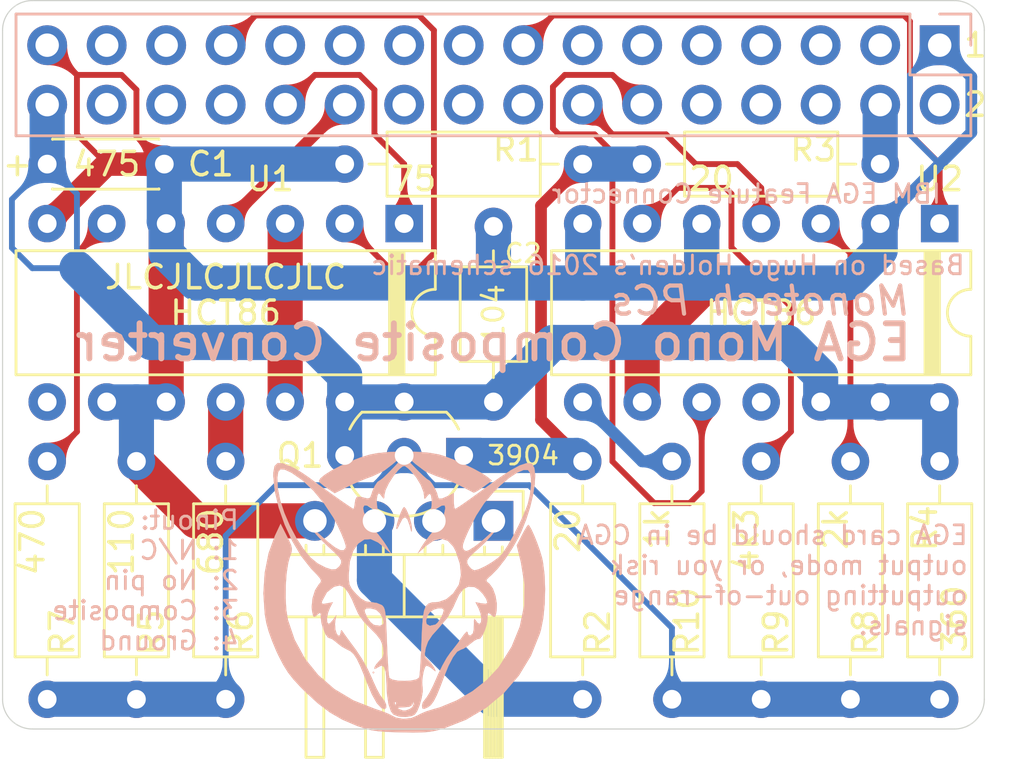
<source format=kicad_pcb>
(kicad_pcb (version 20171130) (host pcbnew "(5.1.5)-2")

  (general
    (thickness 1.6)
    (drawings 16)
    (tracks 137)
    (zones 0)
    (modules 18)
    (nets 19)
  )

  (page A4)
  (title_block
    (title "EGA Mono Composite Converter")
    (date 2020-03-03)
    (company "Monotech PCs")
    (comment 1 "Intended for use with IBM 5155 amber monitor.")
  )

  (layers
    (0 F.Cu signal)
    (31 B.Cu signal)
    (36 B.SilkS user)
    (37 F.SilkS user)
    (38 B.Mask user)
    (39 F.Mask user)
    (42 Eco1.User user)
    (44 Edge.Cuts user)
    (45 Margin user)
    (46 B.CrtYd user hide)
    (47 F.CrtYd user hide)
    (48 B.Fab user)
    (49 F.Fab user)
  )

  (setup
    (last_trace_width 0.25)
    (user_trace_width 0.5)
    (user_trace_width 1)
    (user_trace_width 1.5)
    (trace_clearance 0.25)
    (zone_clearance 0.508)
    (zone_45_only no)
    (trace_min 0.127)
    (via_size 1)
    (via_drill 0.6)
    (via_min_size 0.6)
    (via_min_drill 0.3)
    (uvia_size 0.3)
    (uvia_drill 0.1)
    (uvias_allowed no)
    (uvia_min_size 0.2)
    (uvia_min_drill 0.1)
    (edge_width 0.05)
    (segment_width 0.2)
    (pcb_text_width 0.3)
    (pcb_text_size 1.5 1.5)
    (mod_edge_width 0.12)
    (mod_text_size 1 1)
    (mod_text_width 0.15)
    (pad_size 1.524 1.524)
    (pad_drill 0.762)
    (pad_to_mask_clearance 0)
    (aux_axis_origin 0 0)
    (visible_elements 7FFFFFFF)
    (pcbplotparams
      (layerselection 0x010f0_ffffffff)
      (usegerberextensions true)
      (usegerberattributes false)
      (usegerberadvancedattributes false)
      (creategerberjobfile false)
      (excludeedgelayer true)
      (linewidth 0.100000)
      (plotframeref false)
      (viasonmask false)
      (mode 1)
      (useauxorigin false)
      (hpglpennumber 1)
      (hpglpenspeed 20)
      (hpglpendiameter 15.000000)
      (psnegative false)
      (psa4output false)
      (plotreference true)
      (plotvalue true)
      (plotinvisibletext false)
      (padsonsilk false)
      (subtractmaskfromsilk false)
      (outputformat 1)
      (mirror false)
      (drillshape 0)
      (scaleselection 1)
      (outputdirectory "gerber"))
  )

  (net 0 "")
  (net 1 GND)
  (net 2 VCC)
  (net 3 /J1)
  (net 4 /G)
  (net 5 /B)
  (net 6 /R)
  (net 7 /g)
  (net 8 /Hsync)
  (net 9 /Vsync)
  (net 10 "Net-(P2-Pad3)")
  (net 11 "Net-(Q1-Pad2)")
  (net 12 "Net-(Q1-Pad1)")
  (net 13 /Composite_Sync)
  (net 14 /Intensity)
  (net 15 "Net-(R8-Pad2)")
  (net 16 "Net-(R9-Pad2)")
  (net 17 "Net-(R10-Pad2)")
  (net 18 "Net-(U1-Pad12)")

  (net_class Default "This is the default net class."
    (clearance 0.25)
    (trace_width 0.25)
    (via_dia 1)
    (via_drill 0.6)
    (uvia_dia 0.3)
    (uvia_drill 0.1)
    (add_net /B)
    (add_net /Composite_Sync)
    (add_net /G)
    (add_net /Hsync)
    (add_net /Intensity)
    (add_net /J1)
    (add_net /R)
    (add_net /Vsync)
    (add_net /g)
    (add_net GND)
    (add_net "Net-(P2-Pad3)")
    (add_net "Net-(Q1-Pad1)")
    (add_net "Net-(Q1-Pad2)")
    (add_net "Net-(R10-Pad2)")
    (add_net "Net-(R8-Pad2)")
    (add_net "Net-(R9-Pad2)")
    (add_net "Net-(U1-Pad12)")
    (add_net VCC)
  )

  (module Connector_PinHeader_2.54mm:PinHeader_1x04_P2.54mm_Horizontal (layer F.Cu) (tedit 5E4FCAC8) (tstamp 5E501798)
    (at 240.03 118.11 270)
    (descr "Through hole angled pin header, 1x04, 2.54mm pitch, 6mm pin length, single row")
    (tags "Through hole angled pin header THT 1x04 2.54mm single row")
    (path /5E502A8D)
    (fp_text reference P2 (at 4.385 -2.27 270) (layer F.Fab)
      (effects (font (size 1 1) (thickness 0.15)))
    )
    (fp_text value "< Mono Composite Output" (at 9.525 -10.16 180) (layer F.Fab)
      (effects (font (size 1 1) (thickness 0.15)))
    )
    (fp_line (start 2.135 -1.27) (end 4.04 -1.27) (layer F.Fab) (width 0.1))
    (fp_line (start 4.04 -1.27) (end 4.04 8.89) (layer F.Fab) (width 0.1))
    (fp_line (start 4.04 8.89) (end 1.5 8.89) (layer F.Fab) (width 0.1))
    (fp_line (start 1.5 8.89) (end 1.5 -0.635) (layer F.Fab) (width 0.1))
    (fp_line (start 1.5 -0.635) (end 2.135 -1.27) (layer F.Fab) (width 0.1))
    (fp_line (start -0.32 -0.32) (end 1.5 -0.32) (layer F.Fab) (width 0.1))
    (fp_line (start -0.32 -0.32) (end -0.32 0.32) (layer F.Fab) (width 0.1))
    (fp_line (start -0.32 0.32) (end 1.5 0.32) (layer F.Fab) (width 0.1))
    (fp_line (start 4.04 -0.32) (end 10.04 -0.32) (layer F.Fab) (width 0.1))
    (fp_line (start 10.04 -0.32) (end 10.04 0.32) (layer F.Fab) (width 0.1))
    (fp_line (start 4.04 0.32) (end 10.04 0.32) (layer F.Fab) (width 0.1))
    (fp_line (start -0.32 2.22) (end 1.5 2.22) (layer F.Fab) (width 0.1))
    (fp_line (start -0.32 2.22) (end -0.32 2.86) (layer F.Fab) (width 0.1))
    (fp_line (start -0.32 2.86) (end 1.5 2.86) (layer F.Fab) (width 0.1))
    (fp_line (start -0.32 4.76) (end 1.5 4.76) (layer F.Fab) (width 0.1))
    (fp_line (start -0.32 4.76) (end -0.32 5.4) (layer F.Fab) (width 0.1))
    (fp_line (start -0.32 5.4) (end 1.5 5.4) (layer F.Fab) (width 0.1))
    (fp_line (start 4.04 4.76) (end 10.04 4.76) (layer F.Fab) (width 0.1))
    (fp_line (start 10.04 4.76) (end 10.04 5.4) (layer F.Fab) (width 0.1))
    (fp_line (start 4.04 5.4) (end 10.04 5.4) (layer F.Fab) (width 0.1))
    (fp_line (start -0.32 7.3) (end 1.5 7.3) (layer F.Fab) (width 0.1))
    (fp_line (start -0.32 7.3) (end -0.32 7.94) (layer F.Fab) (width 0.1))
    (fp_line (start -0.32 7.94) (end 1.5 7.94) (layer F.Fab) (width 0.1))
    (fp_line (start 4.04 7.3) (end 10.04 7.3) (layer F.Fab) (width 0.1))
    (fp_line (start 10.04 7.3) (end 10.04 7.94) (layer F.Fab) (width 0.1))
    (fp_line (start 4.04 7.94) (end 10.04 7.94) (layer F.Fab) (width 0.1))
    (fp_line (start 1.44 -1.33) (end 1.44 8.95) (layer F.SilkS) (width 0.12))
    (fp_line (start 1.44 8.95) (end 4.1 8.95) (layer F.SilkS) (width 0.12))
    (fp_line (start 4.1 8.95) (end 4.1 -1.33) (layer F.SilkS) (width 0.12))
    (fp_line (start 4.1 -1.33) (end 1.44 -1.33) (layer F.SilkS) (width 0.12))
    (fp_line (start 4.1 -0.38) (end 10.1 -0.38) (layer F.SilkS) (width 0.12))
    (fp_line (start 10.1 -0.38) (end 10.1 0.38) (layer F.SilkS) (width 0.12))
    (fp_line (start 10.1 0.38) (end 4.1 0.38) (layer F.SilkS) (width 0.12))
    (fp_line (start 4.1 -0.32) (end 10.1 -0.32) (layer F.SilkS) (width 0.12))
    (fp_line (start 4.1 -0.2) (end 10.1 -0.2) (layer F.SilkS) (width 0.12))
    (fp_line (start 4.1 -0.08) (end 10.1 -0.08) (layer F.SilkS) (width 0.12))
    (fp_line (start 4.1 0.04) (end 10.1 0.04) (layer F.SilkS) (width 0.12))
    (fp_line (start 4.1 0.16) (end 10.1 0.16) (layer F.SilkS) (width 0.12))
    (fp_line (start 4.1 0.28) (end 10.1 0.28) (layer F.SilkS) (width 0.12))
    (fp_line (start 1.11 -0.38) (end 1.44 -0.38) (layer F.SilkS) (width 0.12))
    (fp_line (start 1.11 0.38) (end 1.44 0.38) (layer F.SilkS) (width 0.12))
    (fp_line (start 1.44 1.27) (end 4.1 1.27) (layer F.SilkS) (width 0.12))
    (fp_line (start 1.042929 2.16) (end 1.44 2.16) (layer F.SilkS) (width 0.12))
    (fp_line (start 1.042929 2.92) (end 1.44 2.92) (layer F.SilkS) (width 0.12))
    (fp_line (start 1.44 3.81) (end 4.1 3.81) (layer F.SilkS) (width 0.12))
    (fp_line (start 4.1 4.7) (end 10.1 4.7) (layer F.SilkS) (width 0.12))
    (fp_line (start 10.1 4.7) (end 10.1 5.46) (layer F.SilkS) (width 0.12))
    (fp_line (start 10.1 5.46) (end 4.1 5.46) (layer F.SilkS) (width 0.12))
    (fp_line (start 1.042929 4.7) (end 1.44 4.7) (layer F.SilkS) (width 0.12))
    (fp_line (start 1.042929 5.46) (end 1.44 5.46) (layer F.SilkS) (width 0.12))
    (fp_line (start 1.44 6.35) (end 4.1 6.35) (layer F.SilkS) (width 0.12))
    (fp_line (start 4.1 7.24) (end 10.1 7.24) (layer F.SilkS) (width 0.12))
    (fp_line (start 10.1 7.24) (end 10.1 8) (layer F.SilkS) (width 0.12))
    (fp_line (start 10.1 8) (end 4.1 8) (layer F.SilkS) (width 0.12))
    (fp_line (start 1.042929 7.24) (end 1.44 7.24) (layer F.SilkS) (width 0.12))
    (fp_line (start 1.042929 8) (end 1.44 8) (layer F.SilkS) (width 0.12))
    (fp_line (start -1.27 0) (end -1.27 -1.27) (layer F.SilkS) (width 0.12))
    (fp_line (start -1.27 -1.27) (end 0 -1.27) (layer F.SilkS) (width 0.12))
    (fp_line (start -1.8 -1.8) (end -1.8 9.4) (layer F.CrtYd) (width 0.05))
    (fp_line (start -1.8 9.4) (end 10.55 9.4) (layer F.CrtYd) (width 0.05))
    (fp_line (start 10.55 9.4) (end 10.55 -1.8) (layer F.CrtYd) (width 0.05))
    (fp_line (start 10.55 -1.8) (end -1.8 -1.8) (layer F.CrtYd) (width 0.05))
    (fp_text user %R (at 2.77 3.81) (layer F.Fab)
      (effects (font (size 1 1) (thickness 0.15)))
    )
    (pad 1 thru_hole rect (at 0 0 270) (size 1.7 1.7) (drill 1) (layers *.Cu *.Mask))
    (pad 2 thru_hole oval (at 0 2.54 270) (size 1.7 1.7) (drill 1) (layers *.Cu *.Mask))
    (pad 3 thru_hole oval (at 0 5.08 270) (size 1.7 1.7) (drill 1) (layers *.Cu *.Mask)
      (net 10 "Net-(P2-Pad3)"))
    (pad 4 thru_hole oval (at 0 7.62 270) (size 1.7 1.7) (drill 1) (layers *.Cu *.Mask)
      (net 1 GND))
    (model ${KISYS3DMOD}/Connector_PinHeader_2.54mm.3dshapes/PinHeader_1x04_P2.54mm_Horizontal.wrl
      (at (xyz 0 0 0))
      (scale (xyz 1 1 1))
      (rotate (xyz 0 0 0))
    )
  )

  (module "Custom KiCad Library:C_Disc_D4.3mm_W1.9mm_P5.00mm" (layer F.Cu) (tedit 5D89B2D6) (tstamp 5E4FC691)
    (at 220.98 102.87)
    (descr "C, Disc series, Radial, pin pitch=5.00mm, , diameter*width=4.3*1.9mm^2, Capacitor, http://www.vishay.com/docs/45233/krseries.pdf")
    (tags "C Disc series Radial pin pitch 5.00mm  diameter 4.3mm width 1.9mm Capacitor")
    (path /5E503DB6)
    (fp_text reference C1 (at 6.985 0) (layer F.SilkS)
      (effects (font (size 1 1) (thickness 0.15)))
    )
    (fp_text value 475 (at 2.54 0) (layer F.SilkS)
      (effects (font (size 1 1) (thickness 0.15)))
    )
    (fp_line (start 0.35 -0.95) (end 0.35 0.95) (layer F.Fab) (width 0.1))
    (fp_line (start 0.35 0.95) (end 4.65 0.95) (layer F.Fab) (width 0.1))
    (fp_line (start 4.65 0.95) (end 4.65 -0.95) (layer F.Fab) (width 0.1))
    (fp_line (start 4.65 -0.95) (end 0.35 -0.95) (layer F.Fab) (width 0.1))
    (fp_line (start 0.23 -1.07) (end 4.77 -1.07) (layer F.SilkS) (width 0.12))
    (fp_line (start 0.23 1.07) (end 4.77 1.07) (layer F.SilkS) (width 0.12))
    (fp_line (start 0.23 -1.07) (end 0.23 -1.055) (layer F.SilkS) (width 0.12))
    (fp_line (start 0.23 1.055) (end 0.23 1.07) (layer F.SilkS) (width 0.12))
    (fp_line (start 4.77 -1.07) (end 4.77 -1.055) (layer F.SilkS) (width 0.12))
    (fp_line (start 4.77 1.055) (end 4.77 1.07) (layer F.SilkS) (width 0.12))
    (fp_line (start -1.05 -1.2) (end -1.05 1.2) (layer F.CrtYd) (width 0.05))
    (fp_line (start -1.05 1.2) (end 6.05 1.2) (layer F.CrtYd) (width 0.05))
    (fp_line (start 6.05 1.2) (end 6.05 -1.2) (layer F.CrtYd) (width 0.05))
    (fp_line (start 6.05 -1.2) (end -1.05 -1.2) (layer F.CrtYd) (width 0.05))
    (fp_text user %R (at 2.5 0) (layer F.Fab)
      (effects (font (size 0.9 0.9) (thickness 0.135)))
    )
    (fp_text user + (at -1.27 0 180) (layer F.SilkS)
      (effects (font (size 1 1) (thickness 0.15)))
    )
    (pad 1 thru_hole circle (at 0 0) (size 1.6 1.6) (drill 0.8) (layers *.Cu *.Mask)
      (net 2 VCC))
    (pad 2 thru_hole circle (at 5 0) (size 1.6 1.6) (drill 0.8) (layers *.Cu *.Mask)
      (net 1 GND))
    (model ${KISYS3DMOD}/Capacitor_THT.3dshapes/C_Disc_D4.3mm_W1.9mm_P5.00mm.wrl
      (at (xyz 0 0 0))
      (scale (xyz 1 1 1))
      (rotate (xyz 0 0 0))
    )
  )

  (module "Custom KiCad Library:C_Axial_L3.8mm_D2.6mm_P7.50mm_Horizontal" (layer F.Cu) (tedit 5D940C8F) (tstamp 5E501715)
    (at 240.03 113.03 90)
    (descr "C, Axial series, Axial, Horizontal, pin pitch=7.5mm, , length*diameter=3.8*2.6mm^2, http://www.vishay.com/docs/45231/arseries.pdf")
    (tags "C Axial series Axial Horizontal pin pitch 7.5mm  length 3.8mm diameter 2.6mm")
    (path /5E504D9F)
    (fp_text reference C2 (at 6.35 1.27 180) (layer F.SilkS)
      (effects (font (size 0.8 0.8) (thickness 0.12)))
    )
    (fp_text value 104 (at 3.75 0 90) (layer F.SilkS)
      (effects (font (size 0.9 0.9) (thickness 0.12)))
    )
    (fp_text user %R (at 3.75 0 90) (layer F.Fab)
      (effects (font (size 0.76 0.76) (thickness 0.114)))
    )
    (fp_line (start 8.55 -1.55) (end -1.05 -1.55) (layer F.CrtYd) (width 0.05))
    (fp_line (start 8.55 1.55) (end 8.55 -1.55) (layer F.CrtYd) (width 0.05))
    (fp_line (start -1.05 1.55) (end 8.55 1.55) (layer F.CrtYd) (width 0.05))
    (fp_line (start -1.05 -1.55) (end -1.05 1.55) (layer F.CrtYd) (width 0.05))
    (fp_line (start 6.46 0) (end 5.77 0) (layer F.SilkS) (width 0.12))
    (fp_line (start 1.04 0) (end 1.73 0) (layer F.SilkS) (width 0.12))
    (fp_line (start 5.77 -1.42) (end 1.73 -1.42) (layer F.SilkS) (width 0.12))
    (fp_line (start 5.77 1.42) (end 5.77 -1.42) (layer F.SilkS) (width 0.12))
    (fp_line (start 1.73 1.42) (end 5.77 1.42) (layer F.SilkS) (width 0.12))
    (fp_line (start 1.73 -1.42) (end 1.73 1.42) (layer F.SilkS) (width 0.12))
    (fp_line (start 7.5 0) (end 5.65 0) (layer F.Fab) (width 0.1))
    (fp_line (start 0 0) (end 1.85 0) (layer F.Fab) (width 0.1))
    (fp_line (start 5.65 -1.3) (end 1.85 -1.3) (layer F.Fab) (width 0.1))
    (fp_line (start 5.65 1.3) (end 5.65 -1.3) (layer F.Fab) (width 0.1))
    (fp_line (start 1.85 1.3) (end 5.65 1.3) (layer F.Fab) (width 0.1))
    (fp_line (start 1.85 -1.3) (end 1.85 1.3) (layer F.Fab) (width 0.1))
    (pad 2 thru_hole oval (at 7.5 0 90) (size 1.6 1.6) (drill 0.8) (layers *.Cu *.Mask)
      (net 1 GND))
    (pad 1 thru_hole circle (at 0 0 90) (size 1.6 1.6) (drill 0.8) (layers *.Cu *.Mask)
      (net 2 VCC))
    (model ${KISYS3DMOD}/Capacitor_THT.3dshapes/C_Axial_L3.8mm_D2.6mm_P7.50mm_Horizontal.wrl
      (at (xyz 0 0 0))
      (scale (xyz 1 1 1))
      (rotate (xyz 0 0 0))
    )
  )

  (module "Custom KiCad Library:R_Axial_DIN0207_L6.3mm_D2.5mm_P10.16mm_Horizontal" (layer F.Cu) (tedit 5D94784E) (tstamp 5E5017C1)
    (at 243.84 102.87 180)
    (descr "Resistor, Axial_DIN0207 series, Axial, Horizontal, pin pitch=10.16mm, 0.25W = 1/4W, length*diameter=6.3*2.5mm^2, http://cdn-reichelt.de/documents/datenblatt/B400/1_4W%23YAG.pdf")
    (tags "Resistor Axial_DIN0207 series Axial Horizontal pin pitch 10.16mm 0.25W = 1/4W length 6.3mm diameter 2.5mm")
    (path /5E513659)
    (fp_text reference R1 (at 1.778 0.635) (layer F.SilkS)
      (effects (font (size 1 1) (thickness 0.15)) (justify right))
    )
    (fp_text value 75 (at 8.255 -0.635) (layer F.SilkS)
      (effects (font (size 1 1) (thickness 0.15)) (justify left))
    )
    (fp_line (start 1.93 -1.25) (end 1.93 1.25) (layer F.Fab) (width 0.1))
    (fp_line (start 1.93 1.25) (end 8.23 1.25) (layer F.Fab) (width 0.1))
    (fp_line (start 8.23 1.25) (end 8.23 -1.25) (layer F.Fab) (width 0.1))
    (fp_line (start 8.23 -1.25) (end 1.93 -1.25) (layer F.Fab) (width 0.1))
    (fp_line (start 0 0) (end 1.93 0) (layer F.Fab) (width 0.1))
    (fp_line (start 10.16 0) (end 8.23 0) (layer F.Fab) (width 0.1))
    (fp_line (start 1.81 -1.37) (end 1.81 1.37) (layer F.SilkS) (width 0.12))
    (fp_line (start 1.81 1.37) (end 8.35 1.37) (layer F.SilkS) (width 0.12))
    (fp_line (start 8.35 1.37) (end 8.35 -1.37) (layer F.SilkS) (width 0.12))
    (fp_line (start 8.35 -1.37) (end 1.81 -1.37) (layer F.SilkS) (width 0.12))
    (fp_line (start 1.04 0) (end 1.81 0) (layer F.SilkS) (width 0.12))
    (fp_line (start 9.12 0) (end 8.35 0) (layer F.SilkS) (width 0.12))
    (fp_line (start -1.05 -1.5) (end -1.05 1.5) (layer F.CrtYd) (width 0.05))
    (fp_line (start -1.05 1.5) (end 11.21 1.5) (layer F.CrtYd) (width 0.05))
    (fp_line (start 11.21 1.5) (end 11.21 -1.5) (layer F.CrtYd) (width 0.05))
    (fp_line (start 11.21 -1.5) (end -1.05 -1.5) (layer F.CrtYd) (width 0.05))
    (fp_text user %R (at 5.08 0) (layer F.Fab)
      (effects (font (size 1 1) (thickness 0.15)))
    )
    (pad 1 thru_hole circle (at 0 0 180) (size 1.6 1.6) (drill 0.8) (layers *.Cu *.Mask)
      (net 12 "Net-(Q1-Pad1)"))
    (pad 2 thru_hole oval (at 10.16 0 180) (size 1.6 1.6) (drill 0.8) (layers *.Cu *.Mask)
      (net 1 GND))
    (model ${KISYS3DMOD}/Resistor_THT.3dshapes/R_Axial_DIN0207_L6.3mm_D2.5mm_P10.16mm_Horizontal.wrl
      (at (xyz 0 0 0))
      (scale (xyz 1 1 1))
      (rotate (xyz 0 0 0))
    )
  )

  (module "Custom KiCad Library:R_Axial_DIN0207_L6.3mm_D2.5mm_P10.16mm_Horizontal" (layer F.Cu) (tedit 5D94784E) (tstamp 5E5017D8)
    (at 243.84 125.73 90)
    (descr "Resistor, Axial_DIN0207 series, Axial, Horizontal, pin pitch=10.16mm, 0.25W = 1/4W, length*diameter=6.3*2.5mm^2, http://cdn-reichelt.de/documents/datenblatt/B400/1_4W%23YAG.pdf")
    (tags "Resistor Axial_DIN0207 series Axial Horizontal pin pitch 10.16mm 0.25W = 1/4W length 6.3mm diameter 2.5mm")
    (path /5E515783)
    (fp_text reference R2 (at 1.778 0.635 90) (layer F.SilkS)
      (effects (font (size 1 1) (thickness 0.15)) (justify left))
    )
    (fp_text value 20 (at 8.255 -0.635 90) (layer F.SilkS)
      (effects (font (size 1 1) (thickness 0.15)) (justify right))
    )
    (fp_text user %R (at 5.08 0 90) (layer F.Fab)
      (effects (font (size 1 1) (thickness 0.15)))
    )
    (fp_line (start 11.21 -1.5) (end -1.05 -1.5) (layer F.CrtYd) (width 0.05))
    (fp_line (start 11.21 1.5) (end 11.21 -1.5) (layer F.CrtYd) (width 0.05))
    (fp_line (start -1.05 1.5) (end 11.21 1.5) (layer F.CrtYd) (width 0.05))
    (fp_line (start -1.05 -1.5) (end -1.05 1.5) (layer F.CrtYd) (width 0.05))
    (fp_line (start 9.12 0) (end 8.35 0) (layer F.SilkS) (width 0.12))
    (fp_line (start 1.04 0) (end 1.81 0) (layer F.SilkS) (width 0.12))
    (fp_line (start 8.35 -1.37) (end 1.81 -1.37) (layer F.SilkS) (width 0.12))
    (fp_line (start 8.35 1.37) (end 8.35 -1.37) (layer F.SilkS) (width 0.12))
    (fp_line (start 1.81 1.37) (end 8.35 1.37) (layer F.SilkS) (width 0.12))
    (fp_line (start 1.81 -1.37) (end 1.81 1.37) (layer F.SilkS) (width 0.12))
    (fp_line (start 10.16 0) (end 8.23 0) (layer F.Fab) (width 0.1))
    (fp_line (start 0 0) (end 1.93 0) (layer F.Fab) (width 0.1))
    (fp_line (start 8.23 -1.25) (end 1.93 -1.25) (layer F.Fab) (width 0.1))
    (fp_line (start 8.23 1.25) (end 8.23 -1.25) (layer F.Fab) (width 0.1))
    (fp_line (start 1.93 1.25) (end 8.23 1.25) (layer F.Fab) (width 0.1))
    (fp_line (start 1.93 -1.25) (end 1.93 1.25) (layer F.Fab) (width 0.1))
    (pad 2 thru_hole oval (at 10.16 0 90) (size 1.6 1.6) (drill 0.8) (layers *.Cu *.Mask)
      (net 12 "Net-(Q1-Pad1)"))
    (pad 1 thru_hole circle (at 0 0 90) (size 1.6 1.6) (drill 0.8) (layers *.Cu *.Mask)
      (net 10 "Net-(P2-Pad3)"))
    (model ${KISYS3DMOD}/Resistor_THT.3dshapes/R_Axial_DIN0207_L6.3mm_D2.5mm_P10.16mm_Horizontal.wrl
      (at (xyz 0 0 0))
      (scale (xyz 1 1 1))
      (rotate (xyz 0 0 0))
    )
  )

  (module "Custom KiCad Library:R_Axial_DIN0207_L6.3mm_D2.5mm_P10.16mm_Horizontal" (layer F.Cu) (tedit 5D94784E) (tstamp 5E5017EF)
    (at 256.54 102.87 180)
    (descr "Resistor, Axial_DIN0207 series, Axial, Horizontal, pin pitch=10.16mm, 0.25W = 1/4W, length*diameter=6.3*2.5mm^2, http://cdn-reichelt.de/documents/datenblatt/B400/1_4W%23YAG.pdf")
    (tags "Resistor Axial_DIN0207 series Axial Horizontal pin pitch 10.16mm 0.25W = 1/4W length 6.3mm diameter 2.5mm")
    (path /5E516734)
    (fp_text reference R3 (at 1.778 0.635) (layer F.SilkS)
      (effects (font (size 1 1) (thickness 0.15)) (justify right))
    )
    (fp_text value 20 (at 8.255 -0.635) (layer F.SilkS)
      (effects (font (size 1 1) (thickness 0.15)) (justify left))
    )
    (fp_line (start 1.93 -1.25) (end 1.93 1.25) (layer F.Fab) (width 0.1))
    (fp_line (start 1.93 1.25) (end 8.23 1.25) (layer F.Fab) (width 0.1))
    (fp_line (start 8.23 1.25) (end 8.23 -1.25) (layer F.Fab) (width 0.1))
    (fp_line (start 8.23 -1.25) (end 1.93 -1.25) (layer F.Fab) (width 0.1))
    (fp_line (start 0 0) (end 1.93 0) (layer F.Fab) (width 0.1))
    (fp_line (start 10.16 0) (end 8.23 0) (layer F.Fab) (width 0.1))
    (fp_line (start 1.81 -1.37) (end 1.81 1.37) (layer F.SilkS) (width 0.12))
    (fp_line (start 1.81 1.37) (end 8.35 1.37) (layer F.SilkS) (width 0.12))
    (fp_line (start 8.35 1.37) (end 8.35 -1.37) (layer F.SilkS) (width 0.12))
    (fp_line (start 8.35 -1.37) (end 1.81 -1.37) (layer F.SilkS) (width 0.12))
    (fp_line (start 1.04 0) (end 1.81 0) (layer F.SilkS) (width 0.12))
    (fp_line (start 9.12 0) (end 8.35 0) (layer F.SilkS) (width 0.12))
    (fp_line (start -1.05 -1.5) (end -1.05 1.5) (layer F.CrtYd) (width 0.05))
    (fp_line (start -1.05 1.5) (end 11.21 1.5) (layer F.CrtYd) (width 0.05))
    (fp_line (start 11.21 1.5) (end 11.21 -1.5) (layer F.CrtYd) (width 0.05))
    (fp_line (start 11.21 -1.5) (end -1.05 -1.5) (layer F.CrtYd) (width 0.05))
    (fp_text user %R (at 5.08 0) (layer F.Fab)
      (effects (font (size 1 1) (thickness 0.15)))
    )
    (pad 1 thru_hole circle (at 0 0 180) (size 1.6 1.6) (drill 0.8) (layers *.Cu *.Mask)
      (net 3 /J1))
    (pad 2 thru_hole oval (at 10.16 0 180) (size 1.6 1.6) (drill 0.8) (layers *.Cu *.Mask)
      (net 12 "Net-(Q1-Pad1)"))
    (model ${KISYS3DMOD}/Resistor_THT.3dshapes/R_Axial_DIN0207_L6.3mm_D2.5mm_P10.16mm_Horizontal.wrl
      (at (xyz 0 0 0))
      (scale (xyz 1 1 1))
      (rotate (xyz 0 0 0))
    )
  )

  (module "Custom KiCad Library:R_Axial_DIN0207_L6.3mm_D2.5mm_P10.16mm_Horizontal" (layer F.Cu) (tedit 5D94784E) (tstamp 5E501806)
    (at 259.08 115.57 270)
    (descr "Resistor, Axial_DIN0207 series, Axial, Horizontal, pin pitch=10.16mm, 0.25W = 1/4W, length*diameter=6.3*2.5mm^2, http://cdn-reichelt.de/documents/datenblatt/B400/1_4W%23YAG.pdf")
    (tags "Resistor Axial_DIN0207 series Axial Horizontal pin pitch 10.16mm 0.25W = 1/4W length 6.3mm diameter 2.5mm")
    (path /5E5770EC)
    (fp_text reference R4 (at 1.778 0.635 90) (layer F.SilkS)
      (effects (font (size 1 1) (thickness 0.15)) (justify right))
    )
    (fp_text value 360 (at 8.255 -0.635 90) (layer F.SilkS)
      (effects (font (size 1 1) (thickness 0.15)) (justify left))
    )
    (fp_line (start 1.93 -1.25) (end 1.93 1.25) (layer F.Fab) (width 0.1))
    (fp_line (start 1.93 1.25) (end 8.23 1.25) (layer F.Fab) (width 0.1))
    (fp_line (start 8.23 1.25) (end 8.23 -1.25) (layer F.Fab) (width 0.1))
    (fp_line (start 8.23 -1.25) (end 1.93 -1.25) (layer F.Fab) (width 0.1))
    (fp_line (start 0 0) (end 1.93 0) (layer F.Fab) (width 0.1))
    (fp_line (start 10.16 0) (end 8.23 0) (layer F.Fab) (width 0.1))
    (fp_line (start 1.81 -1.37) (end 1.81 1.37) (layer F.SilkS) (width 0.12))
    (fp_line (start 1.81 1.37) (end 8.35 1.37) (layer F.SilkS) (width 0.12))
    (fp_line (start 8.35 1.37) (end 8.35 -1.37) (layer F.SilkS) (width 0.12))
    (fp_line (start 8.35 -1.37) (end 1.81 -1.37) (layer F.SilkS) (width 0.12))
    (fp_line (start 1.04 0) (end 1.81 0) (layer F.SilkS) (width 0.12))
    (fp_line (start 9.12 0) (end 8.35 0) (layer F.SilkS) (width 0.12))
    (fp_line (start -1.05 -1.5) (end -1.05 1.5) (layer F.CrtYd) (width 0.05))
    (fp_line (start -1.05 1.5) (end 11.21 1.5) (layer F.CrtYd) (width 0.05))
    (fp_line (start 11.21 1.5) (end 11.21 -1.5) (layer F.CrtYd) (width 0.05))
    (fp_line (start 11.21 -1.5) (end -1.05 -1.5) (layer F.CrtYd) (width 0.05))
    (fp_text user %R (at 5.08 0 90) (layer F.Fab)
      (effects (font (size 1 1) (thickness 0.15)))
    )
    (pad 1 thru_hole circle (at 0 0 270) (size 1.6 1.6) (drill 0.8) (layers *.Cu *.Mask)
      (net 2 VCC))
    (pad 2 thru_hole oval (at 10.16 0 270) (size 1.6 1.6) (drill 0.8) (layers *.Cu *.Mask)
      (net 11 "Net-(Q1-Pad2)"))
    (model ${KISYS3DMOD}/Resistor_THT.3dshapes/R_Axial_DIN0207_L6.3mm_D2.5mm_P10.16mm_Horizontal.wrl
      (at (xyz 0 0 0))
      (scale (xyz 1 1 1))
      (rotate (xyz 0 0 0))
    )
  )

  (module "Custom KiCad Library:R_Axial_DIN0207_L6.3mm_D2.5mm_P10.16mm_Horizontal" (layer F.Cu) (tedit 5D94784E) (tstamp 5E502D81)
    (at 224.79 125.73 90)
    (descr "Resistor, Axial_DIN0207 series, Axial, Horizontal, pin pitch=10.16mm, 0.25W = 1/4W, length*diameter=6.3*2.5mm^2, http://cdn-reichelt.de/documents/datenblatt/B400/1_4W%23YAG.pdf")
    (tags "Resistor Axial_DIN0207 series Axial Horizontal pin pitch 10.16mm 0.25W = 1/4W length 6.3mm diameter 2.5mm")
    (path /5E55AC27)
    (fp_text reference R5 (at 1.778 0.635 90) (layer F.SilkS)
      (effects (font (size 1 1) (thickness 0.15)) (justify left))
    )
    (fp_text value 110 (at 8.255 -0.635 90) (layer F.SilkS)
      (effects (font (size 1 1) (thickness 0.15)) (justify right))
    )
    (fp_text user %R (at 5.08 0 90) (layer F.Fab)
      (effects (font (size 1 1) (thickness 0.15)))
    )
    (fp_line (start 11.21 -1.5) (end -1.05 -1.5) (layer F.CrtYd) (width 0.05))
    (fp_line (start 11.21 1.5) (end 11.21 -1.5) (layer F.CrtYd) (width 0.05))
    (fp_line (start -1.05 1.5) (end 11.21 1.5) (layer F.CrtYd) (width 0.05))
    (fp_line (start -1.05 -1.5) (end -1.05 1.5) (layer F.CrtYd) (width 0.05))
    (fp_line (start 9.12 0) (end 8.35 0) (layer F.SilkS) (width 0.12))
    (fp_line (start 1.04 0) (end 1.81 0) (layer F.SilkS) (width 0.12))
    (fp_line (start 8.35 -1.37) (end 1.81 -1.37) (layer F.SilkS) (width 0.12))
    (fp_line (start 8.35 1.37) (end 8.35 -1.37) (layer F.SilkS) (width 0.12))
    (fp_line (start 1.81 1.37) (end 8.35 1.37) (layer F.SilkS) (width 0.12))
    (fp_line (start 1.81 -1.37) (end 1.81 1.37) (layer F.SilkS) (width 0.12))
    (fp_line (start 10.16 0) (end 8.23 0) (layer F.Fab) (width 0.1))
    (fp_line (start 0 0) (end 1.93 0) (layer F.Fab) (width 0.1))
    (fp_line (start 8.23 -1.25) (end 1.93 -1.25) (layer F.Fab) (width 0.1))
    (fp_line (start 8.23 1.25) (end 8.23 -1.25) (layer F.Fab) (width 0.1))
    (fp_line (start 1.93 1.25) (end 8.23 1.25) (layer F.Fab) (width 0.1))
    (fp_line (start 1.93 -1.25) (end 1.93 1.25) (layer F.Fab) (width 0.1))
    (pad 2 thru_hole oval (at 10.16 0 90) (size 1.6 1.6) (drill 0.8) (layers *.Cu *.Mask)
      (net 1 GND))
    (pad 1 thru_hole circle (at 0 0 90) (size 1.6 1.6) (drill 0.8) (layers *.Cu *.Mask)
      (net 11 "Net-(Q1-Pad2)"))
    (model ${KISYS3DMOD}/Resistor_THT.3dshapes/R_Axial_DIN0207_L6.3mm_D2.5mm_P10.16mm_Horizontal.wrl
      (at (xyz 0 0 0))
      (scale (xyz 1 1 1))
      (rotate (xyz 0 0 0))
    )
  )

  (module "Custom KiCad Library:R_Axial_DIN0207_L6.3mm_D2.5mm_P10.16mm_Horizontal" (layer F.Cu) (tedit 5D94784E) (tstamp 5E501834)
    (at 228.6 125.73 90)
    (descr "Resistor, Axial_DIN0207 series, Axial, Horizontal, pin pitch=10.16mm, 0.25W = 1/4W, length*diameter=6.3*2.5mm^2, http://cdn-reichelt.de/documents/datenblatt/B400/1_4W%23YAG.pdf")
    (tags "Resistor Axial_DIN0207 series Axial Horizontal pin pitch 10.16mm 0.25W = 1/4W length 6.3mm diameter 2.5mm")
    (path /5E5B9F9E)
    (fp_text reference R6 (at 1.778 0.635 90) (layer F.SilkS)
      (effects (font (size 1 1) (thickness 0.15)) (justify left))
    )
    (fp_text value 680 (at 8.255 -0.635 90) (layer F.SilkS)
      (effects (font (size 1 1) (thickness 0.15)) (justify right))
    )
    (fp_text user %R (at 5.08 0 90) (layer F.Fab)
      (effects (font (size 1 1) (thickness 0.15)))
    )
    (fp_line (start 11.21 -1.5) (end -1.05 -1.5) (layer F.CrtYd) (width 0.05))
    (fp_line (start 11.21 1.5) (end 11.21 -1.5) (layer F.CrtYd) (width 0.05))
    (fp_line (start -1.05 1.5) (end 11.21 1.5) (layer F.CrtYd) (width 0.05))
    (fp_line (start -1.05 -1.5) (end -1.05 1.5) (layer F.CrtYd) (width 0.05))
    (fp_line (start 9.12 0) (end 8.35 0) (layer F.SilkS) (width 0.12))
    (fp_line (start 1.04 0) (end 1.81 0) (layer F.SilkS) (width 0.12))
    (fp_line (start 8.35 -1.37) (end 1.81 -1.37) (layer F.SilkS) (width 0.12))
    (fp_line (start 8.35 1.37) (end 8.35 -1.37) (layer F.SilkS) (width 0.12))
    (fp_line (start 1.81 1.37) (end 8.35 1.37) (layer F.SilkS) (width 0.12))
    (fp_line (start 1.81 -1.37) (end 1.81 1.37) (layer F.SilkS) (width 0.12))
    (fp_line (start 10.16 0) (end 8.23 0) (layer F.Fab) (width 0.1))
    (fp_line (start 0 0) (end 1.93 0) (layer F.Fab) (width 0.1))
    (fp_line (start 8.23 -1.25) (end 1.93 -1.25) (layer F.Fab) (width 0.1))
    (fp_line (start 8.23 1.25) (end 8.23 -1.25) (layer F.Fab) (width 0.1))
    (fp_line (start 1.93 1.25) (end 8.23 1.25) (layer F.Fab) (width 0.1))
    (fp_line (start 1.93 -1.25) (end 1.93 1.25) (layer F.Fab) (width 0.1))
    (pad 2 thru_hole oval (at 10.16 0 90) (size 1.6 1.6) (drill 0.8) (layers *.Cu *.Mask)
      (net 13 /Composite_Sync))
    (pad 1 thru_hole circle (at 0 0 90) (size 1.6 1.6) (drill 0.8) (layers *.Cu *.Mask)
      (net 11 "Net-(Q1-Pad2)"))
    (model ${KISYS3DMOD}/Resistor_THT.3dshapes/R_Axial_DIN0207_L6.3mm_D2.5mm_P10.16mm_Horizontal.wrl
      (at (xyz 0 0 0))
      (scale (xyz 1 1 1))
      (rotate (xyz 0 0 0))
    )
  )

  (module "Custom KiCad Library:R_Axial_DIN0207_L6.3mm_D2.5mm_P10.16mm_Horizontal" (layer F.Cu) (tedit 5D94784E) (tstamp 5E50184B)
    (at 220.98 125.73 90)
    (descr "Resistor, Axial_DIN0207 series, Axial, Horizontal, pin pitch=10.16mm, 0.25W = 1/4W, length*diameter=6.3*2.5mm^2, http://cdn-reichelt.de/documents/datenblatt/B400/1_4W%23YAG.pdf")
    (tags "Resistor Axial_DIN0207 series Axial Horizontal pin pitch 10.16mm 0.25W = 1/4W length 6.3mm diameter 2.5mm")
    (path /5E5D1CC1)
    (fp_text reference R7 (at 1.778 0.635 90) (layer F.SilkS)
      (effects (font (size 1 1) (thickness 0.15)) (justify left))
    )
    (fp_text value 470 (at 8.255 -0.635 90) (layer F.SilkS)
      (effects (font (size 1 1) (thickness 0.15)) (justify right))
    )
    (fp_line (start 1.93 -1.25) (end 1.93 1.25) (layer F.Fab) (width 0.1))
    (fp_line (start 1.93 1.25) (end 8.23 1.25) (layer F.Fab) (width 0.1))
    (fp_line (start 8.23 1.25) (end 8.23 -1.25) (layer F.Fab) (width 0.1))
    (fp_line (start 8.23 -1.25) (end 1.93 -1.25) (layer F.Fab) (width 0.1))
    (fp_line (start 0 0) (end 1.93 0) (layer F.Fab) (width 0.1))
    (fp_line (start 10.16 0) (end 8.23 0) (layer F.Fab) (width 0.1))
    (fp_line (start 1.81 -1.37) (end 1.81 1.37) (layer F.SilkS) (width 0.12))
    (fp_line (start 1.81 1.37) (end 8.35 1.37) (layer F.SilkS) (width 0.12))
    (fp_line (start 8.35 1.37) (end 8.35 -1.37) (layer F.SilkS) (width 0.12))
    (fp_line (start 8.35 -1.37) (end 1.81 -1.37) (layer F.SilkS) (width 0.12))
    (fp_line (start 1.04 0) (end 1.81 0) (layer F.SilkS) (width 0.12))
    (fp_line (start 9.12 0) (end 8.35 0) (layer F.SilkS) (width 0.12))
    (fp_line (start -1.05 -1.5) (end -1.05 1.5) (layer F.CrtYd) (width 0.05))
    (fp_line (start -1.05 1.5) (end 11.21 1.5) (layer F.CrtYd) (width 0.05))
    (fp_line (start 11.21 1.5) (end 11.21 -1.5) (layer F.CrtYd) (width 0.05))
    (fp_line (start 11.21 -1.5) (end -1.05 -1.5) (layer F.CrtYd) (width 0.05))
    (fp_text user %R (at 5.08 0 90) (layer F.Fab)
      (effects (font (size 1 1) (thickness 0.15)))
    )
    (pad 1 thru_hole circle (at 0 0 90) (size 1.6 1.6) (drill 0.8) (layers *.Cu *.Mask)
      (net 11 "Net-(Q1-Pad2)"))
    (pad 2 thru_hole oval (at 10.16 0 90) (size 1.6 1.6) (drill 0.8) (layers *.Cu *.Mask)
      (net 14 /Intensity))
    (model ${KISYS3DMOD}/Resistor_THT.3dshapes/R_Axial_DIN0207_L6.3mm_D2.5mm_P10.16mm_Horizontal.wrl
      (at (xyz 0 0 0))
      (scale (xyz 1 1 1))
      (rotate (xyz 0 0 0))
    )
  )

  (module "Custom KiCad Library:R_Axial_DIN0207_L6.3mm_D2.5mm_P10.16mm_Horizontal" (layer F.Cu) (tedit 5D94784E) (tstamp 5E503A16)
    (at 255.27 125.73 90)
    (descr "Resistor, Axial_DIN0207 series, Axial, Horizontal, pin pitch=10.16mm, 0.25W = 1/4W, length*diameter=6.3*2.5mm^2, http://cdn-reichelt.de/documents/datenblatt/B400/1_4W%23YAG.pdf")
    (tags "Resistor Axial_DIN0207 series Axial Horizontal pin pitch 10.16mm 0.25W = 1/4W length 6.3mm diameter 2.5mm")
    (path /5E62CDC6)
    (fp_text reference R8 (at 1.778 0.635 90) (layer F.SilkS)
      (effects (font (size 1 1) (thickness 0.15)) (justify left))
    )
    (fp_text value 2k (at 8.255 -0.635 90) (layer F.SilkS)
      (effects (font (size 1 1) (thickness 0.15)) (justify right))
    )
    (fp_text user %R (at 5.08 0 90) (layer F.Fab)
      (effects (font (size 1 1) (thickness 0.15)))
    )
    (fp_line (start 11.21 -1.5) (end -1.05 -1.5) (layer F.CrtYd) (width 0.05))
    (fp_line (start 11.21 1.5) (end 11.21 -1.5) (layer F.CrtYd) (width 0.05))
    (fp_line (start -1.05 1.5) (end 11.21 1.5) (layer F.CrtYd) (width 0.05))
    (fp_line (start -1.05 -1.5) (end -1.05 1.5) (layer F.CrtYd) (width 0.05))
    (fp_line (start 9.12 0) (end 8.35 0) (layer F.SilkS) (width 0.12))
    (fp_line (start 1.04 0) (end 1.81 0) (layer F.SilkS) (width 0.12))
    (fp_line (start 8.35 -1.37) (end 1.81 -1.37) (layer F.SilkS) (width 0.12))
    (fp_line (start 8.35 1.37) (end 8.35 -1.37) (layer F.SilkS) (width 0.12))
    (fp_line (start 1.81 1.37) (end 8.35 1.37) (layer F.SilkS) (width 0.12))
    (fp_line (start 1.81 -1.37) (end 1.81 1.37) (layer F.SilkS) (width 0.12))
    (fp_line (start 10.16 0) (end 8.23 0) (layer F.Fab) (width 0.1))
    (fp_line (start 0 0) (end 1.93 0) (layer F.Fab) (width 0.1))
    (fp_line (start 8.23 -1.25) (end 1.93 -1.25) (layer F.Fab) (width 0.1))
    (fp_line (start 8.23 1.25) (end 8.23 -1.25) (layer F.Fab) (width 0.1))
    (fp_line (start 1.93 1.25) (end 8.23 1.25) (layer F.Fab) (width 0.1))
    (fp_line (start 1.93 -1.25) (end 1.93 1.25) (layer F.Fab) (width 0.1))
    (pad 2 thru_hole oval (at 10.16 0 90) (size 1.6 1.6) (drill 0.8) (layers *.Cu *.Mask)
      (net 15 "Net-(R8-Pad2)"))
    (pad 1 thru_hole circle (at 0 0 90) (size 1.6 1.6) (drill 0.8) (layers *.Cu *.Mask)
      (net 11 "Net-(Q1-Pad2)"))
    (model ${KISYS3DMOD}/Resistor_THT.3dshapes/R_Axial_DIN0207_L6.3mm_D2.5mm_P10.16mm_Horizontal.wrl
      (at (xyz 0 0 0))
      (scale (xyz 1 1 1))
      (rotate (xyz 0 0 0))
    )
  )

  (module "Custom KiCad Library:R_Axial_DIN0207_L6.3mm_D2.5mm_P10.16mm_Horizontal" (layer F.Cu) (tedit 5D94784E) (tstamp 5E501879)
    (at 251.46 125.73 90)
    (descr "Resistor, Axial_DIN0207 series, Axial, Horizontal, pin pitch=10.16mm, 0.25W = 1/4W, length*diameter=6.3*2.5mm^2, http://cdn-reichelt.de/documents/datenblatt/B400/1_4W%23YAG.pdf")
    (tags "Resistor Axial_DIN0207 series Axial Horizontal pin pitch 10.16mm 0.25W = 1/4W length 6.3mm diameter 2.5mm")
    (path /5E62E00F)
    (fp_text reference R9 (at 1.778 0.635 90) (layer F.SilkS)
      (effects (font (size 1 1) (thickness 0.15)) (justify left))
    )
    (fp_text value 4k3 (at 8.255 -0.635 90) (layer F.SilkS)
      (effects (font (size 1 1) (thickness 0.15)) (justify right))
    )
    (fp_line (start 1.93 -1.25) (end 1.93 1.25) (layer F.Fab) (width 0.1))
    (fp_line (start 1.93 1.25) (end 8.23 1.25) (layer F.Fab) (width 0.1))
    (fp_line (start 8.23 1.25) (end 8.23 -1.25) (layer F.Fab) (width 0.1))
    (fp_line (start 8.23 -1.25) (end 1.93 -1.25) (layer F.Fab) (width 0.1))
    (fp_line (start 0 0) (end 1.93 0) (layer F.Fab) (width 0.1))
    (fp_line (start 10.16 0) (end 8.23 0) (layer F.Fab) (width 0.1))
    (fp_line (start 1.81 -1.37) (end 1.81 1.37) (layer F.SilkS) (width 0.12))
    (fp_line (start 1.81 1.37) (end 8.35 1.37) (layer F.SilkS) (width 0.12))
    (fp_line (start 8.35 1.37) (end 8.35 -1.37) (layer F.SilkS) (width 0.12))
    (fp_line (start 8.35 -1.37) (end 1.81 -1.37) (layer F.SilkS) (width 0.12))
    (fp_line (start 1.04 0) (end 1.81 0) (layer F.SilkS) (width 0.12))
    (fp_line (start 9.12 0) (end 8.35 0) (layer F.SilkS) (width 0.12))
    (fp_line (start -1.05 -1.5) (end -1.05 1.5) (layer F.CrtYd) (width 0.05))
    (fp_line (start -1.05 1.5) (end 11.21 1.5) (layer F.CrtYd) (width 0.05))
    (fp_line (start 11.21 1.5) (end 11.21 -1.5) (layer F.CrtYd) (width 0.05))
    (fp_line (start 11.21 -1.5) (end -1.05 -1.5) (layer F.CrtYd) (width 0.05))
    (fp_text user %R (at 5.08 0 90) (layer F.Fab)
      (effects (font (size 1 1) (thickness 0.15)))
    )
    (pad 1 thru_hole circle (at 0 0 90) (size 1.6 1.6) (drill 0.8) (layers *.Cu *.Mask)
      (net 11 "Net-(Q1-Pad2)"))
    (pad 2 thru_hole oval (at 10.16 0 90) (size 1.6 1.6) (drill 0.8) (layers *.Cu *.Mask)
      (net 16 "Net-(R9-Pad2)"))
    (model ${KISYS3DMOD}/Resistor_THT.3dshapes/R_Axial_DIN0207_L6.3mm_D2.5mm_P10.16mm_Horizontal.wrl
      (at (xyz 0 0 0))
      (scale (xyz 1 1 1))
      (rotate (xyz 0 0 0))
    )
  )

  (module "Custom KiCad Library:R_Axial_DIN0207_L6.3mm_D2.5mm_P10.16mm_Horizontal" (layer F.Cu) (tedit 5D94784E) (tstamp 5E50394D)
    (at 247.65 125.73 90)
    (descr "Resistor, Axial_DIN0207 series, Axial, Horizontal, pin pitch=10.16mm, 0.25W = 1/4W, length*diameter=6.3*2.5mm^2, http://cdn-reichelt.de/documents/datenblatt/B400/1_4W%23YAG.pdf")
    (tags "Resistor Axial_DIN0207 series Axial Horizontal pin pitch 10.16mm 0.25W = 1/4W length 6.3mm diameter 2.5mm")
    (path /5E62F401)
    (fp_text reference R10 (at 1.778 0.635 90) (layer F.SilkS)
      (effects (font (size 1 1) (thickness 0.15)) (justify left))
    )
    (fp_text value 1k (at 8.255 -0.635 90) (layer F.SilkS)
      (effects (font (size 1 1) (thickness 0.15)) (justify right))
    )
    (fp_text user %R (at 5.08 0 90) (layer F.Fab)
      (effects (font (size 1 1) (thickness 0.15)))
    )
    (fp_line (start 11.21 -1.5) (end -1.05 -1.5) (layer F.CrtYd) (width 0.05))
    (fp_line (start 11.21 1.5) (end 11.21 -1.5) (layer F.CrtYd) (width 0.05))
    (fp_line (start -1.05 1.5) (end 11.21 1.5) (layer F.CrtYd) (width 0.05))
    (fp_line (start -1.05 -1.5) (end -1.05 1.5) (layer F.CrtYd) (width 0.05))
    (fp_line (start 9.12 0) (end 8.35 0) (layer F.SilkS) (width 0.12))
    (fp_line (start 1.04 0) (end 1.81 0) (layer F.SilkS) (width 0.12))
    (fp_line (start 8.35 -1.37) (end 1.81 -1.37) (layer F.SilkS) (width 0.12))
    (fp_line (start 8.35 1.37) (end 8.35 -1.37) (layer F.SilkS) (width 0.12))
    (fp_line (start 1.81 1.37) (end 8.35 1.37) (layer F.SilkS) (width 0.12))
    (fp_line (start 1.81 -1.37) (end 1.81 1.37) (layer F.SilkS) (width 0.12))
    (fp_line (start 10.16 0) (end 8.23 0) (layer F.Fab) (width 0.1))
    (fp_line (start 0 0) (end 1.93 0) (layer F.Fab) (width 0.1))
    (fp_line (start 8.23 -1.25) (end 1.93 -1.25) (layer F.Fab) (width 0.1))
    (fp_line (start 8.23 1.25) (end 8.23 -1.25) (layer F.Fab) (width 0.1))
    (fp_line (start 1.93 1.25) (end 8.23 1.25) (layer F.Fab) (width 0.1))
    (fp_line (start 1.93 -1.25) (end 1.93 1.25) (layer F.Fab) (width 0.1))
    (pad 2 thru_hole oval (at 10.16 0 90) (size 1.6 1.6) (drill 0.8) (layers *.Cu *.Mask)
      (net 17 "Net-(R10-Pad2)"))
    (pad 1 thru_hole circle (at 0 0 90) (size 1.6 1.6) (drill 0.8) (layers *.Cu *.Mask)
      (net 11 "Net-(Q1-Pad2)"))
    (model ${KISYS3DMOD}/Resistor_THT.3dshapes/R_Axial_DIN0207_L6.3mm_D2.5mm_P10.16mm_Horizontal.wrl
      (at (xyz 0 0 0))
      (scale (xyz 1 1 1))
      (rotate (xyz 0 0 0))
    )
  )

  (module "Custom KiCad Library:DIP-14_W7.62mm" (layer F.Cu) (tedit 5CD401DF) (tstamp 5E5018B3)
    (at 236.22 105.41 270)
    (descr "14-lead though-hole mounted DIP package, row spacing 7.62 mm (300 mils)")
    (tags "THT DIP DIL PDIP 2.54mm 7.62mm 300mil")
    (path /5E4FC2D3)
    (fp_text reference U1 (at -1.905 5.715) (layer F.SilkS)
      (effects (font (size 1 1) (thickness 0.15)))
    )
    (fp_text value HCT86 (at 3.81 7.62) (layer F.SilkS)
      (effects (font (size 1 1) (thickness 0.15)))
    )
    (fp_text user %R (at 3.81 7.62 90) (layer F.Fab)
      (effects (font (size 1 1) (thickness 0.15)))
    )
    (fp_line (start 8.7 -1.55) (end -1.1 -1.55) (layer F.CrtYd) (width 0.05))
    (fp_line (start 8.7 16.8) (end 8.7 -1.55) (layer F.CrtYd) (width 0.05))
    (fp_line (start -1.1 16.8) (end 8.7 16.8) (layer F.CrtYd) (width 0.05))
    (fp_line (start -1.1 -1.55) (end -1.1 16.8) (layer F.CrtYd) (width 0.05))
    (fp_line (start 6.46 -1.33) (end 4.81 -1.33) (layer F.SilkS) (width 0.12))
    (fp_line (start 6.46 16.57) (end 6.46 -1.33) (layer F.SilkS) (width 0.12))
    (fp_line (start 1.16 16.57) (end 6.46 16.57) (layer F.SilkS) (width 0.12))
    (fp_line (start 1.16 -1.33) (end 1.16 16.57) (layer F.SilkS) (width 0.12))
    (fp_line (start 2.81 -1.33) (end 1.16 -1.33) (layer F.SilkS) (width 0.12))
    (fp_line (start 0.635 -0.27) (end 1.635 -1.27) (layer F.Fab) (width 0.1))
    (fp_line (start 0.635 16.51) (end 0.635 -0.27) (layer F.Fab) (width 0.1))
    (fp_line (start 6.985 16.51) (end 0.635 16.51) (layer F.Fab) (width 0.1))
    (fp_line (start 6.985 -1.27) (end 6.985 16.51) (layer F.Fab) (width 0.1))
    (fp_line (start 1.635 -1.27) (end 6.985 -1.27) (layer F.Fab) (width 0.1))
    (fp_arc (start 3.81 -1.33) (end 2.81 -1.33) (angle -180) (layer F.SilkS) (width 0.12))
    (fp_poly (pts (xy 1.2065 0) (xy 6.4135 0) (xy 6.4135 0.635) (xy 1.2065 0.635)) (layer F.SilkS) (width 0.1))
    (pad 14 thru_hole oval (at 7.62 0 270) (size 1.6 1.6) (drill 0.8) (layers *.Cu *.Mask)
      (net 2 VCC))
    (pad 7 thru_hole oval (at 0 15.24 270) (size 1.6 1.6) (drill 0.8) (layers *.Cu *.Mask)
      (net 1 GND))
    (pad 13 thru_hole oval (at 7.62 2.54 270) (size 1.6 1.6) (drill 0.8) (layers *.Cu *.Mask)
      (net 2 VCC))
    (pad 6 thru_hole oval (at 0 12.7 270) (size 1.6 1.6) (drill 0.8) (layers *.Cu *.Mask)
      (net 14 /Intensity))
    (pad 12 thru_hole oval (at 7.62 5.08 270) (size 1.6 1.6) (drill 0.8) (layers *.Cu *.Mask)
      (net 18 "Net-(U1-Pad12)"))
    (pad 5 thru_hole oval (at 0 10.16 270) (size 1.6 1.6) (drill 0.8) (layers *.Cu *.Mask)
      (net 1 GND))
    (pad 11 thru_hole oval (at 7.62 7.62 270) (size 1.6 1.6) (drill 0.8) (layers *.Cu *.Mask)
      (net 13 /Composite_Sync))
    (pad 4 thru_hole oval (at 0 7.62 270) (size 1.6 1.6) (drill 0.8) (layers *.Cu *.Mask)
      (net 7 /g))
    (pad 10 thru_hole oval (at 7.62 10.16 270) (size 1.6 1.6) (drill 0.8) (layers *.Cu *.Mask)
      (net 1 GND))
    (pad 3 thru_hole oval (at 0 5.08 270) (size 1.6 1.6) (drill 0.8) (layers *.Cu *.Mask)
      (net 18 "Net-(U1-Pad12)"))
    (pad 9 thru_hole oval (at 7.62 12.7 270) (size 1.6 1.6) (drill 0.8) (layers *.Cu *.Mask)
      (net 1 GND))
    (pad 2 thru_hole oval (at 0 2.54 270) (size 1.6 1.6) (drill 0.8) (layers *.Cu *.Mask)
      (net 9 /Vsync))
    (pad 8 thru_hole oval (at 7.62 15.24 270) (size 1.6 1.6) (drill 0.8) (layers *.Cu *.Mask))
    (pad 1 thru_hole rect (at 0 0 270) (size 1.6 1.6) (drill 0.8) (layers *.Cu *.Mask)
      (net 8 /Hsync))
    (model ${KISYS3DMOD}/Package_DIP.3dshapes/DIP-14_W7.62mm.wrl
      (at (xyz 0 0 0))
      (scale (xyz 1 1 1))
      (rotate (xyz 0 0 0))
    )
  )

  (module "Custom KiCad Library:DIP-14_W7.62mm" (layer F.Cu) (tedit 5CD401DF) (tstamp 5E5018D6)
    (at 259.08 105.41 270)
    (descr "14-lead though-hole mounted DIP package, row spacing 7.62 mm (300 mils)")
    (tags "THT DIP DIL PDIP 2.54mm 7.62mm 300mil")
    (path /5E5297C8)
    (fp_text reference U2 (at -1.905 0) (layer F.SilkS)
      (effects (font (size 1 1) (thickness 0.15)))
    )
    (fp_text value HCT86 (at 3.81 7.62) (layer F.SilkS)
      (effects (font (size 1 1) (thickness 0.15)))
    )
    (fp_poly (pts (xy 1.2065 0) (xy 6.4135 0) (xy 6.4135 0.635) (xy 1.2065 0.635)) (layer F.SilkS) (width 0.1))
    (fp_arc (start 3.81 -1.33) (end 2.81 -1.33) (angle -180) (layer F.SilkS) (width 0.12))
    (fp_line (start 1.635 -1.27) (end 6.985 -1.27) (layer F.Fab) (width 0.1))
    (fp_line (start 6.985 -1.27) (end 6.985 16.51) (layer F.Fab) (width 0.1))
    (fp_line (start 6.985 16.51) (end 0.635 16.51) (layer F.Fab) (width 0.1))
    (fp_line (start 0.635 16.51) (end 0.635 -0.27) (layer F.Fab) (width 0.1))
    (fp_line (start 0.635 -0.27) (end 1.635 -1.27) (layer F.Fab) (width 0.1))
    (fp_line (start 2.81 -1.33) (end 1.16 -1.33) (layer F.SilkS) (width 0.12))
    (fp_line (start 1.16 -1.33) (end 1.16 16.57) (layer F.SilkS) (width 0.12))
    (fp_line (start 1.16 16.57) (end 6.46 16.57) (layer F.SilkS) (width 0.12))
    (fp_line (start 6.46 16.57) (end 6.46 -1.33) (layer F.SilkS) (width 0.12))
    (fp_line (start 6.46 -1.33) (end 4.81 -1.33) (layer F.SilkS) (width 0.12))
    (fp_line (start -1.1 -1.55) (end -1.1 16.8) (layer F.CrtYd) (width 0.05))
    (fp_line (start -1.1 16.8) (end 8.7 16.8) (layer F.CrtYd) (width 0.05))
    (fp_line (start 8.7 16.8) (end 8.7 -1.55) (layer F.CrtYd) (width 0.05))
    (fp_line (start 8.7 -1.55) (end -1.1 -1.55) (layer F.CrtYd) (width 0.05))
    (fp_text user %R (at 3.81 7.62 90) (layer F.Fab)
      (effects (font (size 1 1) (thickness 0.15)))
    )
    (pad 1 thru_hole rect (at 0 0 270) (size 1.6 1.6) (drill 0.8) (layers *.Cu *.Mask)
      (net 6 /R))
    (pad 8 thru_hole oval (at 7.62 15.24 270) (size 1.6 1.6) (drill 0.8) (layers *.Cu *.Mask)
      (net 17 "Net-(R10-Pad2)"))
    (pad 2 thru_hole oval (at 0 2.54 270) (size 1.6 1.6) (drill 0.8) (layers *.Cu *.Mask)
      (net 1 GND))
    (pad 9 thru_hole oval (at 7.62 12.7 270) (size 1.6 1.6) (drill 0.8) (layers *.Cu *.Mask)
      (net 1 GND))
    (pad 3 thru_hole oval (at 0 5.08 270) (size 1.6 1.6) (drill 0.8) (layers *.Cu *.Mask)
      (net 15 "Net-(R8-Pad2)"))
    (pad 10 thru_hole oval (at 7.62 10.16 270) (size 1.6 1.6) (drill 0.8) (layers *.Cu *.Mask)
      (net 4 /G))
    (pad 4 thru_hole oval (at 0 7.62 270) (size 1.6 1.6) (drill 0.8) (layers *.Cu *.Mask)
      (net 5 /B))
    (pad 11 thru_hole oval (at 7.62 7.62 270) (size 1.6 1.6) (drill 0.8) (layers *.Cu *.Mask))
    (pad 5 thru_hole oval (at 0 10.16 270) (size 1.6 1.6) (drill 0.8) (layers *.Cu *.Mask)
      (net 1 GND))
    (pad 12 thru_hole oval (at 7.62 5.08 270) (size 1.6 1.6) (drill 0.8) (layers *.Cu *.Mask)
      (net 2 VCC))
    (pad 6 thru_hole oval (at 0 12.7 270) (size 1.6 1.6) (drill 0.8) (layers *.Cu *.Mask)
      (net 16 "Net-(R9-Pad2)"))
    (pad 13 thru_hole oval (at 7.62 2.54 270) (size 1.6 1.6) (drill 0.8) (layers *.Cu *.Mask)
      (net 2 VCC))
    (pad 7 thru_hole oval (at 0 15.24 270) (size 1.6 1.6) (drill 0.8) (layers *.Cu *.Mask)
      (net 1 GND))
    (pad 14 thru_hole oval (at 7.62 0 270) (size 1.6 1.6) (drill 0.8) (layers *.Cu *.Mask)
      (net 2 VCC))
    (model ${KISYS3DMOD}/Package_DIP.3dshapes/DIP-14_W7.62mm.wrl
      (at (xyz 0 0 0))
      (scale (xyz 1 1 1))
      (rotate (xyz 0 0 0))
    )
  )

  (module Package_TO_SOT_THT:TO-92_Inline_Wide (layer F.Cu) (tedit 5A02FF81) (tstamp 5E503015)
    (at 238.76 115.316 180)
    (descr "TO-92 leads in-line, wide, drill 0.75mm (see NXP sot054_po.pdf)")
    (tags "to-92 sc-43 sc-43a sot54 PA33 transistor")
    (path /5E501F19)
    (fp_text reference Q1 (at 6.985 0) (layer F.SilkS)
      (effects (font (size 1 1) (thickness 0.15)))
    )
    (fp_text value 3904 (at -2.54 0) (layer F.SilkS)
      (effects (font (size 0.8 0.8) (thickness 0.12)))
    )
    (fp_text user %R (at 2.54 -3.56) (layer F.Fab)
      (effects (font (size 1 1) (thickness 0.15)))
    )
    (fp_line (start 0.74 1.85) (end 4.34 1.85) (layer F.SilkS) (width 0.12))
    (fp_line (start 0.8 1.75) (end 4.3 1.75) (layer F.Fab) (width 0.1))
    (fp_line (start -1.01 -2.73) (end 6.09 -2.73) (layer F.CrtYd) (width 0.05))
    (fp_line (start -1.01 -2.73) (end -1.01 2.01) (layer F.CrtYd) (width 0.05))
    (fp_line (start 6.09 2.01) (end 6.09 -2.73) (layer F.CrtYd) (width 0.05))
    (fp_line (start 6.09 2.01) (end -1.01 2.01) (layer F.CrtYd) (width 0.05))
    (fp_arc (start 2.54 0) (end 0.74 1.85) (angle 20) (layer F.SilkS) (width 0.12))
    (fp_arc (start 2.54 0) (end 2.54 -2.6) (angle -65) (layer F.SilkS) (width 0.12))
    (fp_arc (start 2.54 0) (end 2.54 -2.6) (angle 65) (layer F.SilkS) (width 0.12))
    (fp_arc (start 2.54 0) (end 2.54 -2.48) (angle 135) (layer F.Fab) (width 0.1))
    (fp_arc (start 2.54 0) (end 2.54 -2.48) (angle -135) (layer F.Fab) (width 0.1))
    (fp_arc (start 2.54 0) (end 4.34 1.85) (angle -20) (layer F.SilkS) (width 0.12))
    (pad 2 thru_hole circle (at 2.54 0 270) (size 1.5 1.5) (drill 0.8) (layers *.Cu *.Mask)
      (net 11 "Net-(Q1-Pad2)"))
    (pad 3 thru_hole circle (at 5.08 0 270) (size 1.5 1.5) (drill 0.8) (layers *.Cu *.Mask)
      (net 2 VCC))
    (pad 1 thru_hole rect (at 0 0 270) (size 1.5 1.5) (drill 0.8) (layers *.Cu *.Mask)
      (net 12 "Net-(Q1-Pad1)"))
    (model ${KISYS3DMOD}/Package_TO_SOT_THT.3dshapes/TO-92_Inline_Wide.wrl
      (at (xyz 0 0 0))
      (scale (xyz 1 1 1))
      (rotate (xyz 0 0 0))
    )
  )

  (module Connector_PinSocket_2.54mm:PinSocket_2x16_P2.54mm_Vertical (layer B.Cu) (tedit 5A19A424) (tstamp 5E501E21)
    (at 259.08 97.79 90)
    (descr "Through hole straight socket strip, 2x16, 2.54mm pitch, double cols (from Kicad 4.0.7), script generated")
    (tags "Through hole socket strip THT 2x16 2.54mm double row")
    (path /5E4FF038)
    (fp_text reference P1 (at -1.27 2.77 90) (layer B.Fab)
      (effects (font (size 1 1) (thickness 0.15)) (justify mirror))
    )
    (fp_text value "IBM EGA Feature Connector" (at -6.35 -8.255 180) (layer B.SilkS)
      (effects (font (size 0.8 0.8) (thickness 0.12)) (justify mirror))
    )
    (fp_line (start -3.81 1.27) (end 0.27 1.27) (layer B.Fab) (width 0.1))
    (fp_line (start 0.27 1.27) (end 1.27 0.27) (layer B.Fab) (width 0.1))
    (fp_line (start 1.27 0.27) (end 1.27 -39.37) (layer B.Fab) (width 0.1))
    (fp_line (start 1.27 -39.37) (end -3.81 -39.37) (layer B.Fab) (width 0.1))
    (fp_line (start -3.81 -39.37) (end -3.81 1.27) (layer B.Fab) (width 0.1))
    (fp_line (start -3.87 1.33) (end -1.27 1.33) (layer B.SilkS) (width 0.12))
    (fp_line (start -3.87 1.33) (end -3.87 -39.43) (layer B.SilkS) (width 0.12))
    (fp_line (start -3.87 -39.43) (end 1.33 -39.43) (layer B.SilkS) (width 0.12))
    (fp_line (start 1.33 -1.27) (end 1.33 -39.43) (layer B.SilkS) (width 0.12))
    (fp_line (start -1.27 -1.27) (end 1.33 -1.27) (layer B.SilkS) (width 0.12))
    (fp_line (start -1.27 1.33) (end -1.27 -1.27) (layer B.SilkS) (width 0.12))
    (fp_line (start 1.33 1.33) (end 1.33 0) (layer B.SilkS) (width 0.12))
    (fp_line (start 0 1.33) (end 1.33 1.33) (layer B.SilkS) (width 0.12))
    (fp_line (start -4.34 1.8) (end 1.76 1.8) (layer B.CrtYd) (width 0.05))
    (fp_line (start 1.76 1.8) (end 1.76 -39.9) (layer B.CrtYd) (width 0.05))
    (fp_line (start 1.76 -39.9) (end -4.34 -39.9) (layer B.CrtYd) (width 0.05))
    (fp_line (start -4.34 -39.9) (end -4.34 1.8) (layer B.CrtYd) (width 0.05))
    (fp_text user %R (at -1.27 -19.05 180) (layer B.Fab)
      (effects (font (size 1 1) (thickness 0.15)) (justify mirror))
    )
    (pad 1 thru_hole rect (at 0 0 90) (size 1.7 1.7) (drill 1) (layers *.Cu *.Mask)
      (net 1 GND))
    (pad 2 thru_hole oval (at -2.54 0 90) (size 1.7 1.7) (drill 1) (layers *.Cu *.Mask))
    (pad 3 thru_hole oval (at 0 -2.54 90) (size 1.7 1.7) (drill 1) (layers *.Cu *.Mask))
    (pad 4 thru_hole oval (at -2.54 -2.54 90) (size 1.7 1.7) (drill 1) (layers *.Cu *.Mask)
      (net 3 /J1))
    (pad 5 thru_hole oval (at 0 -5.08 90) (size 1.7 1.7) (drill 1) (layers *.Cu *.Mask))
    (pad 6 thru_hole oval (at -2.54 -5.08 90) (size 1.7 1.7) (drill 1) (layers *.Cu *.Mask))
    (pad 7 thru_hole oval (at 0 -7.62 90) (size 1.7 1.7) (drill 1) (layers *.Cu *.Mask))
    (pad 8 thru_hole oval (at -2.54 -7.62 90) (size 1.7 1.7) (drill 1) (layers *.Cu *.Mask))
    (pad 9 thru_hole oval (at 0 -10.16 90) (size 1.7 1.7) (drill 1) (layers *.Cu *.Mask))
    (pad 10 thru_hole oval (at -2.54 -10.16 90) (size 1.7 1.7) (drill 1) (layers *.Cu *.Mask))
    (pad 11 thru_hole oval (at 0 -12.7 90) (size 1.7 1.7) (drill 1) (layers *.Cu *.Mask))
    (pad 12 thru_hole oval (at -2.54 -12.7 90) (size 1.7 1.7) (drill 1) (layers *.Cu *.Mask)
      (net 4 /G))
    (pad 13 thru_hole oval (at 0 -15.24 90) (size 1.7 1.7) (drill 1) (layers *.Cu *.Mask))
    (pad 14 thru_hole oval (at -2.54 -15.24 90) (size 1.7 1.7) (drill 1) (layers *.Cu *.Mask)
      (net 5 /B))
    (pad 15 thru_hole oval (at 0 -17.78 90) (size 1.7 1.7) (drill 1) (layers *.Cu *.Mask)
      (net 6 /R))
    (pad 16 thru_hole oval (at -2.54 -17.78 90) (size 1.7 1.7) (drill 1) (layers *.Cu *.Mask))
    (pad 17 thru_hole oval (at 0 -20.32 90) (size 1.7 1.7) (drill 1) (layers *.Cu *.Mask))
    (pad 18 thru_hole oval (at -2.54 -20.32 90) (size 1.7 1.7) (drill 1) (layers *.Cu *.Mask))
    (pad 19 thru_hole oval (at 0 -22.86 90) (size 1.7 1.7) (drill 1) (layers *.Cu *.Mask))
    (pad 20 thru_hole oval (at -2.54 -22.86 90) (size 1.7 1.7) (drill 1) (layers *.Cu *.Mask))
    (pad 21 thru_hole oval (at 0 -25.4 90) (size 1.7 1.7) (drill 1) (layers *.Cu *.Mask))
    (pad 22 thru_hole oval (at -2.54 -25.4 90) (size 1.7 1.7) (drill 1) (layers *.Cu *.Mask)
      (net 7 /g))
    (pad 23 thru_hole oval (at 0 -27.94 90) (size 1.7 1.7) (drill 1) (layers *.Cu *.Mask))
    (pad 24 thru_hole oval (at -2.54 -27.94 90) (size 1.7 1.7) (drill 1) (layers *.Cu *.Mask)
      (net 8 /Hsync))
    (pad 25 thru_hole oval (at 0 -30.48 90) (size 1.7 1.7) (drill 1) (layers *.Cu *.Mask)
      (net 9 /Vsync))
    (pad 26 thru_hole oval (at -2.54 -30.48 90) (size 1.7 1.7) (drill 1) (layers *.Cu *.Mask))
    (pad 27 thru_hole oval (at 0 -33.02 90) (size 1.7 1.7) (drill 1) (layers *.Cu *.Mask))
    (pad 28 thru_hole oval (at -2.54 -33.02 90) (size 1.7 1.7) (drill 1) (layers *.Cu *.Mask))
    (pad 29 thru_hole oval (at 0 -35.56 90) (size 1.7 1.7) (drill 1) (layers *.Cu *.Mask))
    (pad 30 thru_hole oval (at -2.54 -35.56 90) (size 1.7 1.7) (drill 1) (layers *.Cu *.Mask))
    (pad 31 thru_hole oval (at 0 -38.1 90) (size 1.7 1.7) (drill 1) (layers *.Cu *.Mask)
      (net 1 GND))
    (pad 32 thru_hole oval (at -2.54 -38.1 90) (size 1.7 1.7) (drill 1) (layers *.Cu *.Mask)
      (net 2 VCC))
    (model ${KISYS3DMOD}/Connector_PinHeader_2.54mm.3dshapes/PinHeader_2x16_P2.54mm_Vertical.step
      (offset (xyz -2.54 0 0))
      (scale (xyz 1 1 1))
      (rotate (xyz 0 0 0))
    )
  )

  (module "Custom KiCad Library:Monotech Logo 12mm" (layer B.Cu) (tedit 0) (tstamp 5E4FC627)
    (at 236.22 121.158 180)
    (path /5E6601CD)
    (fp_text reference LOGO1 (at 0 0) (layer B.SilkS) hide
      (effects (font (size 1.524 1.524) (thickness 0.3)) (justify mirror))
    )
    (fp_text value SYM_Arrow45_Large (at 0.75 0) (layer B.SilkS) hide
      (effects (font (size 1.524 1.524) (thickness 0.3)) (justify mirror))
    )
    (fp_poly (pts (xy 5.518874 2.403838) (xy 5.788486 1.659598) (xy 5.953601 0.825799) (xy 6.009572 -0.050356)
      (xy 5.951751 -0.921665) (xy 5.884728 -1.312333) (xy 5.789992 -1.654872) (xy 5.639506 -2.077335)
      (xy 5.458772 -2.511081) (xy 5.365721 -2.709333) (xy 5.157838 -3.108901) (xy 4.955617 -3.432315)
      (xy 4.719494 -3.733231) (xy 4.409905 -4.065306) (xy 4.242023 -4.233333) (xy 3.689597 -4.742665)
      (xy 3.16978 -5.13573) (xy 2.633408 -5.444541) (xy 2.031318 -5.701112) (xy 1.93333 -5.736703)
      (xy 1.65021 -5.830004) (xy 1.385323 -5.895061) (xy 1.094315 -5.937967) (xy 0.73283 -5.964813)
      (xy 0.256515 -5.98169) (xy 0.127 -5.984782) (xy -0.374761 -5.992642) (xy -0.751628 -5.987438)
      (xy -1.0478 -5.96511) (xy -1.307478 -5.921595) (xy -1.574862 -5.852832) (xy -1.693333 -5.817512)
      (xy -2.644894 -5.442448) (xy -3.504183 -4.93226) (xy -4.25962 -4.298738) (xy -4.899622 -3.553675)
      (xy -5.412609 -2.70886) (xy -5.787 -1.776085) (xy -5.839858 -1.595859) (xy -5.939577 -1.093705)
      (xy -5.998249 -0.492889) (xy -6.015091 0.147011) (xy -5.989323 0.766417) (xy -5.92016 1.305751)
      (xy -5.880343 1.485045) (xy -5.791393 1.782607) (xy -5.676357 2.106621) (xy -5.551857 2.417327)
      (xy -5.43451 2.674969) (xy -5.340938 2.83979) (xy -5.297777 2.878667) (xy -5.238267 2.809532)
      (xy -5.13098 2.630468) (xy -5.029628 2.439469) (xy -4.807069 2.000271) (xy -4.985868 1.271213)
      (xy -5.136012 0.329539) (xy -5.119007 -0.586189) (xy -4.935427 -1.473331) (xy -4.585845 -2.329253)
      (xy -4.070834 -3.151316) (xy -4.006199 -3.236844) (xy -3.521539 -3.755295) (xy -2.915564 -4.228252)
      (xy -2.235588 -4.625637) (xy -1.528925 -4.917375) (xy -1.227667 -5.003086) (xy -0.929804 -5.095664)
      (xy -0.665067 -5.211321) (xy -0.579597 -5.262201) (xy -0.293995 -5.38131) (xy 0.044902 -5.412803)
      (xy 0.359268 -5.354606) (xy 0.483935 -5.290526) (xy 0.656845 -5.201021) (xy 0.932563 -5.090663)
      (xy 1.243607 -4.985839) (xy 2.163628 -4.624205) (xy 2.974792 -4.139588) (xy 3.669365 -3.539891)
      (xy 4.239613 -2.833014) (xy 4.677802 -2.026862) (xy 4.962183 -1.186391) (xy 5.031446 -0.769933)
      (xy 5.063196 -0.262514) (xy 5.059099 0.281245) (xy 5.020817 0.806723) (xy 4.950015 1.2593)
      (xy 4.880099 1.508634) (xy 4.812224 1.706828) (xy 4.792575 1.857089) (xy 4.82946 2.015987)
      (xy 4.931189 2.240092) (xy 5.010672 2.397634) (xy 5.276593 2.921) (xy 5.518874 2.403838)) (layer B.SilkS) (width 0.01))
    (fp_poly (pts (xy 0.483729 5.291667) (xy 0.712462 5.057463) (xy 0.899902 4.880348) (xy 1.014488 4.789651)
      (xy 1.030397 4.783667) (xy 1.13848 4.711303) (xy 1.260109 4.530208) (xy 1.361994 4.294379)
      (xy 1.388207 4.203296) (xy 1.452415 4.035994) (xy 1.55836 4.000682) (xy 1.633673 4.018217)
      (xy 1.886527 4.081344) (xy 2.02335 4.063221) (xy 2.084419 3.947722) (xy 2.100864 3.831167)
      (xy 2.128611 3.643872) (xy 2.160606 3.556786) (xy 2.163406 3.556) (xy 2.244191 3.602471)
      (xy 2.432228 3.727994) (xy 2.698035 3.911739) (xy 3.012128 4.132871) (xy 3.345023 4.370558)
      (xy 3.667238 4.603969) (xy 3.94929 4.81227) (xy 4.064 4.898936) (xy 4.374568 5.111387)
      (xy 4.720822 5.313275) (xy 4.861806 5.384096) (xy 5.189947 5.509286) (xy 5.407191 5.514681)
      (xy 5.531991 5.389769) (xy 5.582802 5.124034) (xy 5.58653 4.971188) (xy 5.524613 4.327011)
      (xy 5.355422 3.615798) (xy 5.097848 2.883455) (xy 4.770784 2.175888) (xy 4.393121 1.539003)
      (xy 3.983751 1.018705) (xy 3.941994 0.975056) (xy 3.712102 0.735995) (xy 3.585322 0.583909)
      (xy 3.545746 0.485325) (xy 3.577465 0.40677) (xy 3.639912 0.339422) (xy 3.802137 0.085972)
      (xy 3.910908 -0.260066) (xy 3.947741 -0.625595) (xy 3.930441 -0.809516) (xy 3.887014 -1.001304)
      (xy 3.834824 -1.051401) (xy 3.738414 -0.985332) (xy 3.715174 -0.964472) (xy 3.608282 -0.879856)
      (xy 3.564612 -0.910808) (xy 3.555904 -1.082915) (xy 3.555868 -1.108711) (xy 3.526309 -1.332672)
      (xy 3.452016 -1.578159) (xy 3.3543 -1.795811) (xy 3.254471 -1.936266) (xy 3.188254 -1.960241)
      (xy 3.086292 -1.993653) (xy 2.926222 -2.113723) (xy 2.89192 -2.145354) (xy 2.671146 -2.318774)
      (xy 2.446601 -2.443067) (xy 2.438594 -2.446168) (xy 2.286995 -2.523916) (xy 2.153266 -2.648933)
      (xy 2.022055 -2.846583) (xy 1.878016 -3.142235) (xy 1.705798 -3.561253) (xy 1.604394 -3.82477)
      (xy 1.376922 -4.364864) (xy 1.167524 -4.738263) (xy 0.975176 -4.946524) (xy 0.837287 -4.995333)
      (xy 0.766582 -4.933809) (xy 0.774921 -4.789389) (xy 0.850853 -4.6223) (xy 0.924678 -4.535689)
      (xy 1.030557 -4.390989) (xy 1.169781 -4.134912) (xy 1.317252 -3.815009) (xy 1.362131 -3.706815)
      (xy 1.555872 -3.291907) (xy 1.804663 -2.847426) (xy 2.056179 -2.466514) (xy 2.067286 -2.45161)
      (xy 2.278995 -2.166998) (xy 2.460479 -1.918562) (xy 2.580209 -1.749597) (xy 2.598521 -1.722195)
      (xy 2.675998 -1.616724) (xy 2.701111 -1.654293) (xy 2.704354 -1.7145) (xy 2.74789 -1.840297)
      (xy 2.792387 -1.862667) (xy 2.877274 -1.787933) (xy 2.935802 -1.602409) (xy 2.954989 -1.364107)
      (xy 2.939582 -1.204936) (xy 2.896688 -0.973667) (xy 3.025004 -1.164167) (xy 3.144655 -1.305342)
      (xy 3.22766 -1.354667) (xy 3.289532 -1.284251) (xy 3.297061 -1.109064) (xy 3.254535 -0.883191)
      (xy 3.173796 -0.675004) (xy 3.045591 -0.427085) (xy 3.302316 -0.47843) (xy 3.475363 -0.501093)
      (xy 3.522972 -0.456335) (xy 3.50035 -0.370721) (xy 3.29862 -0.00199) (xy 3.019196 0.218161)
      (xy 2.951627 0.245394) (xy 2.752621 0.289855) (xy 2.603579 0.230895) (xy 2.500914 0.137944)
      (xy 2.36663 -0.047351) (xy 2.219571 -0.326616) (xy 2.11753 -0.571658) (xy 1.958067 -0.92709)
      (xy 1.740611 -1.238231) (xy 1.443196 -1.548882) (xy 1.176775 -1.818561) (xy 1.015158 -2.031716)
      (xy 0.928099 -2.233982) (xy 0.898898 -2.370181) (xy 0.875694 -2.614989) (xy 0.920886 -2.774592)
      (xy 1.055866 -2.926129) (xy 1.189867 -3.075593) (xy 1.264924 -3.204047) (xy 1.270384 -3.276213)
      (xy 1.195593 -3.256812) (xy 1.144078 -3.218228) (xy 0.973097 -3.130073) (xy 0.853312 -3.195383)
      (xy 0.782451 -3.4175) (xy 0.758313 -3.786176) (xy 0.732745 -4.343562) (xy 0.666354 -4.783861)
      (xy 0.562853 -5.089311) (xy 0.4579 -5.223149) (xy 0.235534 -5.308177) (xy -0.054993 -5.329465)
      (xy -0.327784 -5.286538) (xy -0.449392 -5.228167) (xy -0.554365 -5.080536) (xy -0.658002 -4.826655)
      (xy -0.675428 -4.765228) (xy -0.413512 -4.765228) (xy -0.35113 -4.910236) (xy -0.232833 -4.992695)
      (xy -0.059815 -5.055276) (xy 0.057355 -5.054799) (xy 0.211667 -4.995333) (xy 0.28389 -4.949453)
      (xy 0.216088 -4.925244) (xy 0.027375 -4.916617) (xy -0.221745 -4.890543) (xy -0.343107 -4.813417)
      (xy -0.364971 -4.7625) (xy -0.371606 -4.741333) (xy 0.338667 -4.741333) (xy 0.369645 -4.811023)
      (xy 0.395111 -4.797778) (xy 0.405244 -4.697298) (xy 0.395111 -4.684889) (xy 0.344777 -4.696511)
      (xy 0.338667 -4.741333) (xy -0.371606 -4.741333) (xy -0.39711 -4.659981) (xy -0.410618 -4.723324)
      (xy -0.413512 -4.765228) (xy -0.675428 -4.765228) (xy -0.7425 -4.528806) (xy -0.790055 -4.249268)
      (xy -0.784451 -4.056042) (xy -0.767228 -3.863104) (xy -0.786055 -3.617703) (xy -0.830713 -3.376496)
      (xy -0.89098 -3.196143) (xy -0.951021 -3.132667) (xy -1.080499 -3.184346) (xy -1.212153 -3.280833)
      (xy -1.326373 -3.376404) (xy -1.336281 -3.3496) (xy -1.272411 -3.217333) (xy -1.129197 -3.005218)
      (xy -1.001729 -2.875013) (xy -0.903109 -2.770142) (xy -0.8772 -2.634755) (xy -0.913912 -2.406623)
      (xy -0.920768 -2.375737) (xy -1.016937 -2.107402) (xy -1.199051 -1.832246) (xy -1.469447 -1.532725)
      (xy -1.838685 -1.09631) (xy -2.024606 -0.766204) (xy -1.693333 -0.766204) (xy -1.648318 -0.931851)
      (xy -1.541703 -1.139425) (xy -1.416139 -1.315497) (xy -1.335282 -1.382666) (xy -1.094 -1.436157)
      (xy -0.959957 -1.360711) (xy -0.931333 -1.227667) (xy -0.99022 -1.008662) (xy -1.100667 -0.846667)
      (xy -1.265215 -0.739007) (xy -1.457848 -0.683294) (xy -1.619988 -0.687479) (xy -1.693061 -0.759515)
      (xy -1.693333 -0.766204) (xy -2.024606 -0.766204) (xy -2.102201 -0.628433) (xy -2.164886 -0.479596)
      (xy -2.345485 -0.0944) (xy -2.53075 0.139371) (xy -2.741218 0.23888) (xy -2.997421 0.221291)
      (xy -3.00205 0.22014) (xy -3.176266 0.116868) (xy -3.361104 -0.074651) (xy -3.504664 -0.29112)
      (xy -3.555684 -0.455083) (xy -3.484412 -0.492078) (xy -3.311393 -0.480182) (xy -3.300796 -0.478126)
      (xy -3.045592 -0.427085) (xy -3.173796 -0.675004) (xy -3.262969 -0.906147) (xy -3.296634 -1.117298)
      (xy -3.281791 -1.276922) (xy -3.225443 -1.353482) (xy -3.134591 -1.315443) (xy -3.055795 -1.2065)
      (xy -3.000968 -1.139602) (xy -2.979544 -1.209562) (xy -2.98014 -1.36253) (xy -2.970741 -1.593079)
      (xy -2.935014 -1.753841) (xy -2.929222 -1.764697) (xy -2.816579 -1.858342) (xy -2.727422 -1.807924)
      (xy -2.709333 -1.716012) (xy -2.671928 -1.68201) (xy -2.566581 -1.789507) (xy -2.482938 -1.906512)
      (xy -2.280489 -2.189145) (xy -2.047989 -2.488217) (xy -1.97714 -2.573834) (xy -1.816872 -2.804743)
      (xy -1.630224 -3.136067) (xy -1.449212 -3.509277) (xy -1.388609 -3.649798) (xy -1.236403 -3.992474)
      (xy -1.087337 -4.286382) (xy -0.964491 -4.487642) (xy -0.92074 -4.539253) (xy -0.797093 -4.709683)
      (xy -0.762 -4.839122) (xy -0.781375 -4.967157) (xy -0.866288 -4.980061) (xy -1.02069 -4.908157)
      (xy -1.14135 -4.815147) (xy -1.259728 -4.654452) (xy -1.389109 -4.400899) (xy -1.542781 -4.029318)
      (xy -1.685071 -3.649538) (xy -1.887727 -3.148941) (xy -2.082198 -2.774124) (xy -2.260295 -2.538467)
      (xy -2.413832 -2.45535) (xy -2.415819 -2.455333) (xy -2.547656 -2.402836) (xy -2.740043 -2.270719)
      (xy -2.821203 -2.20326) (xy -3.002365 -2.062837) (xy -3.130175 -1.997775) (xy -3.158254 -2.001142)
      (xy -3.235274 -1.985707) (xy -3.334446 -1.851523) (xy -3.434738 -1.643576) (xy -3.515118 -1.406853)
      (xy -3.554555 -1.186338) (xy -3.555684 -1.151044) (xy -3.561084 -0.943213) (xy -3.592787 -0.877984)
      (xy -3.674873 -0.928641) (xy -3.719949 -0.968794) (xy -3.829356 -1.055075) (xy -3.887515 -1.031341)
      (xy -3.92967 -0.872224) (xy -3.941673 -0.809202) (xy -3.954258 -0.493501) (xy -3.897217 -0.152386)
      (xy -3.78735 0.152694) (xy -3.64146 0.360289) (xy -3.616548 0.379897) (xy -3.517261 0.461297)
      (xy -3.51602 0.535228) (xy -3.626313 0.648483) (xy -3.715966 0.724777) (xy -3.730838 0.739937)
      (xy -2.425999 0.739937) (xy -2.341767 0.338422) (xy -2.326478 0.304382) (xy -2.092095 -0.053131)
      (xy -1.794026 -0.303315) (xy -1.467558 -0.418732) (xy -1.390504 -0.423333) (xy -1.188717 -0.4352)
      (xy -1.037039 -0.485142) (xy -0.927246 -0.594673) (xy -0.851117 -0.785306) (xy -0.80043 -1.078555)
      (xy -0.766962 -1.495934) (xy -0.742491 -2.058955) (xy -0.740195 -2.124879) (xy -0.721047 -2.600569)
      (xy -0.698797 -3.022506) (xy -0.675523 -3.359102) (xy -0.653301 -3.578769) (xy -0.640273 -3.644222)
      (xy -0.528488 -3.723614) (xy -0.304675 -3.772831) (xy -0.022892 -3.791644) (xy 0.2628 -3.779828)
      (xy 0.498342 -3.737155) (xy 0.629675 -3.663398) (xy 0.637065 -3.649588) (xy 0.65758 -3.522573)
      (xy 0.680565 -3.257556) (xy 0.70397 -2.885808) (xy 0.725749 -2.4386) (xy 0.739144 -2.091158)
      (xy 0.758638 -1.565944) (xy 0.772655 -1.288666) (xy 0.874965 -1.288666) (xy 0.893391 -1.361771)
      (xy 1.030421 -1.434545) (xy 1.259198 -1.404098) (xy 1.30854 -1.38674) (xy 1.440814 -1.274737)
      (xy 1.578295 -1.076246) (xy 1.674604 -0.866062) (xy 1.693333 -0.766204) (xy 1.624267 -0.69457)
      (xy 1.457149 -0.68328) (xy 1.252106 -0.732225) (xy 1.175714 -0.767148) (xy 1.028154 -0.903675)
      (xy 0.91677 -1.100966) (xy 0.874965 -1.288666) (xy 0.772655 -1.288666) (xy 0.77794 -1.184121)
      (xy 0.800805 -0.919795) (xy 0.830988 -0.74707) (xy 0.872244 -0.640051) (xy 0.92833 -0.572842)
      (xy 0.963225 -0.545991) (xy 1.171117 -0.459668) (xy 1.426766 -0.423337) (xy 1.428948 -0.423333)
      (xy 1.640811 -0.392184) (xy 1.837503 -0.277814) (xy 2.045109 -0.081101) (xy 2.236115 0.136549)
      (xy 2.333073 0.319387) (xy 2.367265 0.545792) (xy 2.370667 0.734576) (xy 2.321221 1.307913)
      (xy 2.176409 1.768412) (xy 2.083563 1.903245) (xy 2.486625 1.903245) (xy 2.575903 1.79428)
      (xy 2.726798 1.795307) (xy 2.950459 1.912023) (xy 3.25804 2.150126) (xy 3.632697 2.488817)
      (xy 3.850914 2.689495) (xy 3.959303 2.773828) (xy 3.966148 2.746806) (xy 3.908677 2.655073)
      (xy 3.754818 2.465411) (xy 3.521285 2.217036) (xy 3.256824 1.961613) (xy 3.239313 1.945624)
      (xy 2.950288 1.677725) (xy 2.772761 1.49182) (xy 2.690323 1.358936) (xy 2.686567 1.2501)
      (xy 2.745082 1.136341) (xy 2.764739 1.107696) (xy 2.902727 0.98618) (xy 3.092871 0.967568)
      (xy 3.360508 1.055278) (xy 3.698195 1.233528) (xy 3.992664 1.474648) (xy 4.300487 1.846467)
      (xy 4.603153 2.313374) (xy 4.882149 2.839761) (xy 5.118964 3.390017) (xy 5.295086 3.928534)
      (xy 5.392004 4.419703) (xy 5.400129 4.50738) (xy 5.414076 4.902819) (xy 5.377949 5.147084)
      (xy 5.277716 5.254457) (xy 5.099348 5.239218) (xy 4.828818 5.115646) (xy 4.811659 5.106357)
      (xy 4.344285 4.783493) (xy 3.869225 4.332155) (xy 3.418098 3.788573) (xy 3.022525 3.188981)
      (xy 2.838734 2.845677) (xy 2.678785 2.499254) (xy 2.558738 2.200583) (xy 2.492427 1.986693)
      (xy 2.486625 1.903245) (xy 2.083563 1.903245) (xy 1.963925 2.076984) (xy 1.704206 2.253104)
      (xy 1.426535 2.270836) (xy 1.118487 2.128892) (xy 0.916086 1.9685) (xy 0.561684 1.651)
      (xy 0.725342 1.935615) (xy 0.880565 2.170978) (xy 1.088627 2.445048) (xy 1.193399 2.570615)
      (xy 1.443165 2.891197) (xy 1.621463 3.184786) (xy 1.725621 3.431967) (xy 1.752966 3.613323)
      (xy 1.700826 3.709437) (xy 1.566529 3.700892) (xy 1.347402 3.568272) (xy 1.32871 3.553756)
      (xy 1.110584 3.382178) (xy 1.158436 3.677057) (xy 1.175115 3.921936) (xy 1.150524 4.115219)
      (xy 1.147431 4.123801) (xy 1.094516 4.225304) (xy 1.030223 4.192368) (xy 0.96762 4.111318)
      (xy 0.878315 4.003116) (xy 0.849242 4.042314) (xy 0.846667 4.158242) (xy 0.794393 4.368487)
      (xy 0.659 4.648403) (xy 0.472632 4.94361) (xy 0.267431 5.19973) (xy 0.180686 5.284943)
      (xy 0.059327 5.381117) (xy -0.034972 5.388567) (xy -0.160941 5.296091) (xy -0.263213 5.200276)
      (xy -0.508805 4.914336) (xy -0.708056 4.586097) (xy -0.828477 4.274832) (xy -0.84936 4.130873)
      (xy -0.859357 3.996284) (xy -0.908262 4.014745) (xy -0.97403 4.098163) (xy -1.07052 4.205476)
      (xy -1.124977 4.176672) (xy -1.149886 4.118921) (xy -1.177786 3.939791) (xy -1.171165 3.699643)
      (xy -1.170024 3.689507) (xy -1.136284 3.400498) (xy -1.364379 3.562916) (xy -1.598001 3.699844)
      (xy -1.731126 3.709032) (xy -1.758651 3.590855) (xy -1.746698 3.534833) (xy -1.705203 3.341529)
      (xy -1.69449 3.245414) (xy -1.642188 3.135428) (xy -1.505961 2.940861) (xy -1.314932 2.703198)
      (xy -1.308642 2.695816) (xy -1.081986 2.416913) (xy -0.87625 2.141081) (xy -0.751975 1.953662)
      (xy -0.58 1.662186) (xy -0.925244 1.974093) (xy -1.269312 2.212766) (xy -1.584759 2.286792)
      (xy -1.863868 2.197527) (xy -2.09892 1.946328) (xy -2.2023 1.749592) (xy -2.378809 1.218482)
      (xy -2.425999 0.739937) (xy -3.730838 0.739937) (xy -3.997444 1.011701) (xy -4.307746 1.409955)
      (xy -4.61474 1.872885) (xy -4.886295 2.353837) (xy -4.999789 2.588813) (xy -5.208233 3.106792)
      (xy -5.375781 3.634445) (xy -5.49841 4.144939) (xy -5.572096 4.611441) (xy -5.58531 4.863809)
      (xy -5.414953 4.863809) (xy -5.414547 4.53968) (xy -5.371415 4.17181) (xy -5.286463 3.799994)
      (xy -5.248972 3.68195) (xy -5.097768 3.302513) (xy -4.888151 2.854352) (xy -4.649153 2.393286)
      (xy -4.409804 1.975138) (xy -4.199136 1.655727) (xy -4.186273 1.638586) (xy -4.011564 1.468858)
      (xy -3.751327 1.281451) (xy -3.459206 1.108182) (xy -3.188848 0.98087) (xy -2.993898 0.931334)
      (xy -2.993844 0.931333) (xy -2.870082 0.99443) (xy -2.75999 1.114478) (xy -2.689418 1.240321)
      (xy -2.687647 1.355085) (xy -2.771819 1.489746) (xy -2.959081 1.675278) (xy -3.175 1.864308)
      (xy -3.447034 2.120073) (xy -3.704955 2.398858) (xy -3.844305 2.57436) (xy -4.090276 2.921)
      (xy -3.721025 2.553231) (xy -3.447835 2.300635) (xy -3.152054 2.055936) (xy -2.996968 1.941349)
      (xy -2.780154 1.802051) (xy -2.651537 1.756165) (xy -2.566293 1.792327) (xy -2.536474 1.824582)
      (xy -2.496933 1.913541) (xy -2.510178 2.05012) (xy -2.584778 2.266884) (xy -2.729303 2.596399)
      (xy -2.753172 2.648131) (xy -3.071906 3.274578) (xy -3.406778 3.7919) (xy -3.798861 4.25846)
      (xy -4.09313 4.552025) (xy -4.472911 4.877383) (xy -4.814797 5.10495) (xy -5.096518 5.222203)
      (xy -5.283971 5.221669) (xy -5.371729 5.104403) (xy -5.414953 4.863809) (xy -5.58531 4.863809)
      (xy -5.592815 5.007119) (xy -5.556544 5.30514) (xy -5.459257 5.478671) (xy -5.435502 5.494324)
      (xy -5.236898 5.515512) (xy -4.937372 5.417848) (xy -4.533007 5.19944) (xy -4.019887 4.858393)
      (xy -3.816433 4.71158) (xy -3.277498 4.317284) (xy -2.8612 4.015651) (xy -2.55474 3.797706)
      (xy -2.34532 3.65447) (xy -2.220141 3.576969) (xy -2.168823 3.556) (xy -2.136236 3.63121)
      (xy -2.118041 3.81921) (xy -2.116667 3.896841) (xy -2.116667 4.237682) (xy -1.866871 4.108508)
      (xy -1.613583 3.999308) (xy -1.476005 3.99793) (xy -1.439333 4.086488) (xy -1.400698 4.235464)
      (xy -1.306997 4.437727) (xy -1.191536 4.633715) (xy -1.08762 4.763868) (xy -1.048283 4.785803)
      (xy -0.958788 4.84387) (xy -0.785981 4.996533) (xy -0.562169 5.214667) (xy -0.484799 5.293803)
      (xy 0.004069 5.799667) (xy 0.483729 5.291667)) (layer B.SilkS) (width 0.01))
    (fp_poly (pts (xy 1.354667 -3.429) (xy 1.312333 -3.471333) (xy 1.27 -3.429) (xy 1.312333 -3.386667)
      (xy 1.354667 -3.429)) (layer B.SilkS) (width 0.01))
    (fp_poly (pts (xy 0.640825 5.989915) (xy 1.154552 5.937932) (xy 1.464547 5.8778) (xy 1.87125 5.75287)
      (xy 2.296281 5.589333) (xy 2.709465 5.402853) (xy 3.080626 5.209093) (xy 3.379586 5.023715)
      (xy 3.576169 4.862385) (xy 3.640667 4.748276) (xy 3.57602 4.664948) (xy 3.411805 4.531415)
      (xy 3.30307 4.455758) (xy 2.965473 4.232347) (xy 2.392903 4.519464) (xy 2.029924 4.689182)
      (xy 1.647405 4.848901) (xy 1.354667 4.955034) (xy 0.856124 5.191703) (xy 0.49046 5.472744)
      (xy 0.270413 5.664198) (xy 0.091394 5.797662) (xy 0 5.842) (xy -0.1057 5.788048)
      (xy -0.290365 5.64734) (xy -0.490461 5.471714) (xy -0.905034 5.158811) (xy -1.371811 4.962543)
      (xy -1.392574 4.956483) (xy -1.753278 4.832895) (xy -2.154136 4.666546) (xy -2.408574 4.54421)
      (xy -2.672438 4.406677) (xy -2.872714 4.302514) (xy -2.966271 4.254154) (xy -2.966421 4.254079)
      (xy -3.053984 4.287196) (xy -3.230607 4.39668) (xy -3.377635 4.500282) (xy -3.743428 4.76929)
      (xy -3.543881 4.930399) (xy -3.30035 5.09173) (xy -2.945529 5.283697) (xy -2.5288 5.48347)
      (xy -2.099544 5.668223) (xy -1.707144 5.815127) (xy -1.485045 5.882143) (xy -1.058541 5.956612)
      (xy -0.523525 5.999341) (xy 0.062198 6.010413) (xy 0.640825 5.989915)) (layer B.SilkS) (width 0.01))
    (fp_poly (pts (xy 0.065272 3.567766) (xy 0.148876 3.385771) (xy 0.234672 3.149742) (xy 0.302977 2.914739)
      (xy 0.334108 2.735822) (xy 0.334304 2.715418) (xy 0.304812 2.699863) (xy 0.235504 2.815843)
      (xy 0.198248 2.899833) (xy 0.073345 3.137085) (xy -0.038354 3.208471) (xy -0.140305 3.112926)
      (xy -0.235968 2.849385) (xy -0.258844 2.759057) (xy -0.301577 2.598248) (xy -0.321796 2.594559)
      (xy -0.33 2.706503) (xy -0.308516 2.896034) (xy -0.245019 3.138721) (xy -0.158973 3.380058)
      (xy -0.069838 3.565539) (xy 0.002924 3.640657) (xy 0.003544 3.640667) (xy 0.065272 3.567766)) (layer B.SilkS) (width 0.01))
  )

  (gr_text "Based on Hugo Holden's 2016 schematic" (at 260.223 107.188) (layer B.SilkS) (tstamp 5E5DDED4)
    (effects (font (size 0.8 0.8) (thickness 0.12)) (justify left mirror))
  )
  (gr_text JLCJLCJLCJLC (at 228.6 107.696) (layer F.SilkS) (tstamp 5E5DDEAA)
    (effects (font (size 1 1) (thickness 0.15)))
  )
  (gr_text 2 (at 260.604 100.33) (layer F.SilkS) (tstamp 5E502AE0)
    (effects (font (size 1 1) (thickness 0.15)))
  )
  (gr_text 1 (at 260.604 97.79) (layer F.SilkS)
    (effects (font (size 1 1) (thickness 0.15)))
  )
  (gr_arc (start 220.345 97.155) (end 220.345 95.885) (angle -90) (layer Edge.Cuts) (width 0.05) (tstamp 5E4FCC96))
  (gr_arc (start 259.715 97.155) (end 260.985 97.155) (angle -90) (layer Edge.Cuts) (width 0.05) (tstamp 5E4FCC93))
  (gr_arc (start 259.715 125.73) (end 259.715 127) (angle -90) (layer Edge.Cuts) (width 0.05) (tstamp 5E4FCC90))
  (gr_arc (start 220.345 125.73) (end 219.075 125.73) (angle -90) (layer Edge.Cuts) (width 0.05))
  (gr_line (start 220.345 127) (end 259.715 127) (layer Edge.Cuts) (width 0.05) (tstamp 5E4FCC89))
  (gr_line (start 219.075 97.155) (end 219.075 125.73) (layer Edge.Cuts) (width 0.05))
  (gr_line (start 259.715 95.885) (end 220.345 95.885) (layer Edge.Cuts) (width 0.05))
  (gr_line (start 260.985 125.73) (end 260.985 97.155) (layer Edge.Cuts) (width 0.05))
  (gr_text "Pinout:\n1: N/C\n2: No pin\n3: Composite\n4: Ground" (at 229.235 120.65) (layer B.SilkS) (tstamp 5E4FCBC1)
    (effects (font (size 0.8 0.8) (thickness 0.12)) (justify left mirror))
  )
  (gr_text "EGA card should be in CGA\noutput mode, or you risk\noutputting out-of-range\nsignals." (at 260.35 120.65) (layer B.SilkS) (tstamp 5E4FCBBA)
    (effects (font (size 0.8 0.8) (thickness 0.12)) (justify left mirror))
  )
  (gr_text "Monotech PCs" (at 257.937 108.712) (layer B.SilkS) (tstamp 5E4FCAE6)
    (effects (font (size 1.2 1.2) (thickness 0.18) italic) (justify left mirror))
  )
  (gr_text "EGA Mono Composite Converter" (at 240.03 110.49) (layer B.SilkS) (tstamp 5E5DDEE2)
    (effects (font (size 1.5 1.5) (thickness 0.25)) (justify mirror))
  )

  (segment (start 222.25 101.6) (end 223.52 102.87) (width 0.25) (layer F.Cu) (net 1))
  (segment (start 220.98 97.79) (end 222.25 99.06) (width 0.25) (layer F.Cu) (net 1) (status 10))
  (segment (start 222.25 99.06) (end 222.25 101.6) (width 0.25) (layer F.Cu) (net 1))
  (segment (start 222.25 99.06) (end 224.155 99.06) (width 0.25) (layer F.Cu) (net 1))
  (segment (start 224.155 99.06) (end 224.79 99.695) (width 0.25) (layer F.Cu) (net 1))
  (segment (start 224.79 101.68) (end 225.98 102.87) (width 0.25) (layer F.Cu) (net 1) (status 20))
  (segment (start 224.79 99.695) (end 224.79 101.68) (width 0.25) (layer F.Cu) (net 1))
  (segment (start 225.98 102.87) (end 233.68 102.87) (width 1.5) (layer B.Cu) (net 1) (status 30))
  (segment (start 225.98 105.33) (end 226.06 105.41) (width 1.5) (layer B.Cu) (net 1) (status 30))
  (segment (start 225.98 102.87) (end 225.98 105.33) (width 1.5) (layer B.Cu) (net 1) (status 30))
  (segment (start 256.54 106.54137) (end 256.54 105.41) (width 1.5) (layer B.Cu) (net 1) (status 20))
  (segment (start 255.13137 107.95) (end 256.54 106.54137) (width 1.5) (layer B.Cu) (net 1))
  (segment (start 240.03 105.53) (end 240.03 107.95) (width 1.5) (layer B.Cu) (net 1) (status 10))
  (segment (start 243.84 105.41) (end 243.84 107.95) (width 1.5) (layer B.Cu) (net 1) (status 10))
  (segment (start 240.03 107.95) (end 243.84 107.95) (width 1.5) (layer B.Cu) (net 1))
  (segment (start 248.92 105.41) (end 248.92 107.95) (width 1.5) (layer B.Cu) (net 1) (status 10))
  (segment (start 243.84 107.95) (end 248.92 107.95) (width 1.5) (layer B.Cu) (net 1))
  (segment (start 248.92 107.95) (end 255.13137 107.95) (width 1.5) (layer B.Cu) (net 1))
  (segment (start 260.430001 99.140001) (end 259.08 97.79) (width 0.5) (layer B.Cu) (net 1) (status 20))
  (segment (start 260.430001 101.519999) (end 260.430001 99.140001) (width 0.5) (layer B.Cu) (net 1))
  (segment (start 224.79 113.03) (end 224.79 115.57) (width 1.5) (layer B.Cu) (net 1) (status 20))
  (segment (start 224.79 113.03) (end 223.52 113.03) (width 1.5) (layer B.Cu) (net 1) (status 20))
  (segment (start 226.06 113.03) (end 224.79 113.03) (width 1.5) (layer B.Cu) (net 1) (status 10))
  (segment (start 226.06 105.41) (end 226.06 113.03) (width 1.5) (layer F.Cu) (net 1) (status 30))
  (segment (start 226.06 105.41) (end 226.06 106.68) (width 1.5) (layer B.Cu) (net 1) (status 10))
  (segment (start 227.33 107.95) (end 240.03 107.95) (width 1.5) (layer B.Cu) (net 1))
  (segment (start 226.06 106.68) (end 227.33 107.95) (width 1.5) (layer B.Cu) (net 1))
  (segment (start 225.98 102.87) (end 223.52 102.87) (width 1) (layer F.Cu) (net 1) (status 10))
  (segment (start 220.98 105.41) (end 223.52 102.87) (width 1) (layer F.Cu) (net 1) (status 10))
  (segment (start 227.33 118.11) (end 224.79 115.57) (width 1.5) (layer F.Cu) (net 1) (status 20))
  (segment (start 232.41 118.11) (end 227.33 118.11) (width 1.5) (layer F.Cu) (net 1) (status 10))
  (segment (start 248.92 108.204) (end 248.92 105.41) (width 1.5) (layer F.Cu) (net 1) (status 20))
  (segment (start 246.38 113.03) (end 246.38 110.744) (width 1.5) (layer F.Cu) (net 1) (status 10))
  (segment (start 246.38 110.744) (end 248.92 108.204) (width 1.5) (layer F.Cu) (net 1))
  (segment (start 256.54 105.41) (end 259.08 102.87) (width 0.5) (layer B.Cu) (net 1) (status 10))
  (segment (start 259.08 102.87) (end 260.430001 101.519999) (width 0.5) (layer B.Cu) (net 1))
  (segment (start 257.81 101.6) (end 259.08 102.87) (width 0.25) (layer B.Cu) (net 1))
  (segment (start 259.08 97.79) (end 257.81 99.06) (width 0.25) (layer B.Cu) (net 1) (status 10))
  (segment (start 257.81 99.06) (end 257.81 101.6) (width 0.25) (layer B.Cu) (net 1))
  (segment (start 220.98 100.33) (end 220.98 102.87) (width 1.5) (layer B.Cu) (net 2) (status 30))
  (segment (start 236.22 113.03) (end 233.68 113.03) (width 1.5) (layer B.Cu) (net 2) (status 30))
  (segment (start 236.22 113.03) (end 240.03 113.03) (width 1.5) (layer B.Cu) (net 2) (status 30))
  (segment (start 254 113.03) (end 256.54 113.03) (width 1.5) (layer B.Cu) (net 2) (status 30))
  (segment (start 256.54 113.03) (end 259.08 113.03) (width 1.5) (layer B.Cu) (net 2) (status 30))
  (segment (start 259.08 113.03) (end 259.08 115.57) (width 1.5) (layer B.Cu) (net 2) (status 30))
  (segment (start 233.68 113.03) (end 233.68 115.316) (width 1.5) (layer B.Cu) (net 2) (status 30))
  (segment (start 254 111.89863) (end 252.59137 110.49) (width 1.5) (layer B.Cu) (net 2))
  (segment (start 254 113.03) (end 254 111.89863) (width 1.5) (layer B.Cu) (net 2) (status 10))
  (segment (start 242.57 110.49) (end 240.03 113.03) (width 1.5) (layer B.Cu) (net 2) (status 20))
  (segment (start 252.59137 110.49) (end 242.57 110.49) (width 1.5) (layer B.Cu) (net 2))
  (segment (start 233.68 111.89863) (end 232.27137 110.49) (width 1.5) (layer B.Cu) (net 2))
  (segment (start 233.68 113.03) (end 233.68 111.89863) (width 1.5) (layer B.Cu) (net 2) (status 10))
  (segment (start 232.27137 110.49) (end 225.425 110.49) (width 1.5) (layer B.Cu) (net 2))
  (segment (start 225.425 110.49) (end 222.25 107.315) (width 1.5) (layer B.Cu) (net 2))
  (segment (start 222.25 104.14) (end 220.98 102.87) (width 0.25) (layer B.Cu) (net 2) (status 20))
  (segment (start 222.25 107.315) (end 222.25 104.14) (width 0.25) (layer B.Cu) (net 2))
  (segment (start 219.47501 106.44501) (end 220.345 107.315) (width 0.25) (layer B.Cu) (net 2))
  (segment (start 220.98 102.87) (end 219.47501 104.37499) (width 0.25) (layer B.Cu) (net 2) (status 10))
  (segment (start 220.345 107.315) (end 222.25 107.315) (width 0.25) (layer B.Cu) (net 2))
  (segment (start 219.47501 104.37499) (end 219.47501 106.44501) (width 0.25) (layer B.Cu) (net 2))
  (segment (start 256.54 100.33) (end 256.54 102.87) (width 1.5) (layer B.Cu) (net 3) (status 30))
  (segment (start 246.888 117.348) (end 245.11 115.57) (width 0.25) (layer F.Cu) (net 4))
  (segment (start 248.412 117.348) (end 246.888 117.348) (width 0.25) (layer F.Cu) (net 4))
  (segment (start 248.92 113.03) (end 248.92 116.84) (width 0.25) (layer F.Cu) (net 4) (status 10))
  (segment (start 245.11 115.57) (end 245.11 102.362) (width 0.25) (layer F.Cu) (net 4))
  (segment (start 248.92 116.84) (end 248.412 117.348) (width 0.25) (layer F.Cu) (net 4))
  (segment (start 245.11 102.362) (end 244.348 101.6) (width 0.25) (layer F.Cu) (net 4))
  (segment (start 245.11 99.06) (end 246.38 100.33) (width 0.25) (layer F.Cu) (net 4) (status 20))
  (segment (start 243.078 99.06) (end 245.11 99.06) (width 0.25) (layer F.Cu) (net 4))
  (segment (start 244.348 101.6) (end 242.824 101.6) (width 0.25) (layer F.Cu) (net 4))
  (segment (start 242.57 101.346) (end 242.57 99.568) (width 0.25) (layer F.Cu) (net 4))
  (segment (start 242.824 101.6) (end 242.57 101.346) (width 0.25) (layer F.Cu) (net 4))
  (segment (start 242.57 99.568) (end 243.078 99.06) (width 0.25) (layer F.Cu) (net 4))
  (segment (start 243.84 100.33) (end 245.11 101.6) (width 0.25) (layer F.Cu) (net 5) (status 10))
  (segment (start 245.11 101.6) (end 247.396 101.6) (width 0.25) (layer F.Cu) (net 5))
  (segment (start 247.396 101.6) (end 248.666 102.87) (width 0.25) (layer F.Cu) (net 5))
  (segment (start 248.666 102.87) (end 250.444 102.87) (width 0.25) (layer F.Cu) (net 5))
  (segment (start 251.46 103.886) (end 251.46 105.41) (width 0.25) (layer F.Cu) (net 5) (status 20))
  (segment (start 250.444 102.87) (end 251.46 103.886) (width 0.25) (layer F.Cu) (net 5))
  (segment (start 242.57 96.52) (end 241.3 97.79) (width 0.25) (layer F.Cu) (net 6) (status 20))
  (segment (start 259.08 102.853) (end 257.81 101.583) (width 0.25) (layer F.Cu) (net 6))
  (segment (start 259.08 105.41) (end 259.08 102.853) (width 0.25) (layer F.Cu) (net 6) (status 10))
  (segment (start 257.81 101.583) (end 257.81 96.774) (width 0.25) (layer F.Cu) (net 6))
  (segment (start 257.81 96.774) (end 257.556 96.52) (width 0.25) (layer F.Cu) (net 6))
  (segment (start 257.556 96.52) (end 242.57 96.52) (width 0.25) (layer F.Cu) (net 6))
  (segment (start 233.68 100.33) (end 228.6 105.41) (width 0.5) (layer F.Cu) (net 7) (status 30))
  (segment (start 236.22 105.41) (end 236.22 102.87) (width 0.25) (layer F.Cu) (net 8) (status 10))
  (segment (start 236.22 102.87) (end 234.95 101.6) (width 0.25) (layer F.Cu) (net 8))
  (segment (start 234.95 101.6) (end 234.95 99.695) (width 0.25) (layer F.Cu) (net 8))
  (segment (start 234.95 99.695) (end 234.315 99.06) (width 0.25) (layer F.Cu) (net 8))
  (segment (start 232.41 99.06) (end 231.14 100.33) (width 0.25) (layer F.Cu) (net 8) (status 20))
  (segment (start 234.315 99.06) (end 232.41 99.06) (width 0.25) (layer F.Cu) (net 8))
  (segment (start 236.855 107.315) (end 235.585 107.315) (width 0.25) (layer F.Cu) (net 9))
  (segment (start 229.87 96.52) (end 236.855 96.52) (width 0.25) (layer F.Cu) (net 9))
  (segment (start 228.6 97.79) (end 229.87 96.52) (width 0.25) (layer F.Cu) (net 9) (status 10))
  (segment (start 235.585 107.315) (end 233.68 105.41) (width 0.25) (layer F.Cu) (net 9) (status 20))
  (segment (start 236.855 96.52) (end 237.49 97.155) (width 0.25) (layer F.Cu) (net 9))
  (segment (start 237.49 97.155) (end 237.49 106.68) (width 0.25) (layer F.Cu) (net 9))
  (segment (start 237.49 106.68) (end 236.855 107.315) (width 0.25) (layer F.Cu) (net 9))
  (segment (start 243.84 125.73) (end 240.03 125.73) (width 1.5) (layer B.Cu) (net 10) (status 10))
  (segment (start 234.95 120.65) (end 234.95 118.11) (width 1.5) (layer B.Cu) (net 10) (status 20))
  (segment (start 240.03 125.73) (end 234.95 120.65) (width 1.5) (layer B.Cu) (net 10))
  (segment (start 259.08 125.73) (end 255.27 125.73) (width 1.5) (layer B.Cu) (net 11) (status 30))
  (segment (start 255.27 125.73) (end 251.46 125.73) (width 1.5) (layer B.Cu) (net 11) (status 30))
  (segment (start 251.46 125.73) (end 247.65 125.73) (width 1.5) (layer B.Cu) (net 11) (status 30))
  (segment (start 228.6 125.73) (end 224.79 125.73) (width 1.5) (layer B.Cu) (net 11) (status 30))
  (segment (start 224.79 125.73) (end 220.98 125.73) (width 1.5) (layer B.Cu) (net 11) (status 30))
  (segment (start 228.6 118.745) (end 228.6 125.73) (width 0.25) (layer B.Cu) (net 11) (status 20))
  (segment (start 230.759 116.586) (end 228.6 118.745) (width 0.25) (layer B.Cu) (net 11))
  (segment (start 236.22 115.316) (end 234.95 116.586) (width 0.25) (layer B.Cu) (net 11) (status 10))
  (segment (start 234.95 116.586) (end 230.759 116.586) (width 0.25) (layer B.Cu) (net 11))
  (segment (start 236.22 115.316) (end 237.49 116.586) (width 0.25) (layer B.Cu) (net 11) (status 10))
  (segment (start 237.49 116.586) (end 241.554 116.586) (width 0.25) (layer B.Cu) (net 11))
  (segment (start 247.65 122.682) (end 247.65 125.73) (width 0.25) (layer B.Cu) (net 11) (status 20))
  (segment (start 241.554 116.586) (end 247.65 122.682) (width 0.25) (layer B.Cu) (net 11))
  (segment (start 243.84 102.87) (end 246.38 102.87) (width 1.5) (layer B.Cu) (net 12) (status 30))
  (segment (start 243.586 115.316) (end 238.76 115.316) (width 1.5) (layer B.Cu) (net 12) (status 30))
  (segment (start 243.84 115.57) (end 243.586 115.316) (width 1.5) (layer B.Cu) (net 12) (status 30))
  (segment (start 243.84 102.87) (end 242.062 104.648) (width 0.5) (layer F.Cu) (net 12) (status 10))
  (segment (start 242.062 113.792) (end 243.84 115.57) (width 0.5) (layer F.Cu) (net 12) (status 20))
  (segment (start 242.062 104.648) (end 242.062 113.792) (width 0.5) (layer F.Cu) (net 12))
  (segment (start 228.6 113.03) (end 228.6 115.57) (width 1.5) (layer F.Cu) (net 13) (status 30))
  (segment (start 220.98 115.57) (end 222.25 114.3) (width 0.25) (layer F.Cu) (net 14) (status 10))
  (segment (start 222.25 106.68) (end 223.52 105.41) (width 0.25) (layer F.Cu) (net 14) (status 20))
  (segment (start 222.25 114.3) (end 222.25 106.68) (width 0.25) (layer F.Cu) (net 14))
  (segment (start 255.27 106.68) (end 254 105.41) (width 0.25) (layer F.Cu) (net 15) (status 20))
  (segment (start 255.27 115.57) (end 255.27 106.68) (width 0.25) (layer F.Cu) (net 15) (status 10))
  (segment (start 251.46 115.57) (end 252.73 114.3) (width 0.25) (layer F.Cu) (net 16) (status 10))
  (segment (start 252.73 114.3) (end 252.73 108.966) (width 0.25) (layer F.Cu) (net 16))
  (segment (start 252.73 108.966) (end 250.19 106.426) (width 0.25) (layer F.Cu) (net 16))
  (segment (start 250.19 106.426) (end 250.19 104.14) (width 0.25) (layer F.Cu) (net 16))
  (segment (start 250.19 104.14) (end 249.936 103.886) (width 0.25) (layer F.Cu) (net 16))
  (segment (start 247.904 103.886) (end 246.38 105.41) (width 0.25) (layer F.Cu) (net 16) (status 20))
  (segment (start 249.936 103.886) (end 247.904 103.886) (width 0.25) (layer F.Cu) (net 16))
  (segment (start 246.38 115.57) (end 247.65 115.57) (width 0.5) (layer B.Cu) (net 17) (status 20))
  (segment (start 243.84 113.03) (end 246.38 115.57) (width 0.5) (layer B.Cu) (net 17) (status 10))
  (segment (start 231.14 105.41) (end 231.14 113.03) (width 1.5) (layer F.Cu) (net 18) (status 30))

  (zone (net 1) (net_name GND) (layer F.Cu) (tstamp 5E502CCB) (hatch edge 0.508)
    (priority 16962)
    (connect_pads yes (clearance 0.25))
    (min_thickness 0.0254)
    (fill yes (arc_segments 32) (thermal_gap 0.508) (thermal_bridge_width 0.508))
    (polygon
      (pts
        (xy 222.306033 98.939257) (xy 222.214393 98.84097) (xy 222.132539 98.739176) (xy 222.060469 98.633872) (xy 221.998185 98.52506)
        (xy 221.945685 98.412738) (xy 221.902969 98.296908) (xy 221.870039 98.177569) (xy 221.846893 98.054721) (xy 221.833533 97.928365)
        (xy 221.829957 97.7985) (xy 220.67948 97.48948) (xy 220.9885 98.639957) (xy 221.118365 98.643533) (xy 221.244721 98.656893)
        (xy 221.367569 98.680039) (xy 221.486908 98.712969) (xy 221.602738 98.755685) (xy 221.71506 98.808185) (xy 221.823872 98.870469)
        (xy 221.929176 98.942539) (xy 222.03097 99.024393) (xy 222.129257 99.116033)
      )
    )
    (filled_polygon
      (pts
        (xy 221.817522 97.80831) (xy 221.820838 97.928715) (xy 221.820903 97.9297) (xy 221.834263 98.056056) (xy 221.834413 98.057072)
        (xy 221.857559 98.17992) (xy 221.857797 98.180947) (xy 221.890727 98.300286) (xy 221.891053 98.301302) (xy 221.933769 98.417132)
        (xy 221.93418 98.418116) (xy 221.98668 98.530438) (xy 221.987163 98.531369) (xy 222.049447 98.640181) (xy 222.049989 98.641045)
        (xy 222.122059 98.746349) (xy 222.122642 98.747134) (xy 222.204496 98.848928) (xy 222.205104 98.849631) (xy 222.288381 98.938949)
        (xy 222.128949 99.098381) (xy 222.039631 99.015104) (xy 222.038928 99.014496) (xy 221.937134 98.932642) (xy 221.936349 98.932059)
        (xy 221.831045 98.859989) (xy 221.830181 98.859447) (xy 221.721369 98.797163) (xy 221.720438 98.79668) (xy 221.608116 98.74418)
        (xy 221.607132 98.743769) (xy 221.491302 98.701053) (xy 221.490286 98.700727) (xy 221.370947 98.667797) (xy 221.36992 98.667559)
        (xy 221.247072 98.644413) (xy 221.246056 98.644263) (xy 221.1197 98.630903) (xy 221.118715 98.630838) (xy 220.99831 98.627522)
        (xy 220.697459 97.507459)
      )
    )
  )
  (zone (net 1) (net_name GND) (layer F.Cu) (tstamp 5E502CC8) (hatch edge 0.508)
    (priority 16962)
    (connect_pads yes (clearance 0.25))
    (min_thickness 0.0254)
    (fill yes (arc_segments 32) (thermal_gap 0.508) (thermal_bridge_width 0.508))
    (polygon
      (pts
        (xy 224.739322 101.806098) (xy 224.824154 101.897083) (xy 224.899929 101.991313) (xy 224.966646 102.088789) (xy 225.024305 102.189511)
        (xy 225.072906 102.293479) (xy 225.112449 102.400692) (xy 225.142934 102.51115) (xy 225.164361 102.624854) (xy 225.17673 102.741804)
        (xy 225.180041 102.862) (xy 226.262842 103.152842) (xy 225.972 102.070041) (xy 225.851804 102.06673) (xy 225.734854 102.054361)
        (xy 225.62115 102.032934) (xy 225.510692 102.002449) (xy 225.403479 101.962906) (xy 225.299511 101.914305) (xy 225.198789 101.856646)
        (xy 225.101313 101.789929) (xy 225.007083 101.714154) (xy 224.916098 101.629322)
      )
    )
    (filled_polygon
      (pts
        (xy 224.998422 101.723443) (xy 224.999124 101.724051) (xy 225.093354 101.799826) (xy 225.09414 101.800409) (xy 225.191616 101.867126)
        (xy 225.192479 101.867668) (xy 225.293201 101.925327) (xy 225.294133 101.92581) (xy 225.398101 101.974411) (xy 225.399084 101.974821)
        (xy 225.506297 102.014364) (xy 225.507313 102.014691) (xy 225.617771 102.045176) (xy 225.618798 102.045414) (xy 225.732502 102.066841)
        (xy 225.733518 102.066991) (xy 225.850468 102.07936) (xy 225.851454 102.079425) (xy 225.96219 102.082475) (xy 226.244863 103.134863)
        (xy 225.192475 102.85219) (xy 225.189425 102.741454) (xy 225.18936 102.740468) (xy 225.176991 102.623518) (xy 225.176841 102.622502)
        (xy 225.155414 102.508798) (xy 225.155176 102.507771) (xy 225.124691 102.397313) (xy 225.124364 102.396297) (xy 225.084821 102.289084)
        (xy 225.084411 102.288101) (xy 225.03581 102.184133) (xy 225.035327 102.183201) (xy 224.977668 102.082479) (xy 224.977126 102.081616)
        (xy 224.910409 101.98414) (xy 224.909826 101.983354) (xy 224.834051 101.889124) (xy 224.833443 101.888422) (xy 224.756974 101.806406)
        (xy 224.916406 101.646974)
      )
    )
  )
  (zone (net 1) (net_name GND) (layer B.Cu) (tstamp 5E502CC5) (hatch edge 0.508)
    (priority 16962)
    (connect_pads yes (clearance 0.25))
    (min_thickness 0.0254)
    (fill yes (arc_segments 32) (thermal_gap 0.508) (thermal_bridge_width 0.508))
    (polygon
      (pts
        (xy 260.281035 98.637481) (xy 260.21346 98.565027) (xy 260.153101 98.49003) (xy 260.099956 98.41249) (xy 260.054026 98.332407)
        (xy 260.015311 98.249781) (xy 259.98381 98.164611) (xy 259.959525 98.076898) (xy 259.942454 97.986642) (xy 259.932598 97.893842)
        (xy 259.929957 97.7985) (xy 258.77948 97.48948) (xy 259.0885 98.639957) (xy 259.183842 98.642598) (xy 259.276642 98.652454)
        (xy 259.366898 98.669525) (xy 259.454611 98.69381) (xy 259.539781 98.725311) (xy 259.622407 98.764026) (xy 259.70249 98.809956)
        (xy 259.78003 98.863101) (xy 259.855027 98.92346) (xy 259.927481 98.991035)
      )
    )
    (filled_polygon
      (pts
        (xy 259.917524 97.80831) (xy 259.919903 97.894194) (xy 259.919969 97.895183) (xy 259.929825 97.987983) (xy 259.929975 97.989002)
        (xy 259.947046 98.079258) (xy 259.947285 98.080287) (xy 259.97157 98.168) (xy 259.971899 98.169017) (xy 260.0034 98.254187)
        (xy 260.003811 98.255169) (xy 260.042526 98.337795) (xy 260.043009 98.338725) (xy 260.088939 98.418808) (xy 260.08948 98.41967)
        (xy 260.142625 98.49721) (xy 260.143207 98.497993) (xy 260.203566 98.57299) (xy 260.204172 98.573689) (xy 260.263382 98.637174)
        (xy 259.927174 98.973382) (xy 259.863689 98.914172) (xy 259.86299 98.913566) (xy 259.787993 98.853207) (xy 259.78721 98.852625)
        (xy 259.70967 98.79948) (xy 259.708808 98.798939) (xy 259.628725 98.753009) (xy 259.627795 98.752526) (xy 259.545169 98.713811)
        (xy 259.544187 98.7134) (xy 259.459017 98.681899) (xy 259.458 98.68157) (xy 259.370287 98.657285) (xy 259.369258 98.657046)
        (xy 259.279002 98.639975) (xy 259.277983 98.639825) (xy 259.185183 98.629969) (xy 259.184194 98.629903) (xy 259.09831 98.627524)
        (xy 258.797459 97.507459)
      )
    )
  )
  (zone (net 1) (net_name GND) (layer F.Cu) (tstamp 5E502CC2) (hatch edge 0.508)
    (priority 16962)
    (connect_pads yes (clearance 0.25))
    (min_thickness 0.0254)
    (fill yes (arc_segments 32) (thermal_gap 0.508) (thermal_bridge_width 0.508))
    (polygon
      (pts
        (xy 224.94 103.37) (xy 225.018464 103.3706) (xy 225.089907 103.3724) (xy 225.154328 103.3754) (xy 225.211729 103.3796)
        (xy 225.262108 103.385) (xy 225.305466 103.3916) (xy 225.341803 103.3994) (xy 225.371118 103.4084) (xy 225.393412 103.4186)
        (xy 225.408686 103.43) (xy 226.38 102.87) (xy 225.408686 102.31) (xy 225.393412 102.3214) (xy 225.371118 102.3316)
        (xy 225.341803 102.3406) (xy 225.305466 102.3484) (xy 225.262108 102.355) (xy 225.211729 102.3604) (xy 225.154328 102.3646)
        (xy 225.089907 102.3676) (xy 225.018464 102.3694) (xy 224.94 102.37)
      )
    )
    (filled_polygon
      (pts
        (xy 226.354574 102.87) (xy 225.409584 103.414823) (xy 225.401008 103.408422) (xy 225.398696 103.407051) (xy 225.376402 103.396851)
        (xy 225.374845 103.396259) (xy 225.34553 103.387259) (xy 225.344468 103.386983) (xy 225.308131 103.379183) (xy 225.307377 103.379045)
        (xy 225.264019 103.372445) (xy 225.263462 103.372372) (xy 225.213083 103.366972) (xy 225.212656 103.366934) (xy 225.155255 103.362734)
        (xy 225.154919 103.362714) (xy 225.090498 103.359714) (xy 225.090227 103.359704) (xy 225.018784 103.357904) (xy 225.018561 103.3579)
        (xy 224.9527 103.357396) (xy 224.9527 102.382604) (xy 225.018561 102.3821) (xy 225.018784 102.382096) (xy 225.090227 102.380296)
        (xy 225.090498 102.380286) (xy 225.154919 102.377286) (xy 225.155255 102.377266) (xy 225.212656 102.373066) (xy 225.213083 102.373028)
        (xy 225.263462 102.367628) (xy 225.264019 102.367555) (xy 225.307377 102.360955) (xy 225.308131 102.360817) (xy 225.344468 102.353017)
        (xy 225.34553 102.352741) (xy 225.374845 102.343741) (xy 225.376402 102.343149) (xy 225.398696 102.332949) (xy 225.401008 102.331578)
        (xy 225.409584 102.325177)
      )
    )
  )
  (zone (net 1) (net_name GND) (layer F.Cu) (tstamp 5E502CBF) (hatch edge 0.508)
    (priority 16962)
    (connect_pads yes (clearance 0.25))
    (min_thickness 0.0254)
    (fill yes (arc_segments 32) (thermal_gap 0.508) (thermal_bridge_width 0.508))
    (polygon
      (pts
        (xy 221.361837 104.321056) (xy 221.30593 104.376114) (xy 221.254139 104.425359) (xy 221.206465 104.468791) (xy 221.162907 104.506409)
        (xy 221.123465 104.538214) (xy 221.08814 104.564206) (xy 221.05693 104.584385) (xy 221.029837 104.59875) (xy 221.00686 104.607302)
        (xy 220.988 104.610041) (xy 220.697158 105.692842) (xy 221.779959 105.402) (xy 221.782697 105.383139) (xy 221.791249 105.360162)
        (xy 221.805614 105.333069) (xy 221.825793 105.301859) (xy 221.851785 105.266534) (xy 221.88359 105.227092) (xy 221.921208 105.183534)
        (xy 221.96464 105.13586) (xy 222.013885 105.084069) (xy 222.068944 105.028163)
      )
    )
    (filled_polygon
      (pts
        (xy 222.051052 105.028231) (xy 222.004836 105.075158) (xy 222.004681 105.075318) (xy 221.955436 105.127109) (xy 221.955252 105.127307)
        (xy 221.91182 105.174981) (xy 221.911596 105.175233) (xy 221.873978 105.218791) (xy 221.873704 105.21912) (xy 221.841899 105.258562)
        (xy 221.841556 105.259007) (xy 221.815564 105.294332) (xy 221.815128 105.294963) (xy 221.794949 105.326173) (xy 221.794394 105.32712)
        (xy 221.780029 105.354213) (xy 221.779347 105.355732) (xy 221.770795 105.378709) (xy 221.770129 105.381314) (xy 221.768592 105.391903)
        (xy 220.715137 105.674863) (xy 220.998097 104.621408) (xy 221.008685 104.61987) (xy 221.01129 104.619204) (xy 221.034267 104.610652)
        (xy 221.035786 104.60997) (xy 221.062879 104.595605) (xy 221.063826 104.59505) (xy 221.095036 104.574871) (xy 221.095667 104.574435)
        (xy 221.130992 104.548443) (xy 221.131437 104.5481) (xy 221.170879 104.516295) (xy 221.171208 104.516021) (xy 221.214766 104.478403)
        (xy 221.215018 104.478179) (xy 221.262692 104.434747) (xy 221.26289 104.434563) (xy 221.314681 104.385318) (xy 221.314841 104.385163)
        (xy 221.361769 104.338948)
      )
    )
  )
  (zone (net 1) (net_name GND) (layer B.Cu) (tstamp 5E502CBC) (hatch edge 0.508)
    (priority 16962)
    (connect_pads yes (clearance 0.25))
    (min_thickness 0.0254)
    (fill yes (arc_segments 32) (thermal_gap 0.508) (thermal_bridge_width 0.508))
    (polygon
      (pts
        (xy 257.302126 104.29432) (xy 257.236973 104.355088) (xy 257.169541 104.409368) (xy 257.099829 104.45716) (xy 257.027836 104.498465)
        (xy 256.953564 104.533281) (xy 256.877011 104.561609) (xy 256.798178 104.583449) (xy 256.717065 104.598801) (xy 256.633672 104.607665)
        (xy 256.548 104.610041) (xy 256.257158 105.692842) (xy 257.339959 105.402) (xy 257.342334 105.316327) (xy 257.351198 105.232934)
        (xy 257.36655 105.151821) (xy 257.38839 105.072988) (xy 257.416718 104.996436) (xy 257.451534 104.922163) (xy 257.492839 104.85017)
        (xy 257.540631 104.780458) (xy 257.594911 104.713026) (xy 257.65568 104.647874)
      )
    )
    (filled_polygon
      (pts
        (xy 257.638027 104.648181) (xy 257.585624 104.704364) (xy 257.585018 104.705062) (xy 257.530738 104.772494) (xy 257.530156 104.773277)
        (xy 257.482364 104.842989) (xy 257.481823 104.84385) (xy 257.440518 104.915843) (xy 257.440035 104.916773) (xy 257.405219 104.991046)
        (xy 257.404807 104.992028) (xy 257.376479 105.06858) (xy 257.376151 105.069597) (xy 257.354311 105.14843) (xy 257.354072 105.149459)
        (xy 257.33872 105.230572) (xy 257.338569 105.231592) (xy 257.329705 105.314985) (xy 257.329639 105.315975) (xy 257.327526 105.39219)
        (xy 256.275137 105.674863) (xy 256.55781 104.622474) (xy 256.634024 104.62036) (xy 256.635014 104.620294) (xy 256.718407 104.61143)
        (xy 256.719427 104.611279) (xy 256.80054 104.595927) (xy 256.801569 104.595688) (xy 256.880402 104.573848) (xy 256.881418 104.57352)
        (xy 256.957971 104.545192) (xy 256.958954 104.54478) (xy 257.033226 104.509964) (xy 257.034156 104.509481) (xy 257.106149 104.468176)
        (xy 257.10701 104.467635) (xy 257.176722 104.419843) (xy 257.177505 104.419261) (xy 257.244937 104.364981) (xy 257.245635 104.364375)
        (xy 257.301819 104.311973)
      )
    )
  )
  (zone (net 1) (net_name GND) (layer B.Cu) (tstamp 5E502CB9) (hatch edge 0.508)
    (priority 16962)
    (connect_pads yes (clearance 0.25))
    (min_thickness 0.0254)
    (fill yes (arc_segments 32) (thermal_gap 0.508) (thermal_bridge_width 0.508))
    (polygon
      (pts
        (xy 257.930743 99.116033) (xy 258.029029 99.024393) (xy 258.130823 98.942539) (xy 258.236127 98.870469) (xy 258.344939 98.808185)
        (xy 258.457261 98.755685) (xy 258.573091 98.712969) (xy 258.69243 98.680039) (xy 258.815278 98.656893) (xy 258.941634 98.643533)
        (xy 259.0715 98.639957) (xy 259.38052 97.48948) (xy 258.230043 97.7985) (xy 258.226467 97.928365) (xy 258.213106 98.054721)
        (xy 258.18996 98.177569) (xy 258.15703 98.296908) (xy 258.114315 98.412738) (xy 258.061815 98.52506) (xy 257.99953 98.633872)
        (xy 257.92746 98.739176) (xy 257.845606 98.84097) (xy 257.753967 98.939257)
      )
    )
    (filled_polygon
      (pts
        (xy 259.06169 98.627522) (xy 258.941284 98.630838) (xy 258.940299 98.630903) (xy 258.813943 98.644263) (xy 258.812927 98.644413)
        (xy 258.690079 98.667559) (xy 258.689052 98.667797) (xy 258.569713 98.700727) (xy 258.568697 98.701053) (xy 258.452867 98.743769)
        (xy 258.451883 98.74418) (xy 258.339561 98.79668) (xy 258.33863 98.797163) (xy 258.229818 98.859447) (xy 258.228954 98.859989)
        (xy 258.12365 98.932059) (xy 258.122865 98.932642) (xy 258.021071 99.014496) (xy 258.020368 99.015104) (xy 257.931051 99.098381)
        (xy 257.771619 98.938949) (xy 257.854895 98.849631) (xy 257.855503 98.848928) (xy 257.937357 98.747134) (xy 257.93794 98.746349)
        (xy 258.01001 98.641045) (xy 258.010552 98.640181) (xy 258.072837 98.531369) (xy 258.07332 98.530438) (xy 258.12582 98.418116)
        (xy 258.126231 98.417132) (xy 258.168946 98.301302) (xy 258.169272 98.300286) (xy 258.202202 98.180947) (xy 258.20244 98.17992)
        (xy 258.225586 98.057072) (xy 258.225736 98.056056) (xy 258.239097 97.9297) (xy 258.239162 97.928715) (xy 258.242478 97.80831)
        (xy 259.362541 97.507459)
      )
    )
  )
  (zone (net 2) (net_name VCC) (layer B.Cu) (tstamp 5E502CB6) (hatch edge 0.508)
    (priority 16962)
    (connect_pads yes (clearance 0.25))
    (min_thickness 0.0254)
    (fill yes (arc_segments 32) (thermal_gap 0.508) (thermal_bridge_width 0.508))
    (polygon
      (pts
        (xy 222.220678 103.933902) (xy 222.135845 103.842917) (xy 222.06007 103.748686) (xy 221.993353 103.65121) (xy 221.935694 103.550488)
        (xy 221.887093 103.446521) (xy 221.84755 103.339308) (xy 221.817065 103.228849) (xy 221.795638 103.115145) (xy 221.783269 102.998195)
        (xy 221.779959 102.878) (xy 220.697158 102.587158) (xy 220.988 103.669959) (xy 221.108195 103.673269) (xy 221.225145 103.685638)
        (xy 221.338849 103.707065) (xy 221.449308 103.73755) (xy 221.556521 103.777093) (xy 221.660488 103.825694) (xy 221.76121 103.883353)
        (xy 221.858686 103.95007) (xy 221.952917 104.025845) (xy 222.043902 104.110678)
      )
    )
    (filled_polygon
      (pts
        (xy 221.767525 102.88781) (xy 221.770574 102.998545) (xy 221.770639 102.999531) (xy 221.783008 103.116481) (xy 221.783158 103.117497)
        (xy 221.804585 103.231201) (xy 221.804823 103.232228) (xy 221.835308 103.342687) (xy 221.835635 103.343703) (xy 221.875178 103.450916)
        (xy 221.875588 103.451899) (xy 221.924189 103.555866) (xy 221.924672 103.556798) (xy 221.982331 103.65752) (xy 221.982873 103.658383)
        (xy 222.04959 103.755859) (xy 222.050173 103.756645) (xy 222.125948 103.850876) (xy 222.126556 103.851578) (xy 222.203026 103.933594)
        (xy 222.043594 104.093026) (xy 221.961578 104.016556) (xy 221.960876 104.015948) (xy 221.866645 103.940173) (xy 221.865859 103.93959)
        (xy 221.768383 103.872873) (xy 221.76752 103.872331) (xy 221.666798 103.814672) (xy 221.665866 103.814189) (xy 221.561899 103.765588)
        (xy 221.560916 103.765178) (xy 221.453703 103.725635) (xy 221.452687 103.725308) (xy 221.342228 103.694823) (xy 221.341201 103.694585)
        (xy 221.227497 103.673158) (xy 221.226481 103.673008) (xy 221.109531 103.660639) (xy 221.108545 103.660574) (xy 220.99781 103.657525)
        (xy 220.715137 102.605137)
      )
    )
  )
  (zone (net 2) (net_name VCC) (layer B.Cu) (tstamp 5E502CB3) (hatch edge 0.508)
    (priority 16962)
    (connect_pads yes (clearance 0.25))
    (min_thickness 0.0254)
    (fill yes (arc_segments 32) (thermal_gap 0.508) (thermal_bridge_width 0.508))
    (polygon
      (pts
        (xy 219.916098 104.110678) (xy 220.007083 104.025845) (xy 220.101313 103.95007) (xy 220.198789 103.883353) (xy 220.299511 103.825694)
        (xy 220.403479 103.777093) (xy 220.510692 103.73755) (xy 220.62115 103.707065) (xy 220.734854 103.685638) (xy 220.851804 103.673269)
        (xy 220.972 103.669959) (xy 221.262842 102.587158) (xy 220.180041 102.878) (xy 220.17673 102.998195) (xy 220.164361 103.115145)
        (xy 220.142934 103.228849) (xy 220.112449 103.339308) (xy 220.072906 103.446521) (xy 220.024305 103.550488) (xy 219.966646 103.65121)
        (xy 219.899929 103.748686) (xy 219.824154 103.842917) (xy 219.739322 103.933902)
      )
    )
    (filled_polygon
      (pts
        (xy 220.96219 103.657525) (xy 220.851454 103.660574) (xy 220.850468 103.660639) (xy 220.733518 103.673008) (xy 220.732502 103.673158)
        (xy 220.618798 103.694585) (xy 220.617771 103.694823) (xy 220.507313 103.725308) (xy 220.506297 103.725635) (xy 220.399084 103.765178)
        (xy 220.398101 103.765588) (xy 220.294133 103.814189) (xy 220.293201 103.814672) (xy 220.192479 103.872331) (xy 220.191616 103.872873)
        (xy 220.09414 103.93959) (xy 220.093354 103.940173) (xy 219.999124 104.015948) (xy 219.998422 104.016556) (xy 219.916406 104.093026)
        (xy 219.756974 103.933594) (xy 219.833443 103.851578) (xy 219.834051 103.850876) (xy 219.909826 103.756645) (xy 219.910409 103.755859)
        (xy 219.977126 103.658383) (xy 219.977668 103.65752) (xy 220.035327 103.556798) (xy 220.03581 103.555866) (xy 220.084411 103.451899)
        (xy 220.084821 103.450916) (xy 220.124364 103.343703) (xy 220.124691 103.342687) (xy 220.155176 103.232228) (xy 220.155414 103.231201)
        (xy 220.176841 103.117497) (xy 220.176991 103.116481) (xy 220.18936 102.999531) (xy 220.189425 102.998545) (xy 220.192475 102.88781)
        (xy 221.244863 102.605137)
      )
    )
  )
  (zone (net 4) (net_name /G) (layer F.Cu) (tstamp 5E502CB0) (hatch edge 0.508)
    (priority 16962)
    (connect_pads yes (clearance 0.25))
    (min_thickness 0.0254)
    (fill yes (arc_segments 32) (thermal_gap 0.508) (thermal_bridge_width 0.508))
    (polygon
      (pts
        (xy 249.044999 114.659585) (xy 249.049349 114.535262) (xy 249.062399 114.41505) (xy 249.084149 114.298948) (xy 249.114599 114.186956)
        (xy 249.153749 114.079074) (xy 249.201599 113.975302) (xy 249.258149 113.87564) (xy 249.323399 113.780088) (xy 249.397349 113.688646)
        (xy 249.48 113.601314) (xy 248.92 112.63) (xy 248.36 113.601314) (xy 248.44265 113.688646) (xy 248.5166 113.780088)
        (xy 248.58185 113.87564) (xy 248.6384 113.975302) (xy 248.68625 114.079074) (xy 248.7254 114.186956) (xy 248.75585 114.298948)
        (xy 248.7776 114.41505) (xy 248.79065 114.535262) (xy 248.795001 114.659585)
      )
    )
    (filled_polygon
      (pts
        (xy 249.464271 113.599458) (xy 249.388125 113.679916) (xy 249.387474 113.68066) (xy 249.313524 113.772102) (xy 249.312911 113.772926)
        (xy 249.247661 113.868478) (xy 249.247103 113.869372) (xy 249.190553 113.969034) (xy 249.190066 113.969984) (xy 249.142216 114.073756)
        (xy 249.141811 114.074742) (xy 249.102661 114.182624) (xy 249.102344 114.183624) (xy 249.071894 114.295616) (xy 249.071666 114.29661)
        (xy 249.049916 114.412712) (xy 249.049773 114.413679) (xy 249.036723 114.533891) (xy 249.036657 114.534818) (xy 249.032736 114.646885)
        (xy 248.807264 114.646885) (xy 248.803342 114.534818) (xy 248.803276 114.533891) (xy 248.790226 114.413679) (xy 248.790083 114.412712)
        (xy 248.768333 114.29661) (xy 248.768105 114.295616) (xy 248.737655 114.183624) (xy 248.737338 114.182624) (xy 248.698188 114.074742)
        (xy 248.697783 114.073756) (xy 248.649933 113.969984) (xy 248.649446 113.969034) (xy 248.592896 113.869372) (xy 248.592338 113.868478)
        (xy 248.527088 113.772926) (xy 248.526475 113.772102) (xy 248.452525 113.68066) (xy 248.451874 113.679916) (xy 248.375729 113.599458)
        (xy 248.92 112.655426)
      )
    )
  )
  (zone (net 4) (net_name /G) (layer F.Cu) (tstamp 5E502CAD) (hatch edge 0.508)
    (priority 16962)
    (connect_pads yes (clearance 0.25))
    (min_thickness 0.0254)
    (fill yes (arc_segments 32) (thermal_gap 0.508) (thermal_bridge_width 0.508))
    (polygon
      (pts
        (xy 245.053967 99.180743) (xy 245.145606 99.279029) (xy 245.22746 99.380823) (xy 245.29953 99.486127) (xy 245.361815 99.594939)
        (xy 245.414315 99.707261) (xy 245.45703 99.823091) (xy 245.48996 99.94243) (xy 245.513106 100.065278) (xy 245.526467 100.191634)
        (xy 245.530043 100.3215) (xy 246.68052 100.63052) (xy 246.3715 99.480043) (xy 246.241634 99.476467) (xy 246.115278 99.463106)
        (xy 245.99243 99.43996) (xy 245.873091 99.40703) (xy 245.757261 99.364315) (xy 245.644939 99.311815) (xy 245.536127 99.24953)
        (xy 245.430823 99.17746) (xy 245.329029 99.095606) (xy 245.230743 99.003967)
      )
    )
    (filled_polygon
      (pts
        (xy 245.320368 99.104895) (xy 245.321071 99.105503) (xy 245.422865 99.187357) (xy 245.42365 99.18794) (xy 245.528954 99.26001)
        (xy 245.529818 99.260552) (xy 245.63863 99.322837) (xy 245.639561 99.32332) (xy 245.751883 99.37582) (xy 245.752867 99.376231)
        (xy 245.868697 99.418946) (xy 245.869713 99.419272) (xy 245.989052 99.452202) (xy 245.990079 99.45244) (xy 246.112927 99.475586)
        (xy 246.113943 99.475736) (xy 246.240299 99.489097) (xy 246.241284 99.489162) (xy 246.36169 99.492478) (xy 246.662541 100.612541)
        (xy 245.542478 100.31169) (xy 245.539162 100.191284) (xy 245.539097 100.190299) (xy 245.525736 100.063943) (xy 245.525586 100.062927)
        (xy 245.50244 99.940079) (xy 245.502202 99.939052) (xy 245.469272 99.819713) (xy 245.468946 99.818697) (xy 245.426231 99.702867)
        (xy 245.42582 99.701883) (xy 245.37332 99.589561) (xy 245.372837 99.58863) (xy 245.310552 99.479818) (xy 245.31001 99.478954)
        (xy 245.23794 99.37365) (xy 245.237357 99.372865) (xy 245.155503 99.271071) (xy 245.154895 99.270368) (xy 245.071619 99.181051)
        (xy 245.231051 99.021619)
      )
    )
  )
  (zone (net 5) (net_name /B) (layer F.Cu) (tstamp 5E502CAA) (hatch edge 0.508)
    (priority 16962)
    (connect_pads yes (clearance 0.25))
    (min_thickness 0.0254)
    (fill yes (arc_segments 32) (thermal_gap 0.508) (thermal_bridge_width 0.508))
    (polygon
      (pts
        (xy 245.166033 101.479257) (xy 245.074393 101.38097) (xy 244.992539 101.279176) (xy 244.920469 101.173872) (xy 244.858185 101.06506)
        (xy 244.805685 100.952738) (xy 244.762969 100.836908) (xy 244.730039 100.717569) (xy 244.706893 100.594721) (xy 244.693533 100.468365)
        (xy 244.689957 100.3385) (xy 243.53948 100.02948) (xy 243.8485 101.179957) (xy 243.978365 101.183533) (xy 244.104721 101.196893)
        (xy 244.227569 101.220039) (xy 244.346908 101.252969) (xy 244.462738 101.295685) (xy 244.57506 101.348185) (xy 244.683872 101.410469)
        (xy 244.789176 101.482539) (xy 244.89097 101.564393) (xy 244.989257 101.656033)
      )
    )
    (filled_polygon
      (pts
        (xy 244.677522 100.34831) (xy 244.680838 100.468715) (xy 244.680903 100.4697) (xy 244.694263 100.596056) (xy 244.694413 100.597072)
        (xy 244.717559 100.71992) (xy 244.717797 100.720947) (xy 244.750727 100.840286) (xy 244.751053 100.841302) (xy 244.793769 100.957132)
        (xy 244.79418 100.958116) (xy 244.84668 101.070438) (xy 244.847163 101.071369) (xy 244.909447 101.180181) (xy 244.909989 101.181045)
        (xy 244.982059 101.286349) (xy 244.982642 101.287134) (xy 245.064496 101.388928) (xy 245.065104 101.389631) (xy 245.148381 101.478949)
        (xy 244.988949 101.638381) (xy 244.899631 101.555104) (xy 244.898928 101.554496) (xy 244.797134 101.472642) (xy 244.796349 101.472059)
        (xy 244.707626 101.411337) (xy 244.635613 101.339324) (xy 244.623471 101.324529) (xy 244.564436 101.27608) (xy 244.497084 101.24008)
        (xy 244.424002 101.217911) (xy 244.367036 101.2123) (xy 244.367028 101.2123) (xy 244.348 101.210426) (xy 244.328972 101.2123)
        (xy 244.247266 101.2123) (xy 244.230947 101.207797) (xy 244.22992 101.207559) (xy 244.107072 101.184413) (xy 244.106056 101.184263)
        (xy 243.9797 101.170903) (xy 243.978715 101.170838) (xy 243.85831 101.167522) (xy 243.557459 100.047459)
      )
    )
  )
  (zone (net 5) (net_name /B) (layer F.Cu) (tstamp 5E502CA7) (hatch edge 0.508)
    (priority 16962)
    (connect_pads yes (clearance 0.25))
    (min_thickness 0.0254)
    (fill yes (arc_segments 32) (thermal_gap 0.508) (thermal_bridge_width 0.508))
    (polygon
      (pts
        (xy 251.335001 103.886) (xy 251.33065 103.990261) (xy 251.3176 104.092523) (xy 251.29585 104.192788) (xy 251.2654 104.291054)
        (xy 251.22625 104.387322) (xy 251.1784 104.481591) (xy 251.12185 104.573862) (xy 251.0566 104.664135) (xy 250.98265 104.752409)
        (xy 250.9 104.838686) (xy 251.46 105.81) (xy 252.02 104.838686) (xy 251.937349 104.752409) (xy 251.863399 104.664135)
        (xy 251.798149 104.573862) (xy 251.741599 104.481591) (xy 251.693749 104.387322) (xy 251.654599 104.291054) (xy 251.624149 104.192788)
        (xy 251.602399 104.092523) (xy 251.589349 103.990261) (xy 251.584999 103.886)
      )
    )
    (filled_polygon
      (pts
        (xy 251.57666 103.99079) (xy 251.576751 103.991869) (xy 251.589801 104.094131) (xy 251.589988 104.095215) (xy 251.611738 104.19548)
        (xy 251.612018 104.196547) (xy 251.642468 104.294813) (xy 251.642835 104.295838) (xy 251.681985 104.392106) (xy 251.682424 104.39307)
        (xy 251.730274 104.487339) (xy 251.730771 104.488227) (xy 251.787321 104.580498) (xy 251.787856 104.581302) (xy 251.853106 104.671575)
        (xy 251.853664 104.672291) (xy 251.927614 104.760565) (xy 251.928178 104.761194) (xy 252.004241 104.840594) (xy 251.46 105.784574)
        (xy 250.915759 104.840594) (xy 250.991821 104.761194) (xy 250.992385 104.760565) (xy 251.066335 104.672291) (xy 251.066893 104.671575)
        (xy 251.132143 104.581302) (xy 251.132678 104.580498) (xy 251.189228 104.488227) (xy 251.189725 104.487339) (xy 251.237575 104.39307)
        (xy 251.238014 104.392106) (xy 251.277164 104.295838) (xy 251.277531 104.294813) (xy 251.307981 104.196547) (xy 251.308261 104.19548)
        (xy 251.330011 104.095215) (xy 251.330198 104.094131) (xy 251.343248 103.991869) (xy 251.343339 103.990791) (xy 251.347182 103.8987)
        (xy 251.572818 103.8987)
      )
    )
  )
  (zone (net 6) (net_name /R) (layer F.Cu) (tstamp 5E502CA4) (hatch edge 0.508)
    (priority 16962)
    (connect_pads yes (clearance 0.25))
    (min_thickness 0.0254)
    (fill yes (arc_segments 32) (thermal_gap 0.508) (thermal_bridge_width 0.508))
    (polygon
      (pts
        (xy 242.449257 96.463967) (xy 242.35097 96.555606) (xy 242.249176 96.63746) (xy 242.143872 96.70953) (xy 242.03506 96.771815)
        (xy 241.922738 96.824315) (xy 241.806908 96.86703) (xy 241.687569 96.89996) (xy 241.564721 96.923106) (xy 241.438365 96.936467)
        (xy 241.3085 96.940043) (xy 240.99948 98.09052) (xy 242.149957 97.7815) (xy 242.153533 97.651634) (xy 242.166893 97.525278)
        (xy 242.190039 97.40243) (xy 242.222969 97.283091) (xy 242.265685 97.167261) (xy 242.318185 97.054939) (xy 242.380469 96.946127)
        (xy 242.452539 96.840823) (xy 242.534393 96.739029) (xy 242.626033 96.640743)
      )
    )
    (filled_polygon
      (pts
        (xy 242.608381 96.641051) (xy 242.525104 96.730368) (xy 242.524496 96.731071) (xy 242.442642 96.832865) (xy 242.442059 96.83365)
        (xy 242.369989 96.938954) (xy 242.369447 96.939818) (xy 242.307163 97.04863) (xy 242.30668 97.049561) (xy 242.25418 97.161883)
        (xy 242.253769 97.162867) (xy 242.211053 97.278697) (xy 242.210727 97.279713) (xy 242.177797 97.399052) (xy 242.177559 97.400079)
        (xy 242.154413 97.522927) (xy 242.154263 97.523943) (xy 242.140903 97.650299) (xy 242.140838 97.651284) (xy 242.137522 97.77169)
        (xy 241.017459 98.072541) (xy 241.31831 96.952478) (xy 241.438715 96.949162) (xy 241.4397 96.949097) (xy 241.566056 96.935736)
        (xy 241.567072 96.935586) (xy 241.68992 96.91244) (xy 241.690947 96.912202) (xy 241.810286 96.879272) (xy 241.811302 96.878946)
        (xy 241.927132 96.836231) (xy 241.928116 96.83582) (xy 242.040438 96.78332) (xy 242.041369 96.782837) (xy 242.150181 96.720552)
        (xy 242.151045 96.72001) (xy 242.256349 96.64794) (xy 242.257134 96.647357) (xy 242.358928 96.565503) (xy 242.359631 96.564895)
        (xy 242.448949 96.481619)
      )
    )
  )
  (zone (net 6) (net_name /R) (layer F.Cu) (tstamp 5E502CA1) (hatch edge 0.508)
    (priority 16962)
    (connect_pads yes (clearance 0.25))
    (min_thickness 0.0254)
    (fill yes (arc_segments 32) (thermal_gap 0.508) (thermal_bridge_width 0.508))
    (polygon
      (pts
        (xy 258.955001 103.780415) (xy 258.95065 103.904737) (xy 258.9376 104.024949) (xy 258.91585 104.141051) (xy 258.8854 104.253043)
        (xy 258.84625 104.360925) (xy 258.7984 104.464697) (xy 258.74185 104.564359) (xy 258.6766 104.659911) (xy 258.60265 104.751353)
        (xy 258.52 104.838686) (xy 259.08 105.81) (xy 259.64 104.838686) (xy 259.557349 104.751353) (xy 259.483399 104.659911)
        (xy 259.418149 104.564359) (xy 259.361599 104.464697) (xy 259.313749 104.360925) (xy 259.274599 104.253043) (xy 259.244149 104.141051)
        (xy 259.222399 104.024949) (xy 259.209349 103.904737) (xy 259.204999 103.780415)
      )
    )
    (filled_polygon
      (pts
        (xy 259.196657 103.905181) (xy 259.196723 103.906108) (xy 259.209773 104.02632) (xy 259.209916 104.027287) (xy 259.231666 104.143389)
        (xy 259.231894 104.144383) (xy 259.262344 104.256375) (xy 259.262661 104.257375) (xy 259.301811 104.365257) (xy 259.302216 104.366243)
        (xy 259.350066 104.470015) (xy 259.350553 104.470965) (xy 259.407103 104.570627) (xy 259.407661 104.571521) (xy 259.472911 104.667073)
        (xy 259.473524 104.667897) (xy 259.547474 104.759339) (xy 259.548125 104.760083) (xy 259.624271 104.840542) (xy 259.08 105.784574)
        (xy 258.535729 104.840542) (xy 258.611874 104.760083) (xy 258.612525 104.759339) (xy 258.686475 104.667897) (xy 258.687088 104.667073)
        (xy 258.752338 104.571521) (xy 258.752896 104.570627) (xy 258.809446 104.470965) (xy 258.809933 104.470015) (xy 258.857783 104.366243)
        (xy 258.858188 104.365257) (xy 258.897338 104.257375) (xy 258.897655 104.256375) (xy 258.928105 104.144383) (xy 258.928333 104.143389)
        (xy 258.950083 104.027287) (xy 258.950226 104.02632) (xy 258.963276 103.906108) (xy 258.963342 103.905181) (xy 258.967264 103.793115)
        (xy 259.192736 103.793115)
      )
    )
  )
  (zone (net 7) (net_name /g) (layer F.Cu) (tstamp 5E502C9E) (hatch edge 0.508)
    (priority 16962)
    (connect_pads yes (clearance 0.25))
    (min_thickness 0.0254)
    (fill yes (arc_segments 32) (thermal_gap 0.508) (thermal_bridge_width 0.508))
    (polygon
      (pts
        (xy 229.362126 104.29432) (xy 229.296973 104.355088) (xy 229.229541 104.409368) (xy 229.159829 104.45716) (xy 229.087836 104.498465)
        (xy 229.013564 104.533281) (xy 228.937011 104.561609) (xy 228.858178 104.583449) (xy 228.777065 104.598801) (xy 228.693672 104.607665)
        (xy 228.608 104.610041) (xy 228.317158 105.692842) (xy 229.399959 105.402) (xy 229.402334 105.316327) (xy 229.411198 105.232934)
        (xy 229.42655 105.151821) (xy 229.44839 105.072988) (xy 229.476718 104.996436) (xy 229.511534 104.922163) (xy 229.552839 104.85017)
        (xy 229.600631 104.780458) (xy 229.654911 104.713026) (xy 229.71568 104.647874)
      )
    )
    (filled_polygon
      (pts
        (xy 229.698027 104.648181) (xy 229.645624 104.704364) (xy 229.645018 104.705062) (xy 229.590738 104.772494) (xy 229.590156 104.773277)
        (xy 229.542364 104.842989) (xy 229.541823 104.84385) (xy 229.500518 104.915843) (xy 229.500035 104.916773) (xy 229.465219 104.991046)
        (xy 229.464807 104.992028) (xy 229.436479 105.06858) (xy 229.436151 105.069597) (xy 229.414311 105.14843) (xy 229.414072 105.149459)
        (xy 229.39872 105.230572) (xy 229.398569 105.231592) (xy 229.389705 105.314985) (xy 229.389639 105.315975) (xy 229.387526 105.39219)
        (xy 228.335137 105.674863) (xy 228.61781 104.622474) (xy 228.694024 104.62036) (xy 228.695014 104.620294) (xy 228.778407 104.61143)
        (xy 228.779427 104.611279) (xy 228.86054 104.595927) (xy 228.861569 104.595688) (xy 228.940402 104.573848) (xy 228.941418 104.57352)
        (xy 229.017971 104.545192) (xy 229.018954 104.54478) (xy 229.093226 104.509964) (xy 229.094156 104.509481) (xy 229.166149 104.468176)
        (xy 229.16701 104.467635) (xy 229.236722 104.419843) (xy 229.237505 104.419261) (xy 229.304937 104.364981) (xy 229.305635 104.364375)
        (xy 229.361819 104.311973)
      )
    )
  )
  (zone (net 7) (net_name /g) (layer F.Cu) (tstamp 5E502C9B) (hatch edge 0.508)
    (priority 16962)
    (connect_pads yes (clearance 0.25))
    (min_thickness 0.0254)
    (fill yes (arc_segments 32) (thermal_gap 0.508) (thermal_bridge_width 0.508))
    (polygon
      (pts
        (xy 232.832519 101.531035) (xy 232.904972 101.46346) (xy 232.979969 101.403101) (xy 233.057509 101.349956) (xy 233.137592 101.304026)
        (xy 233.220218 101.265311) (xy 233.305388 101.23381) (xy 233.393101 101.209525) (xy 233.483357 101.192454) (xy 233.576157 101.182598)
        (xy 233.6715 101.179957) (xy 233.98052 100.02948) (xy 232.830043 100.3385) (xy 232.827401 100.433842) (xy 232.817545 100.526642)
        (xy 232.800474 100.616898) (xy 232.776189 100.704611) (xy 232.744689 100.789781) (xy 232.705973 100.872407) (xy 232.660043 100.95249)
        (xy 232.606899 101.03003) (xy 232.546539 101.105027) (xy 232.478965 101.177481)
      )
    )
    (filled_polygon
      (pts
        (xy 233.66169 101.167524) (xy 233.575805 101.169903) (xy 233.574816 101.169969) (xy 233.482016 101.179825) (xy 233.480997 101.179975)
        (xy 233.390741 101.197046) (xy 233.389712 101.197285) (xy 233.301999 101.22157) (xy 233.300982 101.221899) (xy 233.215812 101.2534)
        (xy 233.21483 101.253811) (xy 233.132204 101.292526) (xy 233.131274 101.293009) (xy 233.051191 101.338939) (xy 233.050329 101.33948)
        (xy 232.972789 101.392625) (xy 232.972006 101.393207) (xy 232.897009 101.453566) (xy 232.89631 101.454173) (xy 232.832826 101.513382)
        (xy 232.496618 101.177174) (xy 232.555827 101.113689) (xy 232.556433 101.11299) (xy 232.616793 101.037993) (xy 232.617375 101.03721)
        (xy 232.670519 100.95967) (xy 232.67106 100.958808) (xy 232.71699 100.878725) (xy 232.717473 100.877796) (xy 232.756189 100.79517)
        (xy 232.7566 100.794186) (xy 232.7881 100.709016) (xy 232.788429 100.708) (xy 232.812714 100.620287) (xy 232.812953 100.619258)
        (xy 232.830024 100.529002) (xy 232.830174 100.527983) (xy 232.84003 100.435183) (xy 232.840096 100.434194) (xy 232.842476 100.34831)
        (xy 233.962541 100.047459)
      )
    )
  )
  (zone (net 8) (net_name /Hsync) (layer F.Cu) (tstamp 5E502C98) (hatch edge 0.508)
    (priority 16962)
    (connect_pads yes (clearance 0.25))
    (min_thickness 0.0254)
    (fill yes (arc_segments 32) (thermal_gap 0.508) (thermal_bridge_width 0.508))
    (polygon
      (pts
        (xy 236.095001 103.780415) (xy 236.09065 103.904737) (xy 236.0776 104.024949) (xy 236.05585 104.141051) (xy 236.0254 104.253043)
        (xy 235.98625 104.360925) (xy 235.9384 104.464697) (xy 235.88185 104.564359) (xy 235.8166 104.659911) (xy 235.74265 104.751353)
        (xy 235.66 104.838686) (xy 236.22 105.81) (xy 236.78 104.838686) (xy 236.697349 104.751353) (xy 236.623399 104.659911)
        (xy 236.558149 104.564359) (xy 236.501599 104.464697) (xy 236.453749 104.360925) (xy 236.414599 104.253043) (xy 236.384149 104.141051)
        (xy 236.362399 104.024949) (xy 236.349349 103.904737) (xy 236.344999 103.780415)
      )
    )
    (filled_polygon
      (pts
        (xy 236.336657 103.905181) (xy 236.336723 103.906108) (xy 236.349773 104.02632) (xy 236.349916 104.027287) (xy 236.371666 104.143389)
        (xy 236.371894 104.144383) (xy 236.402344 104.256375) (xy 236.402661 104.257375) (xy 236.441811 104.365257) (xy 236.442216 104.366243)
        (xy 236.490066 104.470015) (xy 236.490553 104.470965) (xy 236.547103 104.570627) (xy 236.547661 104.571521) (xy 236.612911 104.667073)
        (xy 236.613524 104.667897) (xy 236.687474 104.759339) (xy 236.688125 104.760083) (xy 236.764271 104.840542) (xy 236.22 105.784574)
        (xy 235.675729 104.840542) (xy 235.751874 104.760083) (xy 235.752525 104.759339) (xy 235.826475 104.667897) (xy 235.827088 104.667073)
        (xy 235.892338 104.571521) (xy 235.892896 104.570627) (xy 235.949446 104.470965) (xy 235.949933 104.470015) (xy 235.997783 104.366243)
        (xy 235.998188 104.365257) (xy 236.037338 104.257375) (xy 236.037655 104.256375) (xy 236.068105 104.144383) (xy 236.068333 104.143389)
        (xy 236.090083 104.027287) (xy 236.090226 104.02632) (xy 236.103276 103.906108) (xy 236.103342 103.905181) (xy 236.107264 103.793115)
        (xy 236.332736 103.793115)
      )
    )
  )
  (zone (net 8) (net_name /Hsync) (layer F.Cu) (tstamp 5E502C95) (hatch edge 0.508)
    (priority 16962)
    (connect_pads yes (clearance 0.25))
    (min_thickness 0.0254)
    (fill yes (arc_segments 32) (thermal_gap 0.508) (thermal_bridge_width 0.508))
    (polygon
      (pts
        (xy 232.289257 99.003967) (xy 232.19097 99.095606) (xy 232.089176 99.17746) (xy 231.983872 99.24953) (xy 231.87506 99.311815)
        (xy 231.762738 99.364315) (xy 231.646908 99.40703) (xy 231.527569 99.43996) (xy 231.404721 99.463106) (xy 231.278365 99.476467)
        (xy 231.1485 99.480043) (xy 230.83948 100.63052) (xy 231.989957 100.3215) (xy 231.993533 100.191634) (xy 232.006893 100.065278)
        (xy 232.030039 99.94243) (xy 232.062969 99.823091) (xy 232.105685 99.707261) (xy 232.158185 99.594939) (xy 232.220469 99.486127)
        (xy 232.292539 99.380823) (xy 232.374393 99.279029) (xy 232.466033 99.180743)
      )
    )
    (filled_polygon
      (pts
        (xy 232.448381 99.181051) (xy 232.365104 99.270368) (xy 232.364496 99.271071) (xy 232.282642 99.372865) (xy 232.282059 99.37365)
        (xy 232.209989 99.478954) (xy 232.209447 99.479818) (xy 232.147163 99.58863) (xy 232.14668 99.589561) (xy 232.09418 99.701883)
        (xy 232.093769 99.702867) (xy 232.051053 99.818697) (xy 232.050727 99.819713) (xy 232.017797 99.939052) (xy 232.017559 99.940079)
        (xy 231.994413 100.062927) (xy 231.994263 100.063943) (xy 231.980903 100.190299) (xy 231.980838 100.191284) (xy 231.977522 100.31169)
        (xy 230.857459 100.612541) (xy 231.15831 99.492478) (xy 231.278715 99.489162) (xy 231.2797 99.489097) (xy 231.406056 99.475736)
        (xy 231.407072 99.475586) (xy 231.52992 99.45244) (xy 231.530947 99.452202) (xy 231.650286 99.419272) (xy 231.651302 99.418946)
        (xy 231.767132 99.376231) (xy 231.768116 99.37582) (xy 231.880438 99.32332) (xy 231.881369 99.322837) (xy 231.990181 99.260552)
        (xy 231.991045 99.26001) (xy 232.096349 99.18794) (xy 232.097134 99.187357) (xy 232.198928 99.105503) (xy 232.199631 99.104895)
        (xy 232.288949 99.021619)
      )
    )
  )
  (zone (net 9) (net_name /Vsync) (layer F.Cu) (tstamp 5E502C92) (hatch edge 0.508)
    (priority 16962)
    (connect_pads yes (clearance 0.25))
    (min_thickness 0.0254)
    (fill yes (arc_segments 32) (thermal_gap 0.508) (thermal_bridge_width 0.508))
    (polygon
      (pts
        (xy 229.749257 96.463967) (xy 229.65097 96.555606) (xy 229.549176 96.63746) (xy 229.443872 96.70953) (xy 229.33506 96.771815)
        (xy 229.222738 96.824315) (xy 229.106908 96.86703) (xy 228.987569 96.89996) (xy 228.864721 96.923106) (xy 228.738365 96.936467)
        (xy 228.6085 96.940043) (xy 228.29948 98.09052) (xy 229.449957 97.7815) (xy 229.453533 97.651634) (xy 229.466893 97.525278)
        (xy 229.490039 97.40243) (xy 229.522969 97.283091) (xy 229.565685 97.167261) (xy 229.618185 97.054939) (xy 229.680469 96.946127)
        (xy 229.752539 96.840823) (xy 229.834393 96.739029) (xy 229.926033 96.640743)
      )
    )
    (filled_polygon
      (pts
        (xy 229.908381 96.641051) (xy 229.825104 96.730368) (xy 229.824496 96.731071) (xy 229.742642 96.832865) (xy 229.742059 96.83365)
        (xy 229.669989 96.938954) (xy 229.669447 96.939818) (xy 229.607163 97.04863) (xy 229.60668 97.049561) (xy 229.55418 97.161883)
        (xy 229.553769 97.162867) (xy 229.511053 97.278697) (xy 229.510727 97.279713) (xy 229.477797 97.399052) (xy 229.477559 97.400079)
        (xy 229.454413 97.522927) (xy 229.454263 97.523943) (xy 229.440903 97.650299) (xy 229.440838 97.651284) (xy 229.437522 97.77169)
        (xy 228.317459 98.072541) (xy 228.61831 96.952478) (xy 228.738715 96.949162) (xy 228.7397 96.949097) (xy 228.866056 96.935736)
        (xy 228.867072 96.935586) (xy 228.98992 96.91244) (xy 228.990947 96.912202) (xy 229.110286 96.879272) (xy 229.111302 96.878946)
        (xy 229.227132 96.836231) (xy 229.228116 96.83582) (xy 229.340438 96.78332) (xy 229.341369 96.782837) (xy 229.450181 96.720552)
        (xy 229.451045 96.72001) (xy 229.556349 96.64794) (xy 229.557134 96.647357) (xy 229.658928 96.565503) (xy 229.659631 96.564895)
        (xy 229.748949 96.481619)
      )
    )
  )
  (zone (net 9) (net_name /Vsync) (layer F.Cu) (tstamp 5E502C8F) (hatch edge 0.508)
    (priority 16962)
    (connect_pads yes (clearance 0.25))
    (min_thickness 0.0254)
    (fill yes (arc_segments 32) (thermal_gap 0.508) (thermal_bridge_width 0.508))
    (polygon
      (pts
        (xy 234.920678 106.473902) (xy 234.835845 106.382917) (xy 234.76007 106.288686) (xy 234.693353 106.19121) (xy 234.635694 106.090488)
        (xy 234.587093 105.986521) (xy 234.54755 105.879308) (xy 234.517065 105.768849) (xy 234.495638 105.655145) (xy 234.483269 105.538195)
        (xy 234.479959 105.418) (xy 233.397158 105.127158) (xy 233.688 106.209959) (xy 233.808195 106.213269) (xy 233.925145 106.225638)
        (xy 234.038849 106.247065) (xy 234.149308 106.27755) (xy 234.256521 106.317093) (xy 234.360488 106.365694) (xy 234.46121 106.423353)
        (xy 234.558686 106.49007) (xy 234.652917 106.565845) (xy 234.743902 106.650678)
      )
    )
    (filled_polygon
      (pts
        (xy 234.467525 105.42781) (xy 234.470574 105.538545) (xy 234.470639 105.539531) (xy 234.483008 105.656481) (xy 234.483158 105.657497)
        (xy 234.504585 105.771201) (xy 234.504823 105.772228) (xy 234.535308 105.882687) (xy 234.535635 105.883703) (xy 234.575178 105.990916)
        (xy 234.575588 105.991899) (xy 234.624189 106.095866) (xy 234.624672 106.096798) (xy 234.682331 106.19752) (xy 234.682873 106.198383)
        (xy 234.74959 106.295859) (xy 234.750173 106.296645) (xy 234.825948 106.390876) (xy 234.826556 106.391578) (xy 234.903026 106.473594)
        (xy 234.743594 106.633026) (xy 234.661578 106.556556) (xy 234.660876 106.555948) (xy 234.566645 106.480173) (xy 234.565859 106.47959)
        (xy 234.468383 106.412873) (xy 234.46752 106.412331) (xy 234.366798 106.354672) (xy 234.365866 106.354189) (xy 234.261899 106.305588)
        (xy 234.260916 106.305178) (xy 234.153703 106.265635) (xy 234.152687 106.265308) (xy 234.042228 106.234823) (xy 234.041201 106.234585)
        (xy 233.927497 106.213158) (xy 233.926481 106.213008) (xy 233.809531 106.200639) (xy 233.808545 106.200574) (xy 233.69781 106.197525)
        (xy 233.415137 105.145137)
      )
    )
  )
  (zone (net 11) (net_name "Net-(Q1-Pad2)") (layer B.Cu) (tstamp 5E502C8C) (hatch edge 0.508)
    (priority 16962)
    (connect_pads yes (clearance 0.25))
    (min_thickness 0.0254)
    (fill yes (arc_segments 32) (thermal_gap 0.508) (thermal_bridge_width 0.508))
    (polygon
      (pts
        (xy 228.475001 124.100415) (xy 228.47065 124.224737) (xy 228.4576 124.344949) (xy 228.43585 124.461051) (xy 228.4054 124.573043)
        (xy 228.36625 124.680925) (xy 228.3184 124.784697) (xy 228.26185 124.884359) (xy 228.1966 124.979911) (xy 228.12265 125.071353)
        (xy 228.04 125.158686) (xy 228.6 126.13) (xy 229.16 125.158686) (xy 229.077349 125.071353) (xy 229.003399 124.979911)
        (xy 228.938149 124.884359) (xy 228.881599 124.784697) (xy 228.833749 124.680925) (xy 228.794599 124.573043) (xy 228.764149 124.461051)
        (xy 228.742399 124.344949) (xy 228.729349 124.224737) (xy 228.724999 124.100415)
      )
    )
    (filled_polygon
      (pts
        (xy 228.716657 124.225181) (xy 228.716723 124.226108) (xy 228.729773 124.34632) (xy 228.729916 124.347287) (xy 228.751666 124.463389)
        (xy 228.751894 124.464383) (xy 228.782344 124.576375) (xy 228.782661 124.577375) (xy 228.821811 124.685257) (xy 228.822216 124.686243)
        (xy 228.870066 124.790015) (xy 228.870553 124.790965) (xy 228.927103 124.890627) (xy 228.927661 124.891521) (xy 228.992911 124.987073)
        (xy 228.993524 124.987897) (xy 229.067474 125.079339) (xy 229.068125 125.080083) (xy 229.144271 125.160542) (xy 228.6 126.104574)
        (xy 228.055729 125.160542) (xy 228.131874 125.080083) (xy 228.132525 125.079339) (xy 228.206475 124.987897) (xy 228.207088 124.987073)
        (xy 228.272338 124.891521) (xy 228.272896 124.890627) (xy 228.329446 124.790965) (xy 228.329933 124.790015) (xy 228.377783 124.686243)
        (xy 228.378188 124.685257) (xy 228.417338 124.577375) (xy 228.417655 124.576375) (xy 228.448105 124.464383) (xy 228.448333 124.463389)
        (xy 228.470083 124.347287) (xy 228.470226 124.34632) (xy 228.483276 124.226108) (xy 228.483342 124.225181) (xy 228.487264 124.113115)
        (xy 228.712736 124.113115)
      )
    )
  )
  (zone (net 11) (net_name "Net-(Q1-Pad2)") (layer B.Cu) (tstamp 5E502C89) (hatch edge 0.508)
    (priority 16962)
    (connect_pads yes (clearance 0.25))
    (min_thickness 0.0254)
    (fill yes (arc_segments 32) (thermal_gap 0.508) (thermal_bridge_width 0.508))
    (polygon
      (pts
        (xy 235.241453 116.471324) (xy 235.325136 116.393297) (xy 235.411803 116.323601) (xy 235.501451 116.262236) (xy 235.594082 116.209203)
        (xy 235.689696 116.164502) (xy 235.788292 116.128131) (xy 235.88987 116.100092) (xy 235.994431 116.080384) (xy 236.101974 116.069007)
        (xy 236.2125 116.065962) (xy 236.485165 115.050835) (xy 235.470038 115.3235) (xy 235.466992 115.434025) (xy 235.455615 115.541568)
        (xy 235.435907 115.646129) (xy 235.407868 115.747707) (xy 235.371498 115.846303) (xy 235.326796 115.941917) (xy 235.273763 116.034548)
        (xy 235.212398 116.124196) (xy 235.142702 116.210863) (xy 235.064676 116.294547)
      )
    )
    (filled_polygon
      (pts
        (xy 236.20269 116.053528) (xy 236.101624 116.056312) (xy 236.100638 116.056377) (xy 235.993095 116.067754) (xy 235.992079 116.067904)
        (xy 235.887518 116.087612) (xy 235.886491 116.08785) (xy 235.784913 116.115889) (xy 235.783897 116.116216) (xy 235.685301 116.152587)
        (xy 235.684317 116.152997) (xy 235.588703 116.197698) (xy 235.587772 116.198181) (xy 235.495141 116.251214) (xy 235.494277 116.251756)
        (xy 235.404629 116.313121) (xy 235.403844 116.313704) (xy 235.317177 116.3834) (xy 235.316475 116.384008) (xy 235.241761 116.453672)
        (xy 235.082328 116.294239) (xy 235.151991 116.219524) (xy 235.152599 116.218822) (xy 235.222295 116.132155) (xy 235.222878 116.13137)
        (xy 235.284243 116.041722) (xy 235.284785 116.040858) (xy 235.337818 115.948227) (xy 235.338301 115.947296) (xy 235.383003 115.851682)
        (xy 235.383413 115.850698) (xy 235.419783 115.752102) (xy 235.42011 115.751086) (xy 235.448149 115.649508) (xy 235.448387 115.648481)
        (xy 235.468095 115.54392) (xy 235.468245 115.542904) (xy 235.479622 115.435361) (xy 235.479687 115.434375) (xy 235.482472 115.33331)
        (xy 236.467186 115.068814)
      )
    )
  )
  (zone (net 11) (net_name "Net-(Q1-Pad2)") (layer B.Cu) (tstamp 5E502C86) (hatch edge 0.508)
    (priority 16962)
    (connect_pads yes (clearance 0.25))
    (min_thickness 0.0254)
    (fill yes (arc_segments 32) (thermal_gap 0.508) (thermal_bridge_width 0.508))
    (polygon
      (pts
        (xy 237.375324 116.294547) (xy 237.297297 116.210863) (xy 237.227601 116.124196) (xy 237.166236 116.034548) (xy 237.113203 115.941917)
        (xy 237.068502 115.846303) (xy 237.032131 115.747707) (xy 237.004092 115.646129) (xy 236.984384 115.541568) (xy 236.973007 115.434025)
        (xy 236.969962 115.3235) (xy 235.954835 115.050835) (xy 236.2275 116.065962) (xy 236.338025 116.069007) (xy 236.445568 116.080384)
        (xy 236.550129 116.100092) (xy 236.651707 116.128131) (xy 236.750303 116.164502) (xy 236.845917 116.209203) (xy 236.938548 116.262236)
        (xy 237.028196 116.323601) (xy 237.114863 116.393297) (xy 237.198547 116.471324)
      )
    )
    (filled_polygon
      (pts
        (xy 236.957528 115.33331) (xy 236.960312 115.434375) (xy 236.960377 115.435361) (xy 236.971754 115.542904) (xy 236.971904 115.54392)
        (xy 236.991612 115.648481) (xy 236.99185 115.649508) (xy 237.019889 115.751086) (xy 237.020216 115.752102) (xy 237.056587 115.850698)
        (xy 237.056997 115.851682) (xy 237.101698 115.947296) (xy 237.102181 115.948227) (xy 237.155214 116.040858) (xy 237.155756 116.041722)
        (xy 237.217121 116.13137) (xy 237.217704 116.132155) (xy 237.2874 116.218822) (xy 237.288008 116.219524) (xy 237.357672 116.294239)
        (xy 237.198239 116.453672) (xy 237.123524 116.384008) (xy 237.122822 116.3834) (xy 237.036155 116.313704) (xy 237.03537 116.313121)
        (xy 236.945722 116.251756) (xy 236.944858 116.251214) (xy 236.852227 116.198181) (xy 236.851296 116.197698) (xy 236.755682 116.152997)
        (xy 236.754698 116.152587) (xy 236.656102 116.116216) (xy 236.655086 116.115889) (xy 236.553508 116.08785) (xy 236.552481 116.087612)
        (xy 236.44792 116.067904) (xy 236.446904 116.067754) (xy 236.339361 116.056377) (xy 236.338375 116.056312) (xy 236.23731 116.053528)
        (xy 235.972814 115.068814)
      )
    )
  )
  (zone (net 11) (net_name "Net-(Q1-Pad2)") (layer B.Cu) (tstamp 5E502C83) (hatch edge 0.508)
    (priority 16962)
    (connect_pads yes (clearance 0.25))
    (min_thickness 0.0254)
    (fill yes (arc_segments 32) (thermal_gap 0.508) (thermal_bridge_width 0.508))
    (polygon
      (pts
        (xy 247.525001 124.100415) (xy 247.52065 124.224737) (xy 247.5076 124.344949) (xy 247.48585 124.461051) (xy 247.4554 124.573043)
        (xy 247.41625 124.680925) (xy 247.3684 124.784697) (xy 247.31185 124.884359) (xy 247.2466 124.979911) (xy 247.17265 125.071353)
        (xy 247.09 125.158686) (xy 247.65 126.13) (xy 248.21 125.158686) (xy 248.127349 125.071353) (xy 248.053399 124.979911)
        (xy 247.988149 124.884359) (xy 247.931599 124.784697) (xy 247.883749 124.680925) (xy 247.844599 124.573043) (xy 247.814149 124.461051)
        (xy 247.792399 124.344949) (xy 247.779349 124.224737) (xy 247.774999 124.100415)
      )
    )
    (filled_polygon
      (pts
        (xy 247.766657 124.225181) (xy 247.766723 124.226108) (xy 247.779773 124.34632) (xy 247.779916 124.347287) (xy 247.801666 124.463389)
        (xy 247.801894 124.464383) (xy 247.832344 124.576375) (xy 247.832661 124.577375) (xy 247.871811 124.685257) (xy 247.872216 124.686243)
        (xy 247.920066 124.790015) (xy 247.920553 124.790965) (xy 247.977103 124.890627) (xy 247.977661 124.891521) (xy 248.042911 124.987073)
        (xy 248.043524 124.987897) (xy 248.117474 125.079339) (xy 248.118125 125.080083) (xy 248.194271 125.160542) (xy 247.65 126.104574)
        (xy 247.105729 125.160542) (xy 247.181874 125.080083) (xy 247.182525 125.079339) (xy 247.256475 124.987897) (xy 247.257088 124.987073)
        (xy 247.322338 124.891521) (xy 247.322896 124.890627) (xy 247.379446 124.790965) (xy 247.379933 124.790015) (xy 247.427783 124.686243)
        (xy 247.428188 124.685257) (xy 247.467338 124.577375) (xy 247.467655 124.576375) (xy 247.498105 124.464383) (xy 247.498333 124.463389)
        (xy 247.520083 124.347287) (xy 247.520226 124.34632) (xy 247.533276 124.226108) (xy 247.533342 124.225181) (xy 247.537264 124.113115)
        (xy 247.762736 124.113115)
      )
    )
  )
  (zone (net 12) (net_name "Net-(Q1-Pad1)") (layer F.Cu) (tstamp 5E502C80) (hatch edge 0.508)
    (priority 16962)
    (connect_pads yes (clearance 0.25))
    (min_thickness 0.0254)
    (fill yes (arc_segments 32) (thermal_gap 0.508) (thermal_bridge_width 0.508))
    (polygon
      (pts
        (xy 243.077874 103.98568) (xy 243.143026 103.924911) (xy 243.210458 103.870631) (xy 243.28017 103.822839) (xy 243.352163 103.781534)
        (xy 243.426436 103.746718) (xy 243.502988 103.71839) (xy 243.581821 103.69655) (xy 243.662934 103.681198) (xy 243.746327 103.672334)
        (xy 243.832 103.669959) (xy 244.122842 102.587158) (xy 243.040041 102.878) (xy 243.037665 102.963672) (xy 243.028801 103.047065)
        (xy 243.013449 103.128178) (xy 242.991609 103.207011) (xy 242.963281 103.283564) (xy 242.928465 103.357836) (xy 242.88716 103.429829)
        (xy 242.839368 103.499541) (xy 242.785088 103.566973) (xy 242.72432 103.632126)
      )
    )
    (filled_polygon
      (pts
        (xy 243.82219 103.657526) (xy 243.745975 103.659639) (xy 243.744985 103.659705) (xy 243.661592 103.668569) (xy 243.660572 103.66872)
        (xy 243.579459 103.684072) (xy 243.57843 103.684311) (xy 243.499597 103.706151) (xy 243.49858 103.706479) (xy 243.422028 103.734807)
        (xy 243.421046 103.735219) (xy 243.346773 103.770035) (xy 243.345843 103.770518) (xy 243.27385 103.811823) (xy 243.272989 103.812364)
        (xy 243.203277 103.860156) (xy 243.202494 103.860738) (xy 243.135062 103.915018) (xy 243.134364 103.915624) (xy 243.078181 103.968027)
        (xy 242.741973 103.631819) (xy 242.794375 103.575635) (xy 242.794981 103.574937) (xy 242.849261 103.507505) (xy 242.849843 103.506722)
        (xy 242.897635 103.43701) (xy 242.898176 103.436149) (xy 242.939481 103.364156) (xy 242.939964 103.363226) (xy 242.97478 103.288954)
        (xy 242.975192 103.287971) (xy 243.00352 103.211418) (xy 243.003848 103.210402) (xy 243.025688 103.131569) (xy 243.025927 103.13054)
        (xy 243.041279 103.049427) (xy 243.04143 103.048407) (xy 243.050294 102.965014) (xy 243.05036 102.964024) (xy 243.052474 102.88781)
        (xy 244.104863 102.605137)
      )
    )
  )
  (zone (net 12) (net_name "Net-(Q1-Pad1)") (layer F.Cu) (tstamp 5E502C7D) (hatch edge 0.508)
    (priority 16962)
    (connect_pads yes (clearance 0.25))
    (min_thickness 0.0254)
    (fill yes (arc_segments 32) (thermal_gap 0.508) (thermal_bridge_width 0.508))
    (polygon
      (pts
        (xy 242.72432 114.807874) (xy 242.785088 114.873026) (xy 242.839368 114.940458) (xy 242.88716 115.01017) (xy 242.928465 115.082163)
        (xy 242.963281 115.156436) (xy 242.991609 115.232988) (xy 243.013449 115.311821) (xy 243.028801 115.392934) (xy 243.037665 115.476327)
        (xy 243.040041 115.562) (xy 244.122842 115.852842) (xy 243.832 114.770041) (xy 243.746327 114.767665) (xy 243.662934 114.758801)
        (xy 243.581821 114.743449) (xy 243.502988 114.721609) (xy 243.426436 114.693281) (xy 243.352163 114.658465) (xy 243.28017 114.61716)
        (xy 243.210458 114.569368) (xy 243.143026 114.515088) (xy 243.077874 114.45432)
      )
    )
    (filled_polygon
      (pts
        (xy 243.134364 114.524375) (xy 243.135062 114.524981) (xy 243.202494 114.579261) (xy 243.203277 114.579843) (xy 243.272989 114.627635)
        (xy 243.27385 114.628176) (xy 243.345843 114.669481) (xy 243.346773 114.669964) (xy 243.421046 114.70478) (xy 243.422028 114.705192)
        (xy 243.49858 114.73352) (xy 243.499597 114.733848) (xy 243.57843 114.755688) (xy 243.579459 114.755927) (xy 243.660572 114.771279)
        (xy 243.661592 114.77143) (xy 243.744985 114.780294) (xy 243.745975 114.78036) (xy 243.82219 114.782474) (xy 244.104863 115.834863)
        (xy 243.052474 115.55219) (xy 243.05036 115.475975) (xy 243.050294 115.474985) (xy 243.04143 115.391592) (xy 243.041279 115.390572)
        (xy 243.025927 115.309459) (xy 243.025688 115.30843) (xy 243.003848 115.229597) (xy 243.00352 115.22858) (xy 242.975192 115.152028)
        (xy 242.97478 115.151046) (xy 242.939964 115.076773) (xy 242.939481 115.075843) (xy 242.898176 115.00385) (xy 242.897635 115.002989)
        (xy 242.849843 114.933277) (xy 242.849261 114.932494) (xy 242.794981 114.865062) (xy 242.794375 114.864364) (xy 242.741973 114.808181)
        (xy 243.078181 114.471973)
      )
    )
  )
  (zone (net 14) (net_name /Intensity) (layer F.Cu) (tstamp 5E502C7A) (hatch edge 0.508)
    (priority 16962)
    (connect_pads yes (clearance 0.25))
    (min_thickness 0.0254)
    (fill yes (arc_segments 32) (thermal_gap 0.508) (thermal_bridge_width 0.508))
    (polygon
      (pts
        (xy 222.043902 114.329322) (xy 221.952917 114.414154) (xy 221.858686 114.489929) (xy 221.76121 114.556646) (xy 221.660488 114.614305)
        (xy 221.556521 114.662906) (xy 221.449308 114.702449) (xy 221.338849 114.732934) (xy 221.225145 114.754361) (xy 221.108195 114.76673)
        (xy 220.988 114.770041) (xy 220.697158 115.852842) (xy 221.779959 115.562) (xy 221.783269 115.441804) (xy 221.795638 115.324854)
        (xy 221.817065 115.21115) (xy 221.84755 115.100692) (xy 221.887093 114.993479) (xy 221.935694 114.889511) (xy 221.993353 114.788789)
        (xy 222.06007 114.691313) (xy 222.135845 114.597083) (xy 222.220678 114.506098)
      )
    )
    (filled_polygon
      (pts
        (xy 222.203026 114.506406) (xy 222.126556 114.588422) (xy 222.125948 114.589124) (xy 222.050173 114.683354) (xy 222.04959 114.68414)
        (xy 221.982873 114.781616) (xy 221.982331 114.782479) (xy 221.924672 114.883201) (xy 221.924189 114.884133) (xy 221.875588 114.988101)
        (xy 221.875178 114.989084) (xy 221.835635 115.096297) (xy 221.835308 115.097313) (xy 221.804823 115.207771) (xy 221.804585 115.208798)
        (xy 221.783158 115.322502) (xy 221.783008 115.323518) (xy 221.770639 115.440468) (xy 221.770574 115.441454) (xy 221.767525 115.55219)
        (xy 220.715137 115.834863) (xy 220.99781 114.782475) (xy 221.108545 114.779425) (xy 221.109531 114.77936) (xy 221.226481 114.766991)
        (xy 221.227497 114.766841) (xy 221.341201 114.745414) (xy 221.342228 114.745176) (xy 221.452687 114.714691) (xy 221.453703 114.714364)
        (xy 221.560916 114.674821) (xy 221.561899 114.674411) (xy 221.665866 114.62581) (xy 221.666798 114.625327) (xy 221.76752 114.567668)
        (xy 221.768383 114.567126) (xy 221.865859 114.500409) (xy 221.866645 114.499826) (xy 221.960876 114.424051) (xy 221.961578 114.423443)
        (xy 222.043594 114.346974)
      )
    )
  )
  (zone (net 14) (net_name /Intensity) (layer F.Cu) (tstamp 5E502C77) (hatch edge 0.508)
    (priority 16962)
    (connect_pads yes (clearance 0.25))
    (min_thickness 0.0254)
    (fill yes (arc_segments 32) (thermal_gap 0.508) (thermal_bridge_width 0.508))
    (polygon
      (pts
        (xy 222.456098 106.650678) (xy 222.547083 106.565845) (xy 222.641313 106.49007) (xy 222.738789 106.423353) (xy 222.839511 106.365694)
        (xy 222.943479 106.317093) (xy 223.050692 106.27755) (xy 223.16115 106.247065) (xy 223.274854 106.225638) (xy 223.391804 106.213269)
        (xy 223.512 106.209959) (xy 223.802842 105.127158) (xy 222.720041 105.418) (xy 222.71673 105.538195) (xy 222.704361 105.655145)
        (xy 222.682934 105.768849) (xy 222.652449 105.879308) (xy 222.612906 105.986521) (xy 222.564305 106.090488) (xy 222.506646 106.19121)
        (xy 222.439929 106.288686) (xy 222.364154 106.382917) (xy 222.279322 106.473902)
      )
    )
    (filled_polygon
      (pts
        (xy 223.50219 106.197525) (xy 223.391454 106.200574) (xy 223.390468 106.200639) (xy 223.273518 106.213008) (xy 223.272502 106.213158)
        (xy 223.158798 106.234585) (xy 223.157771 106.234823) (xy 223.047313 106.265308) (xy 223.046297 106.265635) (xy 222.939084 106.305178)
        (xy 222.938101 106.305588) (xy 222.834133 106.354189) (xy 222.833201 106.354672) (xy 222.732479 106.412331) (xy 222.731616 106.412873)
        (xy 222.63414 106.47959) (xy 222.633354 106.480173) (xy 222.539124 106.555948) (xy 222.538422 106.556556) (xy 222.456406 106.633026)
        (xy 222.296974 106.473594) (xy 222.373443 106.391578) (xy 222.374051 106.390876) (xy 222.449826 106.296645) (xy 222.450409 106.295859)
        (xy 222.517126 106.198383) (xy 222.517668 106.19752) (xy 222.575327 106.096798) (xy 222.57581 106.095866) (xy 222.624411 105.991899)
        (xy 222.624821 105.990916) (xy 222.664364 105.883703) (xy 222.664691 105.882687) (xy 222.695176 105.772228) (xy 222.695414 105.771201)
        (xy 222.716841 105.657497) (xy 222.716991 105.656481) (xy 222.72936 105.539531) (xy 222.729425 105.538545) (xy 222.732475 105.42781)
        (xy 223.784863 105.145137)
      )
    )
  )
  (zone (net 15) (net_name "Net-(R8-Pad2)") (layer F.Cu) (tstamp 5E502C74) (hatch edge 0.508)
    (priority 16962)
    (connect_pads yes (clearance 0.25))
    (min_thickness 0.0254)
    (fill yes (arc_segments 32) (thermal_gap 0.508) (thermal_bridge_width 0.508))
    (polygon
      (pts
        (xy 255.240678 106.473902) (xy 255.155845 106.382917) (xy 255.08007 106.288686) (xy 255.013353 106.19121) (xy 254.955694 106.090488)
        (xy 254.907093 105.986521) (xy 254.86755 105.879308) (xy 254.837065 105.768849) (xy 254.815638 105.655145) (xy 254.803269 105.538195)
        (xy 254.799959 105.418) (xy 253.717158 105.127158) (xy 254.008 106.209959) (xy 254.128195 106.213269) (xy 254.245145 106.225638)
        (xy 254.358849 106.247065) (xy 254.469308 106.27755) (xy 254.576521 106.317093) (xy 254.680488 106.365694) (xy 254.78121 106.423353)
        (xy 254.878686 106.49007) (xy 254.972917 106.565845) (xy 255.063902 106.650678)
      )
    )
    (filled_polygon
      (pts
        (xy 254.787525 105.42781) (xy 254.790574 105.538545) (xy 254.790639 105.539531) (xy 254.803008 105.656481) (xy 254.803158 105.657497)
        (xy 254.824585 105.771201) (xy 254.824823 105.772228) (xy 254.855308 105.882687) (xy 254.855635 105.883703) (xy 254.895178 105.990916)
        (xy 254.895588 105.991899) (xy 254.944189 106.095866) (xy 254.944672 106.096798) (xy 255.002331 106.19752) (xy 255.002873 106.198383)
        (xy 255.06959 106.295859) (xy 255.070173 106.296645) (xy 255.145948 106.390876) (xy 255.146556 106.391578) (xy 255.223026 106.473594)
        (xy 255.063594 106.633026) (xy 254.981578 106.556556) (xy 254.980876 106.555948) (xy 254.886645 106.480173) (xy 254.885859 106.47959)
        (xy 254.788383 106.412873) (xy 254.78752 106.412331) (xy 254.686798 106.354672) (xy 254.685866 106.354189) (xy 254.581899 106.305588)
        (xy 254.580916 106.305178) (xy 254.473703 106.265635) (xy 254.472687 106.265308) (xy 254.362228 106.234823) (xy 254.361201 106.234585)
        (xy 254.247497 106.213158) (xy 254.246481 106.213008) (xy 254.129531 106.200639) (xy 254.128545 106.200574) (xy 254.01781 106.197525)
        (xy 253.735137 105.145137)
      )
    )
  )
  (zone (net 15) (net_name "Net-(R8-Pad2)") (layer F.Cu) (tstamp 5E502C71) (hatch edge 0.508)
    (priority 16962)
    (connect_pads yes (clearance 0.25))
    (min_thickness 0.0254)
    (fill yes (arc_segments 32) (thermal_gap 0.508) (thermal_bridge_width 0.508))
    (polygon
      (pts
        (xy 255.145001 113.940415) (xy 255.14065 114.064737) (xy 255.1276 114.184949) (xy 255.10585 114.301051) (xy 255.0754 114.413043)
        (xy 255.03625 114.520925) (xy 254.9884 114.624697) (xy 254.93185 114.724359) (xy 254.8666 114.819911) (xy 254.79265 114.911353)
        (xy 254.71 114.998686) (xy 255.27 115.97) (xy 255.83 114.998686) (xy 255.747349 114.911353) (xy 255.673399 114.819911)
        (xy 255.608149 114.724359) (xy 255.551599 114.624697) (xy 255.503749 114.520925) (xy 255.464599 114.413043) (xy 255.434149 114.301051)
        (xy 255.412399 114.184949) (xy 255.399349 114.064737) (xy 255.394999 113.940415)
      )
    )
    (filled_polygon
      (pts
        (xy 255.386657 114.065181) (xy 255.386723 114.066108) (xy 255.399773 114.18632) (xy 255.399916 114.187287) (xy 255.421666 114.303389)
        (xy 255.421894 114.304383) (xy 255.452344 114.416375) (xy 255.452661 114.417375) (xy 255.491811 114.525257) (xy 255.492216 114.526243)
        (xy 255.540066 114.630015) (xy 255.540553 114.630965) (xy 255.597103 114.730627) (xy 255.597661 114.731521) (xy 255.662911 114.827073)
        (xy 255.663524 114.827897) (xy 255.737474 114.919339) (xy 255.738125 114.920083) (xy 255.814271 115.000542) (xy 255.27 115.944574)
        (xy 254.725729 115.000542) (xy 254.801874 114.920083) (xy 254.802525 114.919339) (xy 254.876475 114.827897) (xy 254.877088 114.827073)
        (xy 254.942338 114.731521) (xy 254.942896 114.730627) (xy 254.999446 114.630965) (xy 254.999933 114.630015) (xy 255.047783 114.526243)
        (xy 255.048188 114.525257) (xy 255.087338 114.417375) (xy 255.087655 114.416375) (xy 255.118105 114.304383) (xy 255.118333 114.303389)
        (xy 255.140083 114.187287) (xy 255.140226 114.18632) (xy 255.153276 114.066108) (xy 255.153342 114.065181) (xy 255.157264 113.953115)
        (xy 255.382736 113.953115)
      )
    )
  )
  (zone (net 16) (net_name "Net-(R9-Pad2)") (layer F.Cu) (tstamp 5E502C6E) (hatch edge 0.508)
    (priority 16962)
    (connect_pads yes (clearance 0.25))
    (min_thickness 0.0254)
    (fill yes (arc_segments 32) (thermal_gap 0.508) (thermal_bridge_width 0.508))
    (polygon
      (pts
        (xy 252.523902 114.329322) (xy 252.432917 114.414154) (xy 252.338686 114.489929) (xy 252.24121 114.556646) (xy 252.140488 114.614305)
        (xy 252.036521 114.662906) (xy 251.929308 114.702449) (xy 251.818849 114.732934) (xy 251.705145 114.754361) (xy 251.588195 114.76673)
        (xy 251.468 114.770041) (xy 251.177158 115.852842) (xy 252.259959 115.562) (xy 252.263269 115.441804) (xy 252.275638 115.324854)
        (xy 252.297065 115.21115) (xy 252.32755 115.100692) (xy 252.367093 114.993479) (xy 252.415694 114.889511) (xy 252.473353 114.788789)
        (xy 252.54007 114.691313) (xy 252.615845 114.597083) (xy 252.700678 114.506098)
      )
    )
    (filled_polygon
      (pts
        (xy 252.683026 114.506406) (xy 252.606556 114.588422) (xy 252.605948 114.589124) (xy 252.530173 114.683354) (xy 252.52959 114.68414)
        (xy 252.462873 114.781616) (xy 252.462331 114.782479) (xy 252.404672 114.883201) (xy 252.404189 114.884133) (xy 252.355588 114.988101)
        (xy 252.355178 114.989084) (xy 252.315635 115.096297) (xy 252.315308 115.097313) (xy 252.284823 115.207771) (xy 252.284585 115.208798)
        (xy 252.263158 115.322502) (xy 252.263008 115.323518) (xy 252.250639 115.440468) (xy 252.250574 115.441454) (xy 252.247525 115.55219)
        (xy 251.195137 115.834863) (xy 251.47781 114.782475) (xy 251.588545 114.779425) (xy 251.589531 114.77936) (xy 251.706481 114.766991)
        (xy 251.707497 114.766841) (xy 251.821201 114.745414) (xy 251.822228 114.745176) (xy 251.932687 114.714691) (xy 251.933703 114.714364)
        (xy 252.040916 114.674821) (xy 252.041899 114.674411) (xy 252.145866 114.62581) (xy 252.146798 114.625327) (xy 252.24752 114.567668)
        (xy 252.248383 114.567126) (xy 252.345859 114.500409) (xy 252.346645 114.499826) (xy 252.440876 114.424051) (xy 252.441578 114.423443)
        (xy 252.523594 114.346974)
      )
    )
  )
  (zone (net 16) (net_name "Net-(R9-Pad2)") (layer F.Cu) (tstamp 5E502C6B) (hatch edge 0.508)
    (priority 16962)
    (connect_pads yes (clearance 0.25))
    (min_thickness 0.0254)
    (fill yes (arc_segments 32) (thermal_gap 0.508) (thermal_bridge_width 0.508))
    (polygon
      (pts
        (xy 247.443902 104.169322) (xy 247.352917 104.254154) (xy 247.258686 104.329929) (xy 247.16121 104.396646) (xy 247.060488 104.454305)
        (xy 246.956521 104.502906) (xy 246.849308 104.542449) (xy 246.738849 104.572934) (xy 246.625145 104.594361) (xy 246.508195 104.60673)
        (xy 246.388 104.610041) (xy 246.097158 105.692842) (xy 247.179959 105.402) (xy 247.183269 105.281804) (xy 247.195638 105.164854)
        (xy 247.217065 105.05115) (xy 247.24755 104.940692) (xy 247.287093 104.833479) (xy 247.335694 104.729511) (xy 247.393353 104.628789)
        (xy 247.46007 104.531313) (xy 247.535845 104.437083) (xy 247.620678 104.346098)
      )
    )
    (filled_polygon
      (pts
        (xy 247.603026 104.346406) (xy 247.526556 104.428422) (xy 247.525948 104.429124) (xy 247.450173 104.523354) (xy 247.44959 104.52414)
        (xy 247.382873 104.621616) (xy 247.382331 104.622479) (xy 247.324672 104.723201) (xy 247.324189 104.724133) (xy 247.275588 104.828101)
        (xy 247.275178 104.829084) (xy 247.235635 104.936297) (xy 247.235308 104.937313) (xy 247.204823 105.047771) (xy 247.204585 105.048798)
        (xy 247.183158 105.162502) (xy 247.183008 105.163518) (xy 247.170639 105.280468) (xy 247.170574 105.281454) (xy 247.167525 105.39219)
        (xy 246.115137 105.674863) (xy 246.39781 104.622475) (xy 246.508545 104.619425) (xy 246.509531 104.61936) (xy 246.626481 104.606991)
        (xy 246.627497 104.606841) (xy 246.741201 104.585414) (xy 246.742228 104.585176) (xy 246.852687 104.554691) (xy 246.853703 104.554364)
        (xy 246.960916 104.514821) (xy 246.961899 104.514411) (xy 247.065866 104.46581) (xy 247.066798 104.465327) (xy 247.16752 104.407668)
        (xy 247.168383 104.407126) (xy 247.265859 104.340409) (xy 247.266645 104.339826) (xy 247.360876 104.264051) (xy 247.361578 104.263443)
        (xy 247.443594 104.186974)
      )
    )
  )
  (zone (net 17) (net_name "Net-(R10-Pad2)") (layer B.Cu) (tstamp 5E502C68) (hatch edge 0.508)
    (priority 16962)
    (connect_pads yes (clearance 0.25))
    (min_thickness 0.0254)
    (fill yes (arc_segments 32) (thermal_gap 0.508) (thermal_bridge_width 0.508))
    (polygon
      (pts
        (xy 246.38 115.82) (xy 246.458055 115.823099) (xy 246.534291 115.832399) (xy 246.608708 115.847899) (xy 246.681305 115.869599)
        (xy 246.752084 115.897499) (xy 246.821042 115.931599) (xy 246.888182 115.971899) (xy 246.953503 116.018399) (xy 247.017004 116.071099)
        (xy 247.078686 116.13) (xy 248.05 115.57) (xy 247.078686 115.01) (xy 247.017004 115.0689) (xy 246.953503 115.1216)
        (xy 246.888182 115.1681) (xy 246.821042 115.2084) (xy 246.752084 115.2425) (xy 246.681305 115.2704) (xy 246.608708 115.2921)
        (xy 246.534291 115.3076) (xy 246.458055 115.3169) (xy 246.38 115.32)
      )
    )
    (filled_polygon
      (pts
        (xy 248.024574 115.57) (xy 247.080581 116.114249) (xy 247.025775 116.061914) (xy 247.025115 116.061326) (xy 246.961614 116.008626)
        (xy 246.960868 116.008053) (xy 246.895547 115.961553) (xy 246.894718 115.96101) (xy 246.827578 115.92071) (xy 246.826672 115.920215)
        (xy 246.757714 115.886115) (xy 246.756741 115.885684) (xy 246.685962 115.857784) (xy 246.684942 115.857431) (xy 246.612345 115.835731)
        (xy 246.611298 115.835466) (xy 246.536881 115.819966) (xy 246.535829 115.819792) (xy 246.459593 115.810492) (xy 246.458559 115.810409)
        (xy 246.3927 115.807794) (xy 246.3927 115.332206) (xy 246.458559 115.32959) (xy 246.459593 115.329507) (xy 246.535829 115.320207)
        (xy 246.536881 115.320033) (xy 246.611298 115.304533) (xy 246.612345 115.304268) (xy 246.684942 115.282568) (xy 246.685962 115.282215)
        (xy 246.756741 115.254315) (xy 246.757714 115.253884) (xy 246.826672 115.219784) (xy 246.827578 115.219289) (xy 246.894718 115.178989)
        (xy 246.895547 115.178446) (xy 246.960868 115.131946) (xy 246.961614 115.131373) (xy 247.025115 115.078673) (xy 247.025775 115.078085)
        (xy 247.080581 115.025751)
      )
    )
  )
  (zone (net 17) (net_name "Net-(R10-Pad2)") (layer B.Cu) (tstamp 5E502C65) (hatch edge 0.508)
    (priority 16962)
    (connect_pads yes (clearance 0.25))
    (min_thickness 0.0254)
    (fill yes (arc_segments 32) (thermal_gap 0.508) (thermal_bridge_width 0.508))
    (polygon
      (pts
        (xy 244.95568 113.792126) (xy 244.894911 113.726973) (xy 244.840631 113.659541) (xy 244.792839 113.589829) (xy 244.751534 113.517836)
        (xy 244.716718 113.443564) (xy 244.68839 113.367011) (xy 244.66655 113.288178) (xy 244.651198 113.207065) (xy 244.642334 113.123672)
        (xy 244.639959 113.038) (xy 243.557158 112.747158) (xy 243.848 113.829959) (xy 243.933672 113.832334) (xy 244.017065 113.841198)
        (xy 244.098178 113.85655) (xy 244.177011 113.87839) (xy 244.253564 113.906718) (xy 244.327836 113.941534) (xy 244.399829 113.982839)
        (xy 244.469541 114.030631) (xy 244.536973 114.084911) (xy 244.602126 114.14568)
      )
    )
    (filled_polygon
      (pts
        (xy 244.627526 113.04781) (xy 244.629639 113.124024) (xy 244.629705 113.125014) (xy 244.638569 113.208407) (xy 244.63872 113.209427)
        (xy 244.654072 113.29054) (xy 244.654311 113.291569) (xy 244.676151 113.370402) (xy 244.676479 113.371418) (xy 244.704807 113.447971)
        (xy 244.705219 113.448954) (xy 244.740035 113.523226) (xy 244.740518 113.524156) (xy 244.781823 113.596149) (xy 244.782364 113.59701)
        (xy 244.830156 113.666722) (xy 244.830738 113.667505) (xy 244.885018 113.734937) (xy 244.885624 113.735635) (xy 244.938027 113.791819)
        (xy 244.601819 114.128027) (xy 244.545635 114.075624) (xy 244.544937 114.075018) (xy 244.477505 114.020738) (xy 244.476722 114.020156)
        (xy 244.40701 113.972364) (xy 244.406149 113.971823) (xy 244.334156 113.930518) (xy 244.333226 113.930035) (xy 244.258954 113.895219)
        (xy 244.257971 113.894807) (xy 244.181418 113.866479) (xy 244.180402 113.866151) (xy 244.101569 113.844311) (xy 244.10054 113.844072)
        (xy 244.019427 113.82872) (xy 244.018407 113.828569) (xy 243.935014 113.819705) (xy 243.934024 113.819639) (xy 243.85781 113.817526)
        (xy 243.575137 112.765137)
      )
    )
  )
)

</source>
